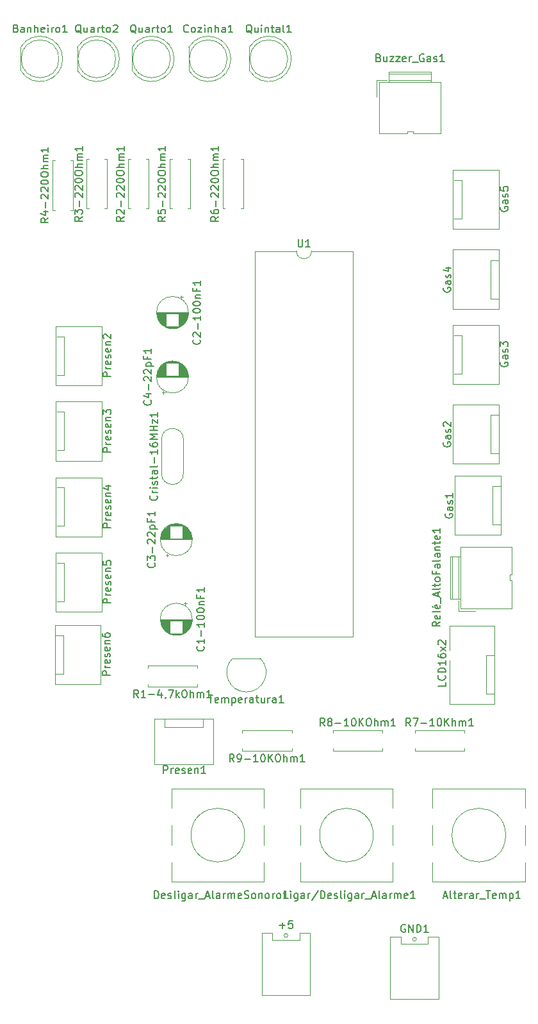
<source format=gbr>
%TF.GenerationSoftware,KiCad,Pcbnew,8.0.1*%
%TF.CreationDate,2024-06-24T22:12:18-03:00*%
%TF.ProjectId,House_Project,486f7573-655f-4507-926f-6a6563742e6b,rev?*%
%TF.SameCoordinates,Original*%
%TF.FileFunction,Legend,Top*%
%TF.FilePolarity,Positive*%
%FSLAX46Y46*%
G04 Gerber Fmt 4.6, Leading zero omitted, Abs format (unit mm)*
G04 Created by KiCad (PCBNEW 8.0.1) date 2024-06-24 22:12:18*
%MOMM*%
%LPD*%
G01*
G04 APERTURE LIST*
%ADD10C,0.150000*%
%ADD11C,0.120000*%
G04 APERTURE END LIST*
D10*
X114618095Y-69844819D02*
X114618095Y-70654342D01*
X114618095Y-70654342D02*
X114665714Y-70749580D01*
X114665714Y-70749580D02*
X114713333Y-70797200D01*
X114713333Y-70797200D02*
X114808571Y-70844819D01*
X114808571Y-70844819D02*
X114999047Y-70844819D01*
X114999047Y-70844819D02*
X115094285Y-70797200D01*
X115094285Y-70797200D02*
X115141904Y-70749580D01*
X115141904Y-70749580D02*
X115189523Y-70654342D01*
X115189523Y-70654342D02*
X115189523Y-69844819D01*
X116189523Y-70844819D02*
X115618095Y-70844819D01*
X115903809Y-70844819D02*
X115903809Y-69844819D01*
X115903809Y-69844819D02*
X115808571Y-69987676D01*
X115808571Y-69987676D02*
X115713333Y-70082914D01*
X115713333Y-70082914D02*
X115618095Y-70130533D01*
X106142857Y-138824819D02*
X105809524Y-138348628D01*
X105571429Y-138824819D02*
X105571429Y-137824819D01*
X105571429Y-137824819D02*
X105952381Y-137824819D01*
X105952381Y-137824819D02*
X106047619Y-137872438D01*
X106047619Y-137872438D02*
X106095238Y-137920057D01*
X106095238Y-137920057D02*
X106142857Y-138015295D01*
X106142857Y-138015295D02*
X106142857Y-138158152D01*
X106142857Y-138158152D02*
X106095238Y-138253390D01*
X106095238Y-138253390D02*
X106047619Y-138301009D01*
X106047619Y-138301009D02*
X105952381Y-138348628D01*
X105952381Y-138348628D02*
X105571429Y-138348628D01*
X106619048Y-138824819D02*
X106809524Y-138824819D01*
X106809524Y-138824819D02*
X106904762Y-138777200D01*
X106904762Y-138777200D02*
X106952381Y-138729580D01*
X106952381Y-138729580D02*
X107047619Y-138586723D01*
X107047619Y-138586723D02*
X107095238Y-138396247D01*
X107095238Y-138396247D02*
X107095238Y-138015295D01*
X107095238Y-138015295D02*
X107047619Y-137920057D01*
X107047619Y-137920057D02*
X107000000Y-137872438D01*
X107000000Y-137872438D02*
X106904762Y-137824819D01*
X106904762Y-137824819D02*
X106714286Y-137824819D01*
X106714286Y-137824819D02*
X106619048Y-137872438D01*
X106619048Y-137872438D02*
X106571429Y-137920057D01*
X106571429Y-137920057D02*
X106523810Y-138015295D01*
X106523810Y-138015295D02*
X106523810Y-138253390D01*
X106523810Y-138253390D02*
X106571429Y-138348628D01*
X106571429Y-138348628D02*
X106619048Y-138396247D01*
X106619048Y-138396247D02*
X106714286Y-138443866D01*
X106714286Y-138443866D02*
X106904762Y-138443866D01*
X106904762Y-138443866D02*
X107000000Y-138396247D01*
X107000000Y-138396247D02*
X107047619Y-138348628D01*
X107047619Y-138348628D02*
X107095238Y-138253390D01*
X107523810Y-138443866D02*
X108285715Y-138443866D01*
X109285714Y-138824819D02*
X108714286Y-138824819D01*
X109000000Y-138824819D02*
X109000000Y-137824819D01*
X109000000Y-137824819D02*
X108904762Y-137967676D01*
X108904762Y-137967676D02*
X108809524Y-138062914D01*
X108809524Y-138062914D02*
X108714286Y-138110533D01*
X109904762Y-137824819D02*
X110000000Y-137824819D01*
X110000000Y-137824819D02*
X110095238Y-137872438D01*
X110095238Y-137872438D02*
X110142857Y-137920057D01*
X110142857Y-137920057D02*
X110190476Y-138015295D01*
X110190476Y-138015295D02*
X110238095Y-138205771D01*
X110238095Y-138205771D02*
X110238095Y-138443866D01*
X110238095Y-138443866D02*
X110190476Y-138634342D01*
X110190476Y-138634342D02*
X110142857Y-138729580D01*
X110142857Y-138729580D02*
X110095238Y-138777200D01*
X110095238Y-138777200D02*
X110000000Y-138824819D01*
X110000000Y-138824819D02*
X109904762Y-138824819D01*
X109904762Y-138824819D02*
X109809524Y-138777200D01*
X109809524Y-138777200D02*
X109761905Y-138729580D01*
X109761905Y-138729580D02*
X109714286Y-138634342D01*
X109714286Y-138634342D02*
X109666667Y-138443866D01*
X109666667Y-138443866D02*
X109666667Y-138205771D01*
X109666667Y-138205771D02*
X109714286Y-138015295D01*
X109714286Y-138015295D02*
X109761905Y-137920057D01*
X109761905Y-137920057D02*
X109809524Y-137872438D01*
X109809524Y-137872438D02*
X109904762Y-137824819D01*
X110666667Y-138824819D02*
X110666667Y-137824819D01*
X111238095Y-138824819D02*
X110809524Y-138253390D01*
X111238095Y-137824819D02*
X110666667Y-138396247D01*
X111857143Y-137824819D02*
X112047619Y-137824819D01*
X112047619Y-137824819D02*
X112142857Y-137872438D01*
X112142857Y-137872438D02*
X112238095Y-137967676D01*
X112238095Y-137967676D02*
X112285714Y-138158152D01*
X112285714Y-138158152D02*
X112285714Y-138491485D01*
X112285714Y-138491485D02*
X112238095Y-138681961D01*
X112238095Y-138681961D02*
X112142857Y-138777200D01*
X112142857Y-138777200D02*
X112047619Y-138824819D01*
X112047619Y-138824819D02*
X111857143Y-138824819D01*
X111857143Y-138824819D02*
X111761905Y-138777200D01*
X111761905Y-138777200D02*
X111666667Y-138681961D01*
X111666667Y-138681961D02*
X111619048Y-138491485D01*
X111619048Y-138491485D02*
X111619048Y-138158152D01*
X111619048Y-138158152D02*
X111666667Y-137967676D01*
X111666667Y-137967676D02*
X111761905Y-137872438D01*
X111761905Y-137872438D02*
X111857143Y-137824819D01*
X112714286Y-138824819D02*
X112714286Y-137824819D01*
X113142857Y-138824819D02*
X113142857Y-138301009D01*
X113142857Y-138301009D02*
X113095238Y-138205771D01*
X113095238Y-138205771D02*
X113000000Y-138158152D01*
X113000000Y-138158152D02*
X112857143Y-138158152D01*
X112857143Y-138158152D02*
X112761905Y-138205771D01*
X112761905Y-138205771D02*
X112714286Y-138253390D01*
X113619048Y-138824819D02*
X113619048Y-138158152D01*
X113619048Y-138253390D02*
X113666667Y-138205771D01*
X113666667Y-138205771D02*
X113761905Y-138158152D01*
X113761905Y-138158152D02*
X113904762Y-138158152D01*
X113904762Y-138158152D02*
X114000000Y-138205771D01*
X114000000Y-138205771D02*
X114047619Y-138301009D01*
X114047619Y-138301009D02*
X114047619Y-138824819D01*
X114047619Y-138301009D02*
X114095238Y-138205771D01*
X114095238Y-138205771D02*
X114190476Y-138158152D01*
X114190476Y-138158152D02*
X114333333Y-138158152D01*
X114333333Y-138158152D02*
X114428572Y-138205771D01*
X114428572Y-138205771D02*
X114476191Y-138301009D01*
X114476191Y-138301009D02*
X114476191Y-138824819D01*
X115476190Y-138824819D02*
X114904762Y-138824819D01*
X115190476Y-138824819D02*
X115190476Y-137824819D01*
X115190476Y-137824819D02*
X115095238Y-137967676D01*
X115095238Y-137967676D02*
X115000000Y-138062914D01*
X115000000Y-138062914D02*
X114904762Y-138110533D01*
X102769999Y-130014819D02*
X103341427Y-130014819D01*
X103055713Y-131014819D02*
X103055713Y-130014819D01*
X104055713Y-130967200D02*
X103960475Y-131014819D01*
X103960475Y-131014819D02*
X103769999Y-131014819D01*
X103769999Y-131014819D02*
X103674761Y-130967200D01*
X103674761Y-130967200D02*
X103627142Y-130871961D01*
X103627142Y-130871961D02*
X103627142Y-130491009D01*
X103627142Y-130491009D02*
X103674761Y-130395771D01*
X103674761Y-130395771D02*
X103769999Y-130348152D01*
X103769999Y-130348152D02*
X103960475Y-130348152D01*
X103960475Y-130348152D02*
X104055713Y-130395771D01*
X104055713Y-130395771D02*
X104103332Y-130491009D01*
X104103332Y-130491009D02*
X104103332Y-130586247D01*
X104103332Y-130586247D02*
X103627142Y-130681485D01*
X104531904Y-131014819D02*
X104531904Y-130348152D01*
X104531904Y-130443390D02*
X104579523Y-130395771D01*
X104579523Y-130395771D02*
X104674761Y-130348152D01*
X104674761Y-130348152D02*
X104817618Y-130348152D01*
X104817618Y-130348152D02*
X104912856Y-130395771D01*
X104912856Y-130395771D02*
X104960475Y-130491009D01*
X104960475Y-130491009D02*
X104960475Y-131014819D01*
X104960475Y-130491009D02*
X105008094Y-130395771D01*
X105008094Y-130395771D02*
X105103332Y-130348152D01*
X105103332Y-130348152D02*
X105246189Y-130348152D01*
X105246189Y-130348152D02*
X105341428Y-130395771D01*
X105341428Y-130395771D02*
X105389047Y-130491009D01*
X105389047Y-130491009D02*
X105389047Y-131014819D01*
X105865237Y-130348152D02*
X105865237Y-131348152D01*
X105865237Y-130395771D02*
X105960475Y-130348152D01*
X105960475Y-130348152D02*
X106150951Y-130348152D01*
X106150951Y-130348152D02*
X106246189Y-130395771D01*
X106246189Y-130395771D02*
X106293808Y-130443390D01*
X106293808Y-130443390D02*
X106341427Y-130538628D01*
X106341427Y-130538628D02*
X106341427Y-130824342D01*
X106341427Y-130824342D02*
X106293808Y-130919580D01*
X106293808Y-130919580D02*
X106246189Y-130967200D01*
X106246189Y-130967200D02*
X106150951Y-131014819D01*
X106150951Y-131014819D02*
X105960475Y-131014819D01*
X105960475Y-131014819D02*
X105865237Y-130967200D01*
X107150951Y-130967200D02*
X107055713Y-131014819D01*
X107055713Y-131014819D02*
X106865237Y-131014819D01*
X106865237Y-131014819D02*
X106769999Y-130967200D01*
X106769999Y-130967200D02*
X106722380Y-130871961D01*
X106722380Y-130871961D02*
X106722380Y-130491009D01*
X106722380Y-130491009D02*
X106769999Y-130395771D01*
X106769999Y-130395771D02*
X106865237Y-130348152D01*
X106865237Y-130348152D02*
X107055713Y-130348152D01*
X107055713Y-130348152D02*
X107150951Y-130395771D01*
X107150951Y-130395771D02*
X107198570Y-130491009D01*
X107198570Y-130491009D02*
X107198570Y-130586247D01*
X107198570Y-130586247D02*
X106722380Y-130681485D01*
X107627142Y-131014819D02*
X107627142Y-130348152D01*
X107627142Y-130538628D02*
X107674761Y-130443390D01*
X107674761Y-130443390D02*
X107722380Y-130395771D01*
X107722380Y-130395771D02*
X107817618Y-130348152D01*
X107817618Y-130348152D02*
X107912856Y-130348152D01*
X108674761Y-131014819D02*
X108674761Y-130491009D01*
X108674761Y-130491009D02*
X108627142Y-130395771D01*
X108627142Y-130395771D02*
X108531904Y-130348152D01*
X108531904Y-130348152D02*
X108341428Y-130348152D01*
X108341428Y-130348152D02*
X108246190Y-130395771D01*
X108674761Y-130967200D02*
X108579523Y-131014819D01*
X108579523Y-131014819D02*
X108341428Y-131014819D01*
X108341428Y-131014819D02*
X108246190Y-130967200D01*
X108246190Y-130967200D02*
X108198571Y-130871961D01*
X108198571Y-130871961D02*
X108198571Y-130776723D01*
X108198571Y-130776723D02*
X108246190Y-130681485D01*
X108246190Y-130681485D02*
X108341428Y-130633866D01*
X108341428Y-130633866D02*
X108579523Y-130633866D01*
X108579523Y-130633866D02*
X108674761Y-130586247D01*
X109008095Y-130348152D02*
X109389047Y-130348152D01*
X109150952Y-130014819D02*
X109150952Y-130871961D01*
X109150952Y-130871961D02*
X109198571Y-130967200D01*
X109198571Y-130967200D02*
X109293809Y-131014819D01*
X109293809Y-131014819D02*
X109389047Y-131014819D01*
X110150952Y-130348152D02*
X110150952Y-131014819D01*
X109722381Y-130348152D02*
X109722381Y-130871961D01*
X109722381Y-130871961D02*
X109770000Y-130967200D01*
X109770000Y-130967200D02*
X109865238Y-131014819D01*
X109865238Y-131014819D02*
X110008095Y-131014819D01*
X110008095Y-131014819D02*
X110103333Y-130967200D01*
X110103333Y-130967200D02*
X110150952Y-130919580D01*
X110627143Y-131014819D02*
X110627143Y-130348152D01*
X110627143Y-130538628D02*
X110674762Y-130443390D01*
X110674762Y-130443390D02*
X110722381Y-130395771D01*
X110722381Y-130395771D02*
X110817619Y-130348152D01*
X110817619Y-130348152D02*
X110912857Y-130348152D01*
X111674762Y-131014819D02*
X111674762Y-130491009D01*
X111674762Y-130491009D02*
X111627143Y-130395771D01*
X111627143Y-130395771D02*
X111531905Y-130348152D01*
X111531905Y-130348152D02*
X111341429Y-130348152D01*
X111341429Y-130348152D02*
X111246191Y-130395771D01*
X111674762Y-130967200D02*
X111579524Y-131014819D01*
X111579524Y-131014819D02*
X111341429Y-131014819D01*
X111341429Y-131014819D02*
X111246191Y-130967200D01*
X111246191Y-130967200D02*
X111198572Y-130871961D01*
X111198572Y-130871961D02*
X111198572Y-130776723D01*
X111198572Y-130776723D02*
X111246191Y-130681485D01*
X111246191Y-130681485D02*
X111341429Y-130633866D01*
X111341429Y-130633866D02*
X111579524Y-130633866D01*
X111579524Y-130633866D02*
X111674762Y-130586247D01*
X112674762Y-131014819D02*
X112103334Y-131014819D01*
X112389048Y-131014819D02*
X112389048Y-130014819D01*
X112389048Y-130014819D02*
X112293810Y-130157676D01*
X112293810Y-130157676D02*
X112198572Y-130252914D01*
X112198572Y-130252914D02*
X112103334Y-130300533D01*
X133374819Y-120327144D02*
X132898628Y-120660477D01*
X133374819Y-120898572D02*
X132374819Y-120898572D01*
X132374819Y-120898572D02*
X132374819Y-120517620D01*
X132374819Y-120517620D02*
X132422438Y-120422382D01*
X132422438Y-120422382D02*
X132470057Y-120374763D01*
X132470057Y-120374763D02*
X132565295Y-120327144D01*
X132565295Y-120327144D02*
X132708152Y-120327144D01*
X132708152Y-120327144D02*
X132803390Y-120374763D01*
X132803390Y-120374763D02*
X132851009Y-120422382D01*
X132851009Y-120422382D02*
X132898628Y-120517620D01*
X132898628Y-120517620D02*
X132898628Y-120898572D01*
X133327200Y-119517620D02*
X133374819Y-119612858D01*
X133374819Y-119612858D02*
X133374819Y-119803334D01*
X133374819Y-119803334D02*
X133327200Y-119898572D01*
X133327200Y-119898572D02*
X133231961Y-119946191D01*
X133231961Y-119946191D02*
X132851009Y-119946191D01*
X132851009Y-119946191D02*
X132755771Y-119898572D01*
X132755771Y-119898572D02*
X132708152Y-119803334D01*
X132708152Y-119803334D02*
X132708152Y-119612858D01*
X132708152Y-119612858D02*
X132755771Y-119517620D01*
X132755771Y-119517620D02*
X132851009Y-119470001D01*
X132851009Y-119470001D02*
X132946247Y-119470001D01*
X132946247Y-119470001D02*
X133041485Y-119946191D01*
X133374819Y-118898572D02*
X133327200Y-118993810D01*
X133327200Y-118993810D02*
X133231961Y-119041429D01*
X133231961Y-119041429D02*
X132374819Y-119041429D01*
X133327200Y-118136667D02*
X133374819Y-118231905D01*
X133374819Y-118231905D02*
X133374819Y-118422381D01*
X133374819Y-118422381D02*
X133327200Y-118517619D01*
X133327200Y-118517619D02*
X133231961Y-118565238D01*
X133231961Y-118565238D02*
X132851009Y-118565238D01*
X132851009Y-118565238D02*
X132755771Y-118517619D01*
X132755771Y-118517619D02*
X132708152Y-118422381D01*
X132708152Y-118422381D02*
X132708152Y-118231905D01*
X132708152Y-118231905D02*
X132755771Y-118136667D01*
X132755771Y-118136667D02*
X132851009Y-118089048D01*
X132851009Y-118089048D02*
X132946247Y-118089048D01*
X132946247Y-118089048D02*
X133041485Y-118565238D01*
X132327200Y-118231905D02*
X132470057Y-118374762D01*
X133470057Y-117898572D02*
X133470057Y-117136667D01*
X133089104Y-116946190D02*
X133089104Y-116470000D01*
X133374819Y-117041428D02*
X132374819Y-116708095D01*
X132374819Y-116708095D02*
X133374819Y-116374762D01*
X133374819Y-115898571D02*
X133327200Y-115993809D01*
X133327200Y-115993809D02*
X133231961Y-116041428D01*
X133231961Y-116041428D02*
X132374819Y-116041428D01*
X132708152Y-115660475D02*
X132708152Y-115279523D01*
X132374819Y-115517618D02*
X133231961Y-115517618D01*
X133231961Y-115517618D02*
X133327200Y-115469999D01*
X133327200Y-115469999D02*
X133374819Y-115374761D01*
X133374819Y-115374761D02*
X133374819Y-115279523D01*
X133374819Y-114803332D02*
X133327200Y-114898570D01*
X133327200Y-114898570D02*
X133279580Y-114946189D01*
X133279580Y-114946189D02*
X133184342Y-114993808D01*
X133184342Y-114993808D02*
X132898628Y-114993808D01*
X132898628Y-114993808D02*
X132803390Y-114946189D01*
X132803390Y-114946189D02*
X132755771Y-114898570D01*
X132755771Y-114898570D02*
X132708152Y-114803332D01*
X132708152Y-114803332D02*
X132708152Y-114660475D01*
X132708152Y-114660475D02*
X132755771Y-114565237D01*
X132755771Y-114565237D02*
X132803390Y-114517618D01*
X132803390Y-114517618D02*
X132898628Y-114469999D01*
X132898628Y-114469999D02*
X133184342Y-114469999D01*
X133184342Y-114469999D02*
X133279580Y-114517618D01*
X133279580Y-114517618D02*
X133327200Y-114565237D01*
X133327200Y-114565237D02*
X133374819Y-114660475D01*
X133374819Y-114660475D02*
X133374819Y-114803332D01*
X132851009Y-113708094D02*
X132851009Y-114041427D01*
X133374819Y-114041427D02*
X132374819Y-114041427D01*
X132374819Y-114041427D02*
X132374819Y-113565237D01*
X133374819Y-112755713D02*
X132851009Y-112755713D01*
X132851009Y-112755713D02*
X132755771Y-112803332D01*
X132755771Y-112803332D02*
X132708152Y-112898570D01*
X132708152Y-112898570D02*
X132708152Y-113089046D01*
X132708152Y-113089046D02*
X132755771Y-113184284D01*
X133327200Y-112755713D02*
X133374819Y-112850951D01*
X133374819Y-112850951D02*
X133374819Y-113089046D01*
X133374819Y-113089046D02*
X133327200Y-113184284D01*
X133327200Y-113184284D02*
X133231961Y-113231903D01*
X133231961Y-113231903D02*
X133136723Y-113231903D01*
X133136723Y-113231903D02*
X133041485Y-113184284D01*
X133041485Y-113184284D02*
X132993866Y-113089046D01*
X132993866Y-113089046D02*
X132993866Y-112850951D01*
X132993866Y-112850951D02*
X132946247Y-112755713D01*
X133374819Y-112136665D02*
X133327200Y-112231903D01*
X133327200Y-112231903D02*
X133231961Y-112279522D01*
X133231961Y-112279522D02*
X132374819Y-112279522D01*
X133374819Y-111327141D02*
X132851009Y-111327141D01*
X132851009Y-111327141D02*
X132755771Y-111374760D01*
X132755771Y-111374760D02*
X132708152Y-111469998D01*
X132708152Y-111469998D02*
X132708152Y-111660474D01*
X132708152Y-111660474D02*
X132755771Y-111755712D01*
X133327200Y-111327141D02*
X133374819Y-111422379D01*
X133374819Y-111422379D02*
X133374819Y-111660474D01*
X133374819Y-111660474D02*
X133327200Y-111755712D01*
X133327200Y-111755712D02*
X133231961Y-111803331D01*
X133231961Y-111803331D02*
X133136723Y-111803331D01*
X133136723Y-111803331D02*
X133041485Y-111755712D01*
X133041485Y-111755712D02*
X132993866Y-111660474D01*
X132993866Y-111660474D02*
X132993866Y-111422379D01*
X132993866Y-111422379D02*
X132946247Y-111327141D01*
X132708152Y-110850950D02*
X133374819Y-110850950D01*
X132803390Y-110850950D02*
X132755771Y-110803331D01*
X132755771Y-110803331D02*
X132708152Y-110708093D01*
X132708152Y-110708093D02*
X132708152Y-110565236D01*
X132708152Y-110565236D02*
X132755771Y-110469998D01*
X132755771Y-110469998D02*
X132851009Y-110422379D01*
X132851009Y-110422379D02*
X133374819Y-110422379D01*
X132708152Y-110089045D02*
X132708152Y-109708093D01*
X132374819Y-109946188D02*
X133231961Y-109946188D01*
X133231961Y-109946188D02*
X133327200Y-109898569D01*
X133327200Y-109898569D02*
X133374819Y-109803331D01*
X133374819Y-109803331D02*
X133374819Y-109708093D01*
X133327200Y-108993807D02*
X133374819Y-109089045D01*
X133374819Y-109089045D02*
X133374819Y-109279521D01*
X133374819Y-109279521D02*
X133327200Y-109374759D01*
X133327200Y-109374759D02*
X133231961Y-109422378D01*
X133231961Y-109422378D02*
X132851009Y-109422378D01*
X132851009Y-109422378D02*
X132755771Y-109374759D01*
X132755771Y-109374759D02*
X132708152Y-109279521D01*
X132708152Y-109279521D02*
X132708152Y-109089045D01*
X132708152Y-109089045D02*
X132755771Y-108993807D01*
X132755771Y-108993807D02*
X132851009Y-108946188D01*
X132851009Y-108946188D02*
X132946247Y-108946188D01*
X132946247Y-108946188D02*
X133041485Y-109422378D01*
X133374819Y-107993807D02*
X133374819Y-108565235D01*
X133374819Y-108279521D02*
X132374819Y-108279521D01*
X132374819Y-108279521D02*
X132517676Y-108374759D01*
X132517676Y-108374759D02*
X132612914Y-108469997D01*
X132612914Y-108469997D02*
X132660533Y-108565235D01*
X118142857Y-134084819D02*
X117809524Y-133608628D01*
X117571429Y-134084819D02*
X117571429Y-133084819D01*
X117571429Y-133084819D02*
X117952381Y-133084819D01*
X117952381Y-133084819D02*
X118047619Y-133132438D01*
X118047619Y-133132438D02*
X118095238Y-133180057D01*
X118095238Y-133180057D02*
X118142857Y-133275295D01*
X118142857Y-133275295D02*
X118142857Y-133418152D01*
X118142857Y-133418152D02*
X118095238Y-133513390D01*
X118095238Y-133513390D02*
X118047619Y-133561009D01*
X118047619Y-133561009D02*
X117952381Y-133608628D01*
X117952381Y-133608628D02*
X117571429Y-133608628D01*
X118714286Y-133513390D02*
X118619048Y-133465771D01*
X118619048Y-133465771D02*
X118571429Y-133418152D01*
X118571429Y-133418152D02*
X118523810Y-133322914D01*
X118523810Y-133322914D02*
X118523810Y-133275295D01*
X118523810Y-133275295D02*
X118571429Y-133180057D01*
X118571429Y-133180057D02*
X118619048Y-133132438D01*
X118619048Y-133132438D02*
X118714286Y-133084819D01*
X118714286Y-133084819D02*
X118904762Y-133084819D01*
X118904762Y-133084819D02*
X119000000Y-133132438D01*
X119000000Y-133132438D02*
X119047619Y-133180057D01*
X119047619Y-133180057D02*
X119095238Y-133275295D01*
X119095238Y-133275295D02*
X119095238Y-133322914D01*
X119095238Y-133322914D02*
X119047619Y-133418152D01*
X119047619Y-133418152D02*
X119000000Y-133465771D01*
X119000000Y-133465771D02*
X118904762Y-133513390D01*
X118904762Y-133513390D02*
X118714286Y-133513390D01*
X118714286Y-133513390D02*
X118619048Y-133561009D01*
X118619048Y-133561009D02*
X118571429Y-133608628D01*
X118571429Y-133608628D02*
X118523810Y-133703866D01*
X118523810Y-133703866D02*
X118523810Y-133894342D01*
X118523810Y-133894342D02*
X118571429Y-133989580D01*
X118571429Y-133989580D02*
X118619048Y-134037200D01*
X118619048Y-134037200D02*
X118714286Y-134084819D01*
X118714286Y-134084819D02*
X118904762Y-134084819D01*
X118904762Y-134084819D02*
X119000000Y-134037200D01*
X119000000Y-134037200D02*
X119047619Y-133989580D01*
X119047619Y-133989580D02*
X119095238Y-133894342D01*
X119095238Y-133894342D02*
X119095238Y-133703866D01*
X119095238Y-133703866D02*
X119047619Y-133608628D01*
X119047619Y-133608628D02*
X119000000Y-133561009D01*
X119000000Y-133561009D02*
X118904762Y-133513390D01*
X119523810Y-133703866D02*
X120285715Y-133703866D01*
X121285714Y-134084819D02*
X120714286Y-134084819D01*
X121000000Y-134084819D02*
X121000000Y-133084819D01*
X121000000Y-133084819D02*
X120904762Y-133227676D01*
X120904762Y-133227676D02*
X120809524Y-133322914D01*
X120809524Y-133322914D02*
X120714286Y-133370533D01*
X121904762Y-133084819D02*
X122000000Y-133084819D01*
X122000000Y-133084819D02*
X122095238Y-133132438D01*
X122095238Y-133132438D02*
X122142857Y-133180057D01*
X122142857Y-133180057D02*
X122190476Y-133275295D01*
X122190476Y-133275295D02*
X122238095Y-133465771D01*
X122238095Y-133465771D02*
X122238095Y-133703866D01*
X122238095Y-133703866D02*
X122190476Y-133894342D01*
X122190476Y-133894342D02*
X122142857Y-133989580D01*
X122142857Y-133989580D02*
X122095238Y-134037200D01*
X122095238Y-134037200D02*
X122000000Y-134084819D01*
X122000000Y-134084819D02*
X121904762Y-134084819D01*
X121904762Y-134084819D02*
X121809524Y-134037200D01*
X121809524Y-134037200D02*
X121761905Y-133989580D01*
X121761905Y-133989580D02*
X121714286Y-133894342D01*
X121714286Y-133894342D02*
X121666667Y-133703866D01*
X121666667Y-133703866D02*
X121666667Y-133465771D01*
X121666667Y-133465771D02*
X121714286Y-133275295D01*
X121714286Y-133275295D02*
X121761905Y-133180057D01*
X121761905Y-133180057D02*
X121809524Y-133132438D01*
X121809524Y-133132438D02*
X121904762Y-133084819D01*
X122666667Y-134084819D02*
X122666667Y-133084819D01*
X123238095Y-134084819D02*
X122809524Y-133513390D01*
X123238095Y-133084819D02*
X122666667Y-133656247D01*
X123857143Y-133084819D02*
X124047619Y-133084819D01*
X124047619Y-133084819D02*
X124142857Y-133132438D01*
X124142857Y-133132438D02*
X124238095Y-133227676D01*
X124238095Y-133227676D02*
X124285714Y-133418152D01*
X124285714Y-133418152D02*
X124285714Y-133751485D01*
X124285714Y-133751485D02*
X124238095Y-133941961D01*
X124238095Y-133941961D02*
X124142857Y-134037200D01*
X124142857Y-134037200D02*
X124047619Y-134084819D01*
X124047619Y-134084819D02*
X123857143Y-134084819D01*
X123857143Y-134084819D02*
X123761905Y-134037200D01*
X123761905Y-134037200D02*
X123666667Y-133941961D01*
X123666667Y-133941961D02*
X123619048Y-133751485D01*
X123619048Y-133751485D02*
X123619048Y-133418152D01*
X123619048Y-133418152D02*
X123666667Y-133227676D01*
X123666667Y-133227676D02*
X123761905Y-133132438D01*
X123761905Y-133132438D02*
X123857143Y-133084819D01*
X124714286Y-134084819D02*
X124714286Y-133084819D01*
X125142857Y-134084819D02*
X125142857Y-133561009D01*
X125142857Y-133561009D02*
X125095238Y-133465771D01*
X125095238Y-133465771D02*
X125000000Y-133418152D01*
X125000000Y-133418152D02*
X124857143Y-133418152D01*
X124857143Y-133418152D02*
X124761905Y-133465771D01*
X124761905Y-133465771D02*
X124714286Y-133513390D01*
X125619048Y-134084819D02*
X125619048Y-133418152D01*
X125619048Y-133513390D02*
X125666667Y-133465771D01*
X125666667Y-133465771D02*
X125761905Y-133418152D01*
X125761905Y-133418152D02*
X125904762Y-133418152D01*
X125904762Y-133418152D02*
X126000000Y-133465771D01*
X126000000Y-133465771D02*
X126047619Y-133561009D01*
X126047619Y-133561009D02*
X126047619Y-134084819D01*
X126047619Y-133561009D02*
X126095238Y-133465771D01*
X126095238Y-133465771D02*
X126190476Y-133418152D01*
X126190476Y-133418152D02*
X126333333Y-133418152D01*
X126333333Y-133418152D02*
X126428572Y-133465771D01*
X126428572Y-133465771D02*
X126476191Y-133561009D01*
X126476191Y-133561009D02*
X126476191Y-134084819D01*
X127476190Y-134084819D02*
X126904762Y-134084819D01*
X127190476Y-134084819D02*
X127190476Y-133084819D01*
X127190476Y-133084819D02*
X127095238Y-133227676D01*
X127095238Y-133227676D02*
X127000000Y-133322914D01*
X127000000Y-133322914D02*
X126904762Y-133370533D01*
X129476666Y-134084819D02*
X129143333Y-133608628D01*
X128905238Y-134084819D02*
X128905238Y-133084819D01*
X128905238Y-133084819D02*
X129286190Y-133084819D01*
X129286190Y-133084819D02*
X129381428Y-133132438D01*
X129381428Y-133132438D02*
X129429047Y-133180057D01*
X129429047Y-133180057D02*
X129476666Y-133275295D01*
X129476666Y-133275295D02*
X129476666Y-133418152D01*
X129476666Y-133418152D02*
X129429047Y-133513390D01*
X129429047Y-133513390D02*
X129381428Y-133561009D01*
X129381428Y-133561009D02*
X129286190Y-133608628D01*
X129286190Y-133608628D02*
X128905238Y-133608628D01*
X129810000Y-133084819D02*
X130476666Y-133084819D01*
X130476666Y-133084819D02*
X130048095Y-134084819D01*
X130857619Y-133703866D02*
X131619524Y-133703866D01*
X132619523Y-134084819D02*
X132048095Y-134084819D01*
X132333809Y-134084819D02*
X132333809Y-133084819D01*
X132333809Y-133084819D02*
X132238571Y-133227676D01*
X132238571Y-133227676D02*
X132143333Y-133322914D01*
X132143333Y-133322914D02*
X132048095Y-133370533D01*
X133238571Y-133084819D02*
X133333809Y-133084819D01*
X133333809Y-133084819D02*
X133429047Y-133132438D01*
X133429047Y-133132438D02*
X133476666Y-133180057D01*
X133476666Y-133180057D02*
X133524285Y-133275295D01*
X133524285Y-133275295D02*
X133571904Y-133465771D01*
X133571904Y-133465771D02*
X133571904Y-133703866D01*
X133571904Y-133703866D02*
X133524285Y-133894342D01*
X133524285Y-133894342D02*
X133476666Y-133989580D01*
X133476666Y-133989580D02*
X133429047Y-134037200D01*
X133429047Y-134037200D02*
X133333809Y-134084819D01*
X133333809Y-134084819D02*
X133238571Y-134084819D01*
X133238571Y-134084819D02*
X133143333Y-134037200D01*
X133143333Y-134037200D02*
X133095714Y-133989580D01*
X133095714Y-133989580D02*
X133048095Y-133894342D01*
X133048095Y-133894342D02*
X133000476Y-133703866D01*
X133000476Y-133703866D02*
X133000476Y-133465771D01*
X133000476Y-133465771D02*
X133048095Y-133275295D01*
X133048095Y-133275295D02*
X133095714Y-133180057D01*
X133095714Y-133180057D02*
X133143333Y-133132438D01*
X133143333Y-133132438D02*
X133238571Y-133084819D01*
X134000476Y-134084819D02*
X134000476Y-133084819D01*
X134571904Y-134084819D02*
X134143333Y-133513390D01*
X134571904Y-133084819D02*
X134000476Y-133656247D01*
X135000476Y-134084819D02*
X135000476Y-133084819D01*
X135429047Y-134084819D02*
X135429047Y-133561009D01*
X135429047Y-133561009D02*
X135381428Y-133465771D01*
X135381428Y-133465771D02*
X135286190Y-133418152D01*
X135286190Y-133418152D02*
X135143333Y-133418152D01*
X135143333Y-133418152D02*
X135048095Y-133465771D01*
X135048095Y-133465771D02*
X135000476Y-133513390D01*
X135905238Y-134084819D02*
X135905238Y-133418152D01*
X135905238Y-133513390D02*
X135952857Y-133465771D01*
X135952857Y-133465771D02*
X136048095Y-133418152D01*
X136048095Y-133418152D02*
X136190952Y-133418152D01*
X136190952Y-133418152D02*
X136286190Y-133465771D01*
X136286190Y-133465771D02*
X136333809Y-133561009D01*
X136333809Y-133561009D02*
X136333809Y-134084819D01*
X136333809Y-133561009D02*
X136381428Y-133465771D01*
X136381428Y-133465771D02*
X136476666Y-133418152D01*
X136476666Y-133418152D02*
X136619523Y-133418152D01*
X136619523Y-133418152D02*
X136714762Y-133465771D01*
X136714762Y-133465771D02*
X136762381Y-133561009D01*
X136762381Y-133561009D02*
X136762381Y-134084819D01*
X137762380Y-134084819D02*
X137190952Y-134084819D01*
X137476666Y-134084819D02*
X137476666Y-133084819D01*
X137476666Y-133084819D02*
X137381428Y-133227676D01*
X137381428Y-133227676D02*
X137286190Y-133322914D01*
X137286190Y-133322914D02*
X137190952Y-133370533D01*
X104084819Y-66833333D02*
X103608628Y-67166666D01*
X104084819Y-67404761D02*
X103084819Y-67404761D01*
X103084819Y-67404761D02*
X103084819Y-67023809D01*
X103084819Y-67023809D02*
X103132438Y-66928571D01*
X103132438Y-66928571D02*
X103180057Y-66880952D01*
X103180057Y-66880952D02*
X103275295Y-66833333D01*
X103275295Y-66833333D02*
X103418152Y-66833333D01*
X103418152Y-66833333D02*
X103513390Y-66880952D01*
X103513390Y-66880952D02*
X103561009Y-66928571D01*
X103561009Y-66928571D02*
X103608628Y-67023809D01*
X103608628Y-67023809D02*
X103608628Y-67404761D01*
X103084819Y-65976190D02*
X103084819Y-66166666D01*
X103084819Y-66166666D02*
X103132438Y-66261904D01*
X103132438Y-66261904D02*
X103180057Y-66309523D01*
X103180057Y-66309523D02*
X103322914Y-66404761D01*
X103322914Y-66404761D02*
X103513390Y-66452380D01*
X103513390Y-66452380D02*
X103894342Y-66452380D01*
X103894342Y-66452380D02*
X103989580Y-66404761D01*
X103989580Y-66404761D02*
X104037200Y-66357142D01*
X104037200Y-66357142D02*
X104084819Y-66261904D01*
X104084819Y-66261904D02*
X104084819Y-66071428D01*
X104084819Y-66071428D02*
X104037200Y-65976190D01*
X104037200Y-65976190D02*
X103989580Y-65928571D01*
X103989580Y-65928571D02*
X103894342Y-65880952D01*
X103894342Y-65880952D02*
X103656247Y-65880952D01*
X103656247Y-65880952D02*
X103561009Y-65928571D01*
X103561009Y-65928571D02*
X103513390Y-65976190D01*
X103513390Y-65976190D02*
X103465771Y-66071428D01*
X103465771Y-66071428D02*
X103465771Y-66261904D01*
X103465771Y-66261904D02*
X103513390Y-66357142D01*
X103513390Y-66357142D02*
X103561009Y-66404761D01*
X103561009Y-66404761D02*
X103656247Y-66452380D01*
X103703866Y-65452380D02*
X103703866Y-64690476D01*
X103180057Y-64261904D02*
X103132438Y-64214285D01*
X103132438Y-64214285D02*
X103084819Y-64119047D01*
X103084819Y-64119047D02*
X103084819Y-63880952D01*
X103084819Y-63880952D02*
X103132438Y-63785714D01*
X103132438Y-63785714D02*
X103180057Y-63738095D01*
X103180057Y-63738095D02*
X103275295Y-63690476D01*
X103275295Y-63690476D02*
X103370533Y-63690476D01*
X103370533Y-63690476D02*
X103513390Y-63738095D01*
X103513390Y-63738095D02*
X104084819Y-64309523D01*
X104084819Y-64309523D02*
X104084819Y-63690476D01*
X103180057Y-63309523D02*
X103132438Y-63261904D01*
X103132438Y-63261904D02*
X103084819Y-63166666D01*
X103084819Y-63166666D02*
X103084819Y-62928571D01*
X103084819Y-62928571D02*
X103132438Y-62833333D01*
X103132438Y-62833333D02*
X103180057Y-62785714D01*
X103180057Y-62785714D02*
X103275295Y-62738095D01*
X103275295Y-62738095D02*
X103370533Y-62738095D01*
X103370533Y-62738095D02*
X103513390Y-62785714D01*
X103513390Y-62785714D02*
X104084819Y-63357142D01*
X104084819Y-63357142D02*
X104084819Y-62738095D01*
X103084819Y-62119047D02*
X103084819Y-62023809D01*
X103084819Y-62023809D02*
X103132438Y-61928571D01*
X103132438Y-61928571D02*
X103180057Y-61880952D01*
X103180057Y-61880952D02*
X103275295Y-61833333D01*
X103275295Y-61833333D02*
X103465771Y-61785714D01*
X103465771Y-61785714D02*
X103703866Y-61785714D01*
X103703866Y-61785714D02*
X103894342Y-61833333D01*
X103894342Y-61833333D02*
X103989580Y-61880952D01*
X103989580Y-61880952D02*
X104037200Y-61928571D01*
X104037200Y-61928571D02*
X104084819Y-62023809D01*
X104084819Y-62023809D02*
X104084819Y-62119047D01*
X104084819Y-62119047D02*
X104037200Y-62214285D01*
X104037200Y-62214285D02*
X103989580Y-62261904D01*
X103989580Y-62261904D02*
X103894342Y-62309523D01*
X103894342Y-62309523D02*
X103703866Y-62357142D01*
X103703866Y-62357142D02*
X103465771Y-62357142D01*
X103465771Y-62357142D02*
X103275295Y-62309523D01*
X103275295Y-62309523D02*
X103180057Y-62261904D01*
X103180057Y-62261904D02*
X103132438Y-62214285D01*
X103132438Y-62214285D02*
X103084819Y-62119047D01*
X103084819Y-61166666D02*
X103084819Y-60976190D01*
X103084819Y-60976190D02*
X103132438Y-60880952D01*
X103132438Y-60880952D02*
X103227676Y-60785714D01*
X103227676Y-60785714D02*
X103418152Y-60738095D01*
X103418152Y-60738095D02*
X103751485Y-60738095D01*
X103751485Y-60738095D02*
X103941961Y-60785714D01*
X103941961Y-60785714D02*
X104037200Y-60880952D01*
X104037200Y-60880952D02*
X104084819Y-60976190D01*
X104084819Y-60976190D02*
X104084819Y-61166666D01*
X104084819Y-61166666D02*
X104037200Y-61261904D01*
X104037200Y-61261904D02*
X103941961Y-61357142D01*
X103941961Y-61357142D02*
X103751485Y-61404761D01*
X103751485Y-61404761D02*
X103418152Y-61404761D01*
X103418152Y-61404761D02*
X103227676Y-61357142D01*
X103227676Y-61357142D02*
X103132438Y-61261904D01*
X103132438Y-61261904D02*
X103084819Y-61166666D01*
X104084819Y-60309523D02*
X103084819Y-60309523D01*
X104084819Y-59880952D02*
X103561009Y-59880952D01*
X103561009Y-59880952D02*
X103465771Y-59928571D01*
X103465771Y-59928571D02*
X103418152Y-60023809D01*
X103418152Y-60023809D02*
X103418152Y-60166666D01*
X103418152Y-60166666D02*
X103465771Y-60261904D01*
X103465771Y-60261904D02*
X103513390Y-60309523D01*
X104084819Y-59404761D02*
X103418152Y-59404761D01*
X103513390Y-59404761D02*
X103465771Y-59357142D01*
X103465771Y-59357142D02*
X103418152Y-59261904D01*
X103418152Y-59261904D02*
X103418152Y-59119047D01*
X103418152Y-59119047D02*
X103465771Y-59023809D01*
X103465771Y-59023809D02*
X103561009Y-58976190D01*
X103561009Y-58976190D02*
X104084819Y-58976190D01*
X103561009Y-58976190D02*
X103465771Y-58928571D01*
X103465771Y-58928571D02*
X103418152Y-58833333D01*
X103418152Y-58833333D02*
X103418152Y-58690476D01*
X103418152Y-58690476D02*
X103465771Y-58595237D01*
X103465771Y-58595237D02*
X103561009Y-58547618D01*
X103561009Y-58547618D02*
X104084819Y-58547618D01*
X104084819Y-57547619D02*
X104084819Y-58119047D01*
X104084819Y-57833333D02*
X103084819Y-57833333D01*
X103084819Y-57833333D02*
X103227676Y-57928571D01*
X103227676Y-57928571D02*
X103322914Y-58023809D01*
X103322914Y-58023809D02*
X103370533Y-58119047D01*
X97084819Y-66833333D02*
X96608628Y-67166666D01*
X97084819Y-67404761D02*
X96084819Y-67404761D01*
X96084819Y-67404761D02*
X96084819Y-67023809D01*
X96084819Y-67023809D02*
X96132438Y-66928571D01*
X96132438Y-66928571D02*
X96180057Y-66880952D01*
X96180057Y-66880952D02*
X96275295Y-66833333D01*
X96275295Y-66833333D02*
X96418152Y-66833333D01*
X96418152Y-66833333D02*
X96513390Y-66880952D01*
X96513390Y-66880952D02*
X96561009Y-66928571D01*
X96561009Y-66928571D02*
X96608628Y-67023809D01*
X96608628Y-67023809D02*
X96608628Y-67404761D01*
X96084819Y-65928571D02*
X96084819Y-66404761D01*
X96084819Y-66404761D02*
X96561009Y-66452380D01*
X96561009Y-66452380D02*
X96513390Y-66404761D01*
X96513390Y-66404761D02*
X96465771Y-66309523D01*
X96465771Y-66309523D02*
X96465771Y-66071428D01*
X96465771Y-66071428D02*
X96513390Y-65976190D01*
X96513390Y-65976190D02*
X96561009Y-65928571D01*
X96561009Y-65928571D02*
X96656247Y-65880952D01*
X96656247Y-65880952D02*
X96894342Y-65880952D01*
X96894342Y-65880952D02*
X96989580Y-65928571D01*
X96989580Y-65928571D02*
X97037200Y-65976190D01*
X97037200Y-65976190D02*
X97084819Y-66071428D01*
X97084819Y-66071428D02*
X97084819Y-66309523D01*
X97084819Y-66309523D02*
X97037200Y-66404761D01*
X97037200Y-66404761D02*
X96989580Y-66452380D01*
X96703866Y-65452380D02*
X96703866Y-64690476D01*
X96180057Y-64261904D02*
X96132438Y-64214285D01*
X96132438Y-64214285D02*
X96084819Y-64119047D01*
X96084819Y-64119047D02*
X96084819Y-63880952D01*
X96084819Y-63880952D02*
X96132438Y-63785714D01*
X96132438Y-63785714D02*
X96180057Y-63738095D01*
X96180057Y-63738095D02*
X96275295Y-63690476D01*
X96275295Y-63690476D02*
X96370533Y-63690476D01*
X96370533Y-63690476D02*
X96513390Y-63738095D01*
X96513390Y-63738095D02*
X97084819Y-64309523D01*
X97084819Y-64309523D02*
X97084819Y-63690476D01*
X96180057Y-63309523D02*
X96132438Y-63261904D01*
X96132438Y-63261904D02*
X96084819Y-63166666D01*
X96084819Y-63166666D02*
X96084819Y-62928571D01*
X96084819Y-62928571D02*
X96132438Y-62833333D01*
X96132438Y-62833333D02*
X96180057Y-62785714D01*
X96180057Y-62785714D02*
X96275295Y-62738095D01*
X96275295Y-62738095D02*
X96370533Y-62738095D01*
X96370533Y-62738095D02*
X96513390Y-62785714D01*
X96513390Y-62785714D02*
X97084819Y-63357142D01*
X97084819Y-63357142D02*
X97084819Y-62738095D01*
X96084819Y-62119047D02*
X96084819Y-62023809D01*
X96084819Y-62023809D02*
X96132438Y-61928571D01*
X96132438Y-61928571D02*
X96180057Y-61880952D01*
X96180057Y-61880952D02*
X96275295Y-61833333D01*
X96275295Y-61833333D02*
X96465771Y-61785714D01*
X96465771Y-61785714D02*
X96703866Y-61785714D01*
X96703866Y-61785714D02*
X96894342Y-61833333D01*
X96894342Y-61833333D02*
X96989580Y-61880952D01*
X96989580Y-61880952D02*
X97037200Y-61928571D01*
X97037200Y-61928571D02*
X97084819Y-62023809D01*
X97084819Y-62023809D02*
X97084819Y-62119047D01*
X97084819Y-62119047D02*
X97037200Y-62214285D01*
X97037200Y-62214285D02*
X96989580Y-62261904D01*
X96989580Y-62261904D02*
X96894342Y-62309523D01*
X96894342Y-62309523D02*
X96703866Y-62357142D01*
X96703866Y-62357142D02*
X96465771Y-62357142D01*
X96465771Y-62357142D02*
X96275295Y-62309523D01*
X96275295Y-62309523D02*
X96180057Y-62261904D01*
X96180057Y-62261904D02*
X96132438Y-62214285D01*
X96132438Y-62214285D02*
X96084819Y-62119047D01*
X96084819Y-61166666D02*
X96084819Y-60976190D01*
X96084819Y-60976190D02*
X96132438Y-60880952D01*
X96132438Y-60880952D02*
X96227676Y-60785714D01*
X96227676Y-60785714D02*
X96418152Y-60738095D01*
X96418152Y-60738095D02*
X96751485Y-60738095D01*
X96751485Y-60738095D02*
X96941961Y-60785714D01*
X96941961Y-60785714D02*
X97037200Y-60880952D01*
X97037200Y-60880952D02*
X97084819Y-60976190D01*
X97084819Y-60976190D02*
X97084819Y-61166666D01*
X97084819Y-61166666D02*
X97037200Y-61261904D01*
X97037200Y-61261904D02*
X96941961Y-61357142D01*
X96941961Y-61357142D02*
X96751485Y-61404761D01*
X96751485Y-61404761D02*
X96418152Y-61404761D01*
X96418152Y-61404761D02*
X96227676Y-61357142D01*
X96227676Y-61357142D02*
X96132438Y-61261904D01*
X96132438Y-61261904D02*
X96084819Y-61166666D01*
X97084819Y-60309523D02*
X96084819Y-60309523D01*
X97084819Y-59880952D02*
X96561009Y-59880952D01*
X96561009Y-59880952D02*
X96465771Y-59928571D01*
X96465771Y-59928571D02*
X96418152Y-60023809D01*
X96418152Y-60023809D02*
X96418152Y-60166666D01*
X96418152Y-60166666D02*
X96465771Y-60261904D01*
X96465771Y-60261904D02*
X96513390Y-60309523D01*
X97084819Y-59404761D02*
X96418152Y-59404761D01*
X96513390Y-59404761D02*
X96465771Y-59357142D01*
X96465771Y-59357142D02*
X96418152Y-59261904D01*
X96418152Y-59261904D02*
X96418152Y-59119047D01*
X96418152Y-59119047D02*
X96465771Y-59023809D01*
X96465771Y-59023809D02*
X96561009Y-58976190D01*
X96561009Y-58976190D02*
X97084819Y-58976190D01*
X96561009Y-58976190D02*
X96465771Y-58928571D01*
X96465771Y-58928571D02*
X96418152Y-58833333D01*
X96418152Y-58833333D02*
X96418152Y-58690476D01*
X96418152Y-58690476D02*
X96465771Y-58595237D01*
X96465771Y-58595237D02*
X96561009Y-58547618D01*
X96561009Y-58547618D02*
X97084819Y-58547618D01*
X97084819Y-57547619D02*
X97084819Y-58119047D01*
X97084819Y-57833333D02*
X96084819Y-57833333D01*
X96084819Y-57833333D02*
X96227676Y-57928571D01*
X96227676Y-57928571D02*
X96322914Y-58023809D01*
X96322914Y-58023809D02*
X96370533Y-58119047D01*
X81584819Y-67028333D02*
X81108628Y-67361666D01*
X81584819Y-67599761D02*
X80584819Y-67599761D01*
X80584819Y-67599761D02*
X80584819Y-67218809D01*
X80584819Y-67218809D02*
X80632438Y-67123571D01*
X80632438Y-67123571D02*
X80680057Y-67075952D01*
X80680057Y-67075952D02*
X80775295Y-67028333D01*
X80775295Y-67028333D02*
X80918152Y-67028333D01*
X80918152Y-67028333D02*
X81013390Y-67075952D01*
X81013390Y-67075952D02*
X81061009Y-67123571D01*
X81061009Y-67123571D02*
X81108628Y-67218809D01*
X81108628Y-67218809D02*
X81108628Y-67599761D01*
X80918152Y-66171190D02*
X81584819Y-66171190D01*
X80537200Y-66409285D02*
X81251485Y-66647380D01*
X81251485Y-66647380D02*
X81251485Y-66028333D01*
X81203866Y-65647380D02*
X81203866Y-64885476D01*
X80680057Y-64456904D02*
X80632438Y-64409285D01*
X80632438Y-64409285D02*
X80584819Y-64314047D01*
X80584819Y-64314047D02*
X80584819Y-64075952D01*
X80584819Y-64075952D02*
X80632438Y-63980714D01*
X80632438Y-63980714D02*
X80680057Y-63933095D01*
X80680057Y-63933095D02*
X80775295Y-63885476D01*
X80775295Y-63885476D02*
X80870533Y-63885476D01*
X80870533Y-63885476D02*
X81013390Y-63933095D01*
X81013390Y-63933095D02*
X81584819Y-64504523D01*
X81584819Y-64504523D02*
X81584819Y-63885476D01*
X80680057Y-63504523D02*
X80632438Y-63456904D01*
X80632438Y-63456904D02*
X80584819Y-63361666D01*
X80584819Y-63361666D02*
X80584819Y-63123571D01*
X80584819Y-63123571D02*
X80632438Y-63028333D01*
X80632438Y-63028333D02*
X80680057Y-62980714D01*
X80680057Y-62980714D02*
X80775295Y-62933095D01*
X80775295Y-62933095D02*
X80870533Y-62933095D01*
X80870533Y-62933095D02*
X81013390Y-62980714D01*
X81013390Y-62980714D02*
X81584819Y-63552142D01*
X81584819Y-63552142D02*
X81584819Y-62933095D01*
X80584819Y-62314047D02*
X80584819Y-62218809D01*
X80584819Y-62218809D02*
X80632438Y-62123571D01*
X80632438Y-62123571D02*
X80680057Y-62075952D01*
X80680057Y-62075952D02*
X80775295Y-62028333D01*
X80775295Y-62028333D02*
X80965771Y-61980714D01*
X80965771Y-61980714D02*
X81203866Y-61980714D01*
X81203866Y-61980714D02*
X81394342Y-62028333D01*
X81394342Y-62028333D02*
X81489580Y-62075952D01*
X81489580Y-62075952D02*
X81537200Y-62123571D01*
X81537200Y-62123571D02*
X81584819Y-62218809D01*
X81584819Y-62218809D02*
X81584819Y-62314047D01*
X81584819Y-62314047D02*
X81537200Y-62409285D01*
X81537200Y-62409285D02*
X81489580Y-62456904D01*
X81489580Y-62456904D02*
X81394342Y-62504523D01*
X81394342Y-62504523D02*
X81203866Y-62552142D01*
X81203866Y-62552142D02*
X80965771Y-62552142D01*
X80965771Y-62552142D02*
X80775295Y-62504523D01*
X80775295Y-62504523D02*
X80680057Y-62456904D01*
X80680057Y-62456904D02*
X80632438Y-62409285D01*
X80632438Y-62409285D02*
X80584819Y-62314047D01*
X80584819Y-61361666D02*
X80584819Y-61171190D01*
X80584819Y-61171190D02*
X80632438Y-61075952D01*
X80632438Y-61075952D02*
X80727676Y-60980714D01*
X80727676Y-60980714D02*
X80918152Y-60933095D01*
X80918152Y-60933095D02*
X81251485Y-60933095D01*
X81251485Y-60933095D02*
X81441961Y-60980714D01*
X81441961Y-60980714D02*
X81537200Y-61075952D01*
X81537200Y-61075952D02*
X81584819Y-61171190D01*
X81584819Y-61171190D02*
X81584819Y-61361666D01*
X81584819Y-61361666D02*
X81537200Y-61456904D01*
X81537200Y-61456904D02*
X81441961Y-61552142D01*
X81441961Y-61552142D02*
X81251485Y-61599761D01*
X81251485Y-61599761D02*
X80918152Y-61599761D01*
X80918152Y-61599761D02*
X80727676Y-61552142D01*
X80727676Y-61552142D02*
X80632438Y-61456904D01*
X80632438Y-61456904D02*
X80584819Y-61361666D01*
X81584819Y-60504523D02*
X80584819Y-60504523D01*
X81584819Y-60075952D02*
X81061009Y-60075952D01*
X81061009Y-60075952D02*
X80965771Y-60123571D01*
X80965771Y-60123571D02*
X80918152Y-60218809D01*
X80918152Y-60218809D02*
X80918152Y-60361666D01*
X80918152Y-60361666D02*
X80965771Y-60456904D01*
X80965771Y-60456904D02*
X81013390Y-60504523D01*
X81584819Y-59599761D02*
X80918152Y-59599761D01*
X81013390Y-59599761D02*
X80965771Y-59552142D01*
X80965771Y-59552142D02*
X80918152Y-59456904D01*
X80918152Y-59456904D02*
X80918152Y-59314047D01*
X80918152Y-59314047D02*
X80965771Y-59218809D01*
X80965771Y-59218809D02*
X81061009Y-59171190D01*
X81061009Y-59171190D02*
X81584819Y-59171190D01*
X81061009Y-59171190D02*
X80965771Y-59123571D01*
X80965771Y-59123571D02*
X80918152Y-59028333D01*
X80918152Y-59028333D02*
X80918152Y-58885476D01*
X80918152Y-58885476D02*
X80965771Y-58790237D01*
X80965771Y-58790237D02*
X81061009Y-58742618D01*
X81061009Y-58742618D02*
X81584819Y-58742618D01*
X81584819Y-57742619D02*
X81584819Y-58314047D01*
X81584819Y-58028333D02*
X80584819Y-58028333D01*
X80584819Y-58028333D02*
X80727676Y-58123571D01*
X80727676Y-58123571D02*
X80822914Y-58218809D01*
X80822914Y-58218809D02*
X80870533Y-58314047D01*
X86084819Y-66833333D02*
X85608628Y-67166666D01*
X86084819Y-67404761D02*
X85084819Y-67404761D01*
X85084819Y-67404761D02*
X85084819Y-67023809D01*
X85084819Y-67023809D02*
X85132438Y-66928571D01*
X85132438Y-66928571D02*
X85180057Y-66880952D01*
X85180057Y-66880952D02*
X85275295Y-66833333D01*
X85275295Y-66833333D02*
X85418152Y-66833333D01*
X85418152Y-66833333D02*
X85513390Y-66880952D01*
X85513390Y-66880952D02*
X85561009Y-66928571D01*
X85561009Y-66928571D02*
X85608628Y-67023809D01*
X85608628Y-67023809D02*
X85608628Y-67404761D01*
X85084819Y-66499999D02*
X85084819Y-65880952D01*
X85084819Y-65880952D02*
X85465771Y-66214285D01*
X85465771Y-66214285D02*
X85465771Y-66071428D01*
X85465771Y-66071428D02*
X85513390Y-65976190D01*
X85513390Y-65976190D02*
X85561009Y-65928571D01*
X85561009Y-65928571D02*
X85656247Y-65880952D01*
X85656247Y-65880952D02*
X85894342Y-65880952D01*
X85894342Y-65880952D02*
X85989580Y-65928571D01*
X85989580Y-65928571D02*
X86037200Y-65976190D01*
X86037200Y-65976190D02*
X86084819Y-66071428D01*
X86084819Y-66071428D02*
X86084819Y-66357142D01*
X86084819Y-66357142D02*
X86037200Y-66452380D01*
X86037200Y-66452380D02*
X85989580Y-66499999D01*
X85703866Y-65452380D02*
X85703866Y-64690476D01*
X85180057Y-64261904D02*
X85132438Y-64214285D01*
X85132438Y-64214285D02*
X85084819Y-64119047D01*
X85084819Y-64119047D02*
X85084819Y-63880952D01*
X85084819Y-63880952D02*
X85132438Y-63785714D01*
X85132438Y-63785714D02*
X85180057Y-63738095D01*
X85180057Y-63738095D02*
X85275295Y-63690476D01*
X85275295Y-63690476D02*
X85370533Y-63690476D01*
X85370533Y-63690476D02*
X85513390Y-63738095D01*
X85513390Y-63738095D02*
X86084819Y-64309523D01*
X86084819Y-64309523D02*
X86084819Y-63690476D01*
X85180057Y-63309523D02*
X85132438Y-63261904D01*
X85132438Y-63261904D02*
X85084819Y-63166666D01*
X85084819Y-63166666D02*
X85084819Y-62928571D01*
X85084819Y-62928571D02*
X85132438Y-62833333D01*
X85132438Y-62833333D02*
X85180057Y-62785714D01*
X85180057Y-62785714D02*
X85275295Y-62738095D01*
X85275295Y-62738095D02*
X85370533Y-62738095D01*
X85370533Y-62738095D02*
X85513390Y-62785714D01*
X85513390Y-62785714D02*
X86084819Y-63357142D01*
X86084819Y-63357142D02*
X86084819Y-62738095D01*
X85084819Y-62119047D02*
X85084819Y-62023809D01*
X85084819Y-62023809D02*
X85132438Y-61928571D01*
X85132438Y-61928571D02*
X85180057Y-61880952D01*
X85180057Y-61880952D02*
X85275295Y-61833333D01*
X85275295Y-61833333D02*
X85465771Y-61785714D01*
X85465771Y-61785714D02*
X85703866Y-61785714D01*
X85703866Y-61785714D02*
X85894342Y-61833333D01*
X85894342Y-61833333D02*
X85989580Y-61880952D01*
X85989580Y-61880952D02*
X86037200Y-61928571D01*
X86037200Y-61928571D02*
X86084819Y-62023809D01*
X86084819Y-62023809D02*
X86084819Y-62119047D01*
X86084819Y-62119047D02*
X86037200Y-62214285D01*
X86037200Y-62214285D02*
X85989580Y-62261904D01*
X85989580Y-62261904D02*
X85894342Y-62309523D01*
X85894342Y-62309523D02*
X85703866Y-62357142D01*
X85703866Y-62357142D02*
X85465771Y-62357142D01*
X85465771Y-62357142D02*
X85275295Y-62309523D01*
X85275295Y-62309523D02*
X85180057Y-62261904D01*
X85180057Y-62261904D02*
X85132438Y-62214285D01*
X85132438Y-62214285D02*
X85084819Y-62119047D01*
X85084819Y-61166666D02*
X85084819Y-60976190D01*
X85084819Y-60976190D02*
X85132438Y-60880952D01*
X85132438Y-60880952D02*
X85227676Y-60785714D01*
X85227676Y-60785714D02*
X85418152Y-60738095D01*
X85418152Y-60738095D02*
X85751485Y-60738095D01*
X85751485Y-60738095D02*
X85941961Y-60785714D01*
X85941961Y-60785714D02*
X86037200Y-60880952D01*
X86037200Y-60880952D02*
X86084819Y-60976190D01*
X86084819Y-60976190D02*
X86084819Y-61166666D01*
X86084819Y-61166666D02*
X86037200Y-61261904D01*
X86037200Y-61261904D02*
X85941961Y-61357142D01*
X85941961Y-61357142D02*
X85751485Y-61404761D01*
X85751485Y-61404761D02*
X85418152Y-61404761D01*
X85418152Y-61404761D02*
X85227676Y-61357142D01*
X85227676Y-61357142D02*
X85132438Y-61261904D01*
X85132438Y-61261904D02*
X85084819Y-61166666D01*
X86084819Y-60309523D02*
X85084819Y-60309523D01*
X86084819Y-59880952D02*
X85561009Y-59880952D01*
X85561009Y-59880952D02*
X85465771Y-59928571D01*
X85465771Y-59928571D02*
X85418152Y-60023809D01*
X85418152Y-60023809D02*
X85418152Y-60166666D01*
X85418152Y-60166666D02*
X85465771Y-60261904D01*
X85465771Y-60261904D02*
X85513390Y-60309523D01*
X86084819Y-59404761D02*
X85418152Y-59404761D01*
X85513390Y-59404761D02*
X85465771Y-59357142D01*
X85465771Y-59357142D02*
X85418152Y-59261904D01*
X85418152Y-59261904D02*
X85418152Y-59119047D01*
X85418152Y-59119047D02*
X85465771Y-59023809D01*
X85465771Y-59023809D02*
X85561009Y-58976190D01*
X85561009Y-58976190D02*
X86084819Y-58976190D01*
X85561009Y-58976190D02*
X85465771Y-58928571D01*
X85465771Y-58928571D02*
X85418152Y-58833333D01*
X85418152Y-58833333D02*
X85418152Y-58690476D01*
X85418152Y-58690476D02*
X85465771Y-58595237D01*
X85465771Y-58595237D02*
X85561009Y-58547618D01*
X85561009Y-58547618D02*
X86084819Y-58547618D01*
X86084819Y-57547619D02*
X86084819Y-58119047D01*
X86084819Y-57833333D02*
X85084819Y-57833333D01*
X85084819Y-57833333D02*
X85227676Y-57928571D01*
X85227676Y-57928571D02*
X85322914Y-58023809D01*
X85322914Y-58023809D02*
X85370533Y-58119047D01*
X91584819Y-66833333D02*
X91108628Y-67166666D01*
X91584819Y-67404761D02*
X90584819Y-67404761D01*
X90584819Y-67404761D02*
X90584819Y-67023809D01*
X90584819Y-67023809D02*
X90632438Y-66928571D01*
X90632438Y-66928571D02*
X90680057Y-66880952D01*
X90680057Y-66880952D02*
X90775295Y-66833333D01*
X90775295Y-66833333D02*
X90918152Y-66833333D01*
X90918152Y-66833333D02*
X91013390Y-66880952D01*
X91013390Y-66880952D02*
X91061009Y-66928571D01*
X91061009Y-66928571D02*
X91108628Y-67023809D01*
X91108628Y-67023809D02*
X91108628Y-67404761D01*
X90680057Y-66452380D02*
X90632438Y-66404761D01*
X90632438Y-66404761D02*
X90584819Y-66309523D01*
X90584819Y-66309523D02*
X90584819Y-66071428D01*
X90584819Y-66071428D02*
X90632438Y-65976190D01*
X90632438Y-65976190D02*
X90680057Y-65928571D01*
X90680057Y-65928571D02*
X90775295Y-65880952D01*
X90775295Y-65880952D02*
X90870533Y-65880952D01*
X90870533Y-65880952D02*
X91013390Y-65928571D01*
X91013390Y-65928571D02*
X91584819Y-66499999D01*
X91584819Y-66499999D02*
X91584819Y-65880952D01*
X91203866Y-65452380D02*
X91203866Y-64690476D01*
X90680057Y-64261904D02*
X90632438Y-64214285D01*
X90632438Y-64214285D02*
X90584819Y-64119047D01*
X90584819Y-64119047D02*
X90584819Y-63880952D01*
X90584819Y-63880952D02*
X90632438Y-63785714D01*
X90632438Y-63785714D02*
X90680057Y-63738095D01*
X90680057Y-63738095D02*
X90775295Y-63690476D01*
X90775295Y-63690476D02*
X90870533Y-63690476D01*
X90870533Y-63690476D02*
X91013390Y-63738095D01*
X91013390Y-63738095D02*
X91584819Y-64309523D01*
X91584819Y-64309523D02*
X91584819Y-63690476D01*
X90680057Y-63309523D02*
X90632438Y-63261904D01*
X90632438Y-63261904D02*
X90584819Y-63166666D01*
X90584819Y-63166666D02*
X90584819Y-62928571D01*
X90584819Y-62928571D02*
X90632438Y-62833333D01*
X90632438Y-62833333D02*
X90680057Y-62785714D01*
X90680057Y-62785714D02*
X90775295Y-62738095D01*
X90775295Y-62738095D02*
X90870533Y-62738095D01*
X90870533Y-62738095D02*
X91013390Y-62785714D01*
X91013390Y-62785714D02*
X91584819Y-63357142D01*
X91584819Y-63357142D02*
X91584819Y-62738095D01*
X90584819Y-62119047D02*
X90584819Y-62023809D01*
X90584819Y-62023809D02*
X90632438Y-61928571D01*
X90632438Y-61928571D02*
X90680057Y-61880952D01*
X90680057Y-61880952D02*
X90775295Y-61833333D01*
X90775295Y-61833333D02*
X90965771Y-61785714D01*
X90965771Y-61785714D02*
X91203866Y-61785714D01*
X91203866Y-61785714D02*
X91394342Y-61833333D01*
X91394342Y-61833333D02*
X91489580Y-61880952D01*
X91489580Y-61880952D02*
X91537200Y-61928571D01*
X91537200Y-61928571D02*
X91584819Y-62023809D01*
X91584819Y-62023809D02*
X91584819Y-62119047D01*
X91584819Y-62119047D02*
X91537200Y-62214285D01*
X91537200Y-62214285D02*
X91489580Y-62261904D01*
X91489580Y-62261904D02*
X91394342Y-62309523D01*
X91394342Y-62309523D02*
X91203866Y-62357142D01*
X91203866Y-62357142D02*
X90965771Y-62357142D01*
X90965771Y-62357142D02*
X90775295Y-62309523D01*
X90775295Y-62309523D02*
X90680057Y-62261904D01*
X90680057Y-62261904D02*
X90632438Y-62214285D01*
X90632438Y-62214285D02*
X90584819Y-62119047D01*
X90584819Y-61166666D02*
X90584819Y-60976190D01*
X90584819Y-60976190D02*
X90632438Y-60880952D01*
X90632438Y-60880952D02*
X90727676Y-60785714D01*
X90727676Y-60785714D02*
X90918152Y-60738095D01*
X90918152Y-60738095D02*
X91251485Y-60738095D01*
X91251485Y-60738095D02*
X91441961Y-60785714D01*
X91441961Y-60785714D02*
X91537200Y-60880952D01*
X91537200Y-60880952D02*
X91584819Y-60976190D01*
X91584819Y-60976190D02*
X91584819Y-61166666D01*
X91584819Y-61166666D02*
X91537200Y-61261904D01*
X91537200Y-61261904D02*
X91441961Y-61357142D01*
X91441961Y-61357142D02*
X91251485Y-61404761D01*
X91251485Y-61404761D02*
X90918152Y-61404761D01*
X90918152Y-61404761D02*
X90727676Y-61357142D01*
X90727676Y-61357142D02*
X90632438Y-61261904D01*
X90632438Y-61261904D02*
X90584819Y-61166666D01*
X91584819Y-60309523D02*
X90584819Y-60309523D01*
X91584819Y-59880952D02*
X91061009Y-59880952D01*
X91061009Y-59880952D02*
X90965771Y-59928571D01*
X90965771Y-59928571D02*
X90918152Y-60023809D01*
X90918152Y-60023809D02*
X90918152Y-60166666D01*
X90918152Y-60166666D02*
X90965771Y-60261904D01*
X90965771Y-60261904D02*
X91013390Y-60309523D01*
X91584819Y-59404761D02*
X90918152Y-59404761D01*
X91013390Y-59404761D02*
X90965771Y-59357142D01*
X90965771Y-59357142D02*
X90918152Y-59261904D01*
X90918152Y-59261904D02*
X90918152Y-59119047D01*
X90918152Y-59119047D02*
X90965771Y-59023809D01*
X90965771Y-59023809D02*
X91061009Y-58976190D01*
X91061009Y-58976190D02*
X91584819Y-58976190D01*
X91061009Y-58976190D02*
X90965771Y-58928571D01*
X90965771Y-58928571D02*
X90918152Y-58833333D01*
X90918152Y-58833333D02*
X90918152Y-58690476D01*
X90918152Y-58690476D02*
X90965771Y-58595237D01*
X90965771Y-58595237D02*
X91061009Y-58547618D01*
X91061009Y-58547618D02*
X91584819Y-58547618D01*
X91584819Y-57547619D02*
X91584819Y-58119047D01*
X91584819Y-57833333D02*
X90584819Y-57833333D01*
X90584819Y-57833333D02*
X90727676Y-57928571D01*
X90727676Y-57928571D02*
X90822914Y-58023809D01*
X90822914Y-58023809D02*
X90870533Y-58119047D01*
X93500000Y-130324819D02*
X93166667Y-129848628D01*
X92928572Y-130324819D02*
X92928572Y-129324819D01*
X92928572Y-129324819D02*
X93309524Y-129324819D01*
X93309524Y-129324819D02*
X93404762Y-129372438D01*
X93404762Y-129372438D02*
X93452381Y-129420057D01*
X93452381Y-129420057D02*
X93500000Y-129515295D01*
X93500000Y-129515295D02*
X93500000Y-129658152D01*
X93500000Y-129658152D02*
X93452381Y-129753390D01*
X93452381Y-129753390D02*
X93404762Y-129801009D01*
X93404762Y-129801009D02*
X93309524Y-129848628D01*
X93309524Y-129848628D02*
X92928572Y-129848628D01*
X94452381Y-130324819D02*
X93880953Y-130324819D01*
X94166667Y-130324819D02*
X94166667Y-129324819D01*
X94166667Y-129324819D02*
X94071429Y-129467676D01*
X94071429Y-129467676D02*
X93976191Y-129562914D01*
X93976191Y-129562914D02*
X93880953Y-129610533D01*
X94880953Y-129943866D02*
X95642858Y-129943866D01*
X96547619Y-129658152D02*
X96547619Y-130324819D01*
X96309524Y-129277200D02*
X96071429Y-129991485D01*
X96071429Y-129991485D02*
X96690476Y-129991485D01*
X97119048Y-130277200D02*
X97119048Y-130324819D01*
X97119048Y-130324819D02*
X97071429Y-130420057D01*
X97071429Y-130420057D02*
X97023810Y-130467676D01*
X97452381Y-129324819D02*
X98119047Y-129324819D01*
X98119047Y-129324819D02*
X97690476Y-130324819D01*
X98500000Y-130324819D02*
X98500000Y-129324819D01*
X98595238Y-129943866D02*
X98880952Y-130324819D01*
X98880952Y-129658152D02*
X98500000Y-130039104D01*
X99500000Y-129324819D02*
X99690476Y-129324819D01*
X99690476Y-129324819D02*
X99785714Y-129372438D01*
X99785714Y-129372438D02*
X99880952Y-129467676D01*
X99880952Y-129467676D02*
X99928571Y-129658152D01*
X99928571Y-129658152D02*
X99928571Y-129991485D01*
X99928571Y-129991485D02*
X99880952Y-130181961D01*
X99880952Y-130181961D02*
X99785714Y-130277200D01*
X99785714Y-130277200D02*
X99690476Y-130324819D01*
X99690476Y-130324819D02*
X99500000Y-130324819D01*
X99500000Y-130324819D02*
X99404762Y-130277200D01*
X99404762Y-130277200D02*
X99309524Y-130181961D01*
X99309524Y-130181961D02*
X99261905Y-129991485D01*
X99261905Y-129991485D02*
X99261905Y-129658152D01*
X99261905Y-129658152D02*
X99309524Y-129467676D01*
X99309524Y-129467676D02*
X99404762Y-129372438D01*
X99404762Y-129372438D02*
X99500000Y-129324819D01*
X100357143Y-130324819D02*
X100357143Y-129324819D01*
X100785714Y-130324819D02*
X100785714Y-129801009D01*
X100785714Y-129801009D02*
X100738095Y-129705771D01*
X100738095Y-129705771D02*
X100642857Y-129658152D01*
X100642857Y-129658152D02*
X100500000Y-129658152D01*
X100500000Y-129658152D02*
X100404762Y-129705771D01*
X100404762Y-129705771D02*
X100357143Y-129753390D01*
X101261905Y-130324819D02*
X101261905Y-129658152D01*
X101261905Y-129753390D02*
X101309524Y-129705771D01*
X101309524Y-129705771D02*
X101404762Y-129658152D01*
X101404762Y-129658152D02*
X101547619Y-129658152D01*
X101547619Y-129658152D02*
X101642857Y-129705771D01*
X101642857Y-129705771D02*
X101690476Y-129801009D01*
X101690476Y-129801009D02*
X101690476Y-130324819D01*
X101690476Y-129801009D02*
X101738095Y-129705771D01*
X101738095Y-129705771D02*
X101833333Y-129658152D01*
X101833333Y-129658152D02*
X101976190Y-129658152D01*
X101976190Y-129658152D02*
X102071429Y-129705771D01*
X102071429Y-129705771D02*
X102119048Y-129801009D01*
X102119048Y-129801009D02*
X102119048Y-130324819D01*
X103119047Y-130324819D02*
X102547619Y-130324819D01*
X102833333Y-130324819D02*
X102833333Y-129324819D01*
X102833333Y-129324819D02*
X102738095Y-129467676D01*
X102738095Y-129467676D02*
X102642857Y-129562914D01*
X102642857Y-129562914D02*
X102547619Y-129610533D01*
X108491904Y-42590057D02*
X108396666Y-42542438D01*
X108396666Y-42542438D02*
X108301428Y-42447200D01*
X108301428Y-42447200D02*
X108158571Y-42304342D01*
X108158571Y-42304342D02*
X108063333Y-42256723D01*
X108063333Y-42256723D02*
X107968095Y-42256723D01*
X108015714Y-42494819D02*
X107920476Y-42447200D01*
X107920476Y-42447200D02*
X107825238Y-42351961D01*
X107825238Y-42351961D02*
X107777619Y-42161485D01*
X107777619Y-42161485D02*
X107777619Y-41828152D01*
X107777619Y-41828152D02*
X107825238Y-41637676D01*
X107825238Y-41637676D02*
X107920476Y-41542438D01*
X107920476Y-41542438D02*
X108015714Y-41494819D01*
X108015714Y-41494819D02*
X108206190Y-41494819D01*
X108206190Y-41494819D02*
X108301428Y-41542438D01*
X108301428Y-41542438D02*
X108396666Y-41637676D01*
X108396666Y-41637676D02*
X108444285Y-41828152D01*
X108444285Y-41828152D02*
X108444285Y-42161485D01*
X108444285Y-42161485D02*
X108396666Y-42351961D01*
X108396666Y-42351961D02*
X108301428Y-42447200D01*
X108301428Y-42447200D02*
X108206190Y-42494819D01*
X108206190Y-42494819D02*
X108015714Y-42494819D01*
X109301428Y-41828152D02*
X109301428Y-42494819D01*
X108872857Y-41828152D02*
X108872857Y-42351961D01*
X108872857Y-42351961D02*
X108920476Y-42447200D01*
X108920476Y-42447200D02*
X109015714Y-42494819D01*
X109015714Y-42494819D02*
X109158571Y-42494819D01*
X109158571Y-42494819D02*
X109253809Y-42447200D01*
X109253809Y-42447200D02*
X109301428Y-42399580D01*
X109777619Y-42494819D02*
X109777619Y-41828152D01*
X109777619Y-41494819D02*
X109730000Y-41542438D01*
X109730000Y-41542438D02*
X109777619Y-41590057D01*
X109777619Y-41590057D02*
X109825238Y-41542438D01*
X109825238Y-41542438D02*
X109777619Y-41494819D01*
X109777619Y-41494819D02*
X109777619Y-41590057D01*
X110253809Y-41828152D02*
X110253809Y-42494819D01*
X110253809Y-41923390D02*
X110301428Y-41875771D01*
X110301428Y-41875771D02*
X110396666Y-41828152D01*
X110396666Y-41828152D02*
X110539523Y-41828152D01*
X110539523Y-41828152D02*
X110634761Y-41875771D01*
X110634761Y-41875771D02*
X110682380Y-41971009D01*
X110682380Y-41971009D02*
X110682380Y-42494819D01*
X111015714Y-41828152D02*
X111396666Y-41828152D01*
X111158571Y-41494819D02*
X111158571Y-42351961D01*
X111158571Y-42351961D02*
X111206190Y-42447200D01*
X111206190Y-42447200D02*
X111301428Y-42494819D01*
X111301428Y-42494819D02*
X111396666Y-42494819D01*
X112158571Y-42494819D02*
X112158571Y-41971009D01*
X112158571Y-41971009D02*
X112110952Y-41875771D01*
X112110952Y-41875771D02*
X112015714Y-41828152D01*
X112015714Y-41828152D02*
X111825238Y-41828152D01*
X111825238Y-41828152D02*
X111730000Y-41875771D01*
X112158571Y-42447200D02*
X112063333Y-42494819D01*
X112063333Y-42494819D02*
X111825238Y-42494819D01*
X111825238Y-42494819D02*
X111730000Y-42447200D01*
X111730000Y-42447200D02*
X111682381Y-42351961D01*
X111682381Y-42351961D02*
X111682381Y-42256723D01*
X111682381Y-42256723D02*
X111730000Y-42161485D01*
X111730000Y-42161485D02*
X111825238Y-42113866D01*
X111825238Y-42113866D02*
X112063333Y-42113866D01*
X112063333Y-42113866D02*
X112158571Y-42066247D01*
X112777619Y-42494819D02*
X112682381Y-42447200D01*
X112682381Y-42447200D02*
X112634762Y-42351961D01*
X112634762Y-42351961D02*
X112634762Y-41494819D01*
X113682381Y-42494819D02*
X113110953Y-42494819D01*
X113396667Y-42494819D02*
X113396667Y-41494819D01*
X113396667Y-41494819D02*
X113301429Y-41637676D01*
X113301429Y-41637676D02*
X113206191Y-41732914D01*
X113206191Y-41732914D02*
X113110953Y-41780533D01*
X85947380Y-42590057D02*
X85852142Y-42542438D01*
X85852142Y-42542438D02*
X85756904Y-42447200D01*
X85756904Y-42447200D02*
X85614047Y-42304342D01*
X85614047Y-42304342D02*
X85518809Y-42256723D01*
X85518809Y-42256723D02*
X85423571Y-42256723D01*
X85471190Y-42494819D02*
X85375952Y-42447200D01*
X85375952Y-42447200D02*
X85280714Y-42351961D01*
X85280714Y-42351961D02*
X85233095Y-42161485D01*
X85233095Y-42161485D02*
X85233095Y-41828152D01*
X85233095Y-41828152D02*
X85280714Y-41637676D01*
X85280714Y-41637676D02*
X85375952Y-41542438D01*
X85375952Y-41542438D02*
X85471190Y-41494819D01*
X85471190Y-41494819D02*
X85661666Y-41494819D01*
X85661666Y-41494819D02*
X85756904Y-41542438D01*
X85756904Y-41542438D02*
X85852142Y-41637676D01*
X85852142Y-41637676D02*
X85899761Y-41828152D01*
X85899761Y-41828152D02*
X85899761Y-42161485D01*
X85899761Y-42161485D02*
X85852142Y-42351961D01*
X85852142Y-42351961D02*
X85756904Y-42447200D01*
X85756904Y-42447200D02*
X85661666Y-42494819D01*
X85661666Y-42494819D02*
X85471190Y-42494819D01*
X86756904Y-41828152D02*
X86756904Y-42494819D01*
X86328333Y-41828152D02*
X86328333Y-42351961D01*
X86328333Y-42351961D02*
X86375952Y-42447200D01*
X86375952Y-42447200D02*
X86471190Y-42494819D01*
X86471190Y-42494819D02*
X86614047Y-42494819D01*
X86614047Y-42494819D02*
X86709285Y-42447200D01*
X86709285Y-42447200D02*
X86756904Y-42399580D01*
X87661666Y-42494819D02*
X87661666Y-41971009D01*
X87661666Y-41971009D02*
X87614047Y-41875771D01*
X87614047Y-41875771D02*
X87518809Y-41828152D01*
X87518809Y-41828152D02*
X87328333Y-41828152D01*
X87328333Y-41828152D02*
X87233095Y-41875771D01*
X87661666Y-42447200D02*
X87566428Y-42494819D01*
X87566428Y-42494819D02*
X87328333Y-42494819D01*
X87328333Y-42494819D02*
X87233095Y-42447200D01*
X87233095Y-42447200D02*
X87185476Y-42351961D01*
X87185476Y-42351961D02*
X87185476Y-42256723D01*
X87185476Y-42256723D02*
X87233095Y-42161485D01*
X87233095Y-42161485D02*
X87328333Y-42113866D01*
X87328333Y-42113866D02*
X87566428Y-42113866D01*
X87566428Y-42113866D02*
X87661666Y-42066247D01*
X88137857Y-42494819D02*
X88137857Y-41828152D01*
X88137857Y-42018628D02*
X88185476Y-41923390D01*
X88185476Y-41923390D02*
X88233095Y-41875771D01*
X88233095Y-41875771D02*
X88328333Y-41828152D01*
X88328333Y-41828152D02*
X88423571Y-41828152D01*
X88614048Y-41828152D02*
X88995000Y-41828152D01*
X88756905Y-41494819D02*
X88756905Y-42351961D01*
X88756905Y-42351961D02*
X88804524Y-42447200D01*
X88804524Y-42447200D02*
X88899762Y-42494819D01*
X88899762Y-42494819D02*
X88995000Y-42494819D01*
X89471191Y-42494819D02*
X89375953Y-42447200D01*
X89375953Y-42447200D02*
X89328334Y-42399580D01*
X89328334Y-42399580D02*
X89280715Y-42304342D01*
X89280715Y-42304342D02*
X89280715Y-42018628D01*
X89280715Y-42018628D02*
X89328334Y-41923390D01*
X89328334Y-41923390D02*
X89375953Y-41875771D01*
X89375953Y-41875771D02*
X89471191Y-41828152D01*
X89471191Y-41828152D02*
X89614048Y-41828152D01*
X89614048Y-41828152D02*
X89709286Y-41875771D01*
X89709286Y-41875771D02*
X89756905Y-41923390D01*
X89756905Y-41923390D02*
X89804524Y-42018628D01*
X89804524Y-42018628D02*
X89804524Y-42304342D01*
X89804524Y-42304342D02*
X89756905Y-42399580D01*
X89756905Y-42399580D02*
X89709286Y-42447200D01*
X89709286Y-42447200D02*
X89614048Y-42494819D01*
X89614048Y-42494819D02*
X89471191Y-42494819D01*
X90185477Y-41590057D02*
X90233096Y-41542438D01*
X90233096Y-41542438D02*
X90328334Y-41494819D01*
X90328334Y-41494819D02*
X90566429Y-41494819D01*
X90566429Y-41494819D02*
X90661667Y-41542438D01*
X90661667Y-41542438D02*
X90709286Y-41590057D01*
X90709286Y-41590057D02*
X90756905Y-41685295D01*
X90756905Y-41685295D02*
X90756905Y-41780533D01*
X90756905Y-41780533D02*
X90709286Y-41923390D01*
X90709286Y-41923390D02*
X90137858Y-42494819D01*
X90137858Y-42494819D02*
X90756905Y-42494819D01*
X93182380Y-42590057D02*
X93087142Y-42542438D01*
X93087142Y-42542438D02*
X92991904Y-42447200D01*
X92991904Y-42447200D02*
X92849047Y-42304342D01*
X92849047Y-42304342D02*
X92753809Y-42256723D01*
X92753809Y-42256723D02*
X92658571Y-42256723D01*
X92706190Y-42494819D02*
X92610952Y-42447200D01*
X92610952Y-42447200D02*
X92515714Y-42351961D01*
X92515714Y-42351961D02*
X92468095Y-42161485D01*
X92468095Y-42161485D02*
X92468095Y-41828152D01*
X92468095Y-41828152D02*
X92515714Y-41637676D01*
X92515714Y-41637676D02*
X92610952Y-41542438D01*
X92610952Y-41542438D02*
X92706190Y-41494819D01*
X92706190Y-41494819D02*
X92896666Y-41494819D01*
X92896666Y-41494819D02*
X92991904Y-41542438D01*
X92991904Y-41542438D02*
X93087142Y-41637676D01*
X93087142Y-41637676D02*
X93134761Y-41828152D01*
X93134761Y-41828152D02*
X93134761Y-42161485D01*
X93134761Y-42161485D02*
X93087142Y-42351961D01*
X93087142Y-42351961D02*
X92991904Y-42447200D01*
X92991904Y-42447200D02*
X92896666Y-42494819D01*
X92896666Y-42494819D02*
X92706190Y-42494819D01*
X93991904Y-41828152D02*
X93991904Y-42494819D01*
X93563333Y-41828152D02*
X93563333Y-42351961D01*
X93563333Y-42351961D02*
X93610952Y-42447200D01*
X93610952Y-42447200D02*
X93706190Y-42494819D01*
X93706190Y-42494819D02*
X93849047Y-42494819D01*
X93849047Y-42494819D02*
X93944285Y-42447200D01*
X93944285Y-42447200D02*
X93991904Y-42399580D01*
X94896666Y-42494819D02*
X94896666Y-41971009D01*
X94896666Y-41971009D02*
X94849047Y-41875771D01*
X94849047Y-41875771D02*
X94753809Y-41828152D01*
X94753809Y-41828152D02*
X94563333Y-41828152D01*
X94563333Y-41828152D02*
X94468095Y-41875771D01*
X94896666Y-42447200D02*
X94801428Y-42494819D01*
X94801428Y-42494819D02*
X94563333Y-42494819D01*
X94563333Y-42494819D02*
X94468095Y-42447200D01*
X94468095Y-42447200D02*
X94420476Y-42351961D01*
X94420476Y-42351961D02*
X94420476Y-42256723D01*
X94420476Y-42256723D02*
X94468095Y-42161485D01*
X94468095Y-42161485D02*
X94563333Y-42113866D01*
X94563333Y-42113866D02*
X94801428Y-42113866D01*
X94801428Y-42113866D02*
X94896666Y-42066247D01*
X95372857Y-42494819D02*
X95372857Y-41828152D01*
X95372857Y-42018628D02*
X95420476Y-41923390D01*
X95420476Y-41923390D02*
X95468095Y-41875771D01*
X95468095Y-41875771D02*
X95563333Y-41828152D01*
X95563333Y-41828152D02*
X95658571Y-41828152D01*
X95849048Y-41828152D02*
X96230000Y-41828152D01*
X95991905Y-41494819D02*
X95991905Y-42351961D01*
X95991905Y-42351961D02*
X96039524Y-42447200D01*
X96039524Y-42447200D02*
X96134762Y-42494819D01*
X96134762Y-42494819D02*
X96230000Y-42494819D01*
X96706191Y-42494819D02*
X96610953Y-42447200D01*
X96610953Y-42447200D02*
X96563334Y-42399580D01*
X96563334Y-42399580D02*
X96515715Y-42304342D01*
X96515715Y-42304342D02*
X96515715Y-42018628D01*
X96515715Y-42018628D02*
X96563334Y-41923390D01*
X96563334Y-41923390D02*
X96610953Y-41875771D01*
X96610953Y-41875771D02*
X96706191Y-41828152D01*
X96706191Y-41828152D02*
X96849048Y-41828152D01*
X96849048Y-41828152D02*
X96944286Y-41875771D01*
X96944286Y-41875771D02*
X96991905Y-41923390D01*
X96991905Y-41923390D02*
X97039524Y-42018628D01*
X97039524Y-42018628D02*
X97039524Y-42304342D01*
X97039524Y-42304342D02*
X96991905Y-42399580D01*
X96991905Y-42399580D02*
X96944286Y-42447200D01*
X96944286Y-42447200D02*
X96849048Y-42494819D01*
X96849048Y-42494819D02*
X96706191Y-42494819D01*
X97991905Y-42494819D02*
X97420477Y-42494819D01*
X97706191Y-42494819D02*
X97706191Y-41494819D01*
X97706191Y-41494819D02*
X97610953Y-41637676D01*
X97610953Y-41637676D02*
X97515715Y-41732914D01*
X97515715Y-41732914D02*
X97420477Y-41780533D01*
X89729819Y-127366904D02*
X88729819Y-127366904D01*
X88729819Y-127366904D02*
X88729819Y-126985952D01*
X88729819Y-126985952D02*
X88777438Y-126890714D01*
X88777438Y-126890714D02*
X88825057Y-126843095D01*
X88825057Y-126843095D02*
X88920295Y-126795476D01*
X88920295Y-126795476D02*
X89063152Y-126795476D01*
X89063152Y-126795476D02*
X89158390Y-126843095D01*
X89158390Y-126843095D02*
X89206009Y-126890714D01*
X89206009Y-126890714D02*
X89253628Y-126985952D01*
X89253628Y-126985952D02*
X89253628Y-127366904D01*
X89729819Y-126366904D02*
X89063152Y-126366904D01*
X89253628Y-126366904D02*
X89158390Y-126319285D01*
X89158390Y-126319285D02*
X89110771Y-126271666D01*
X89110771Y-126271666D02*
X89063152Y-126176428D01*
X89063152Y-126176428D02*
X89063152Y-126081190D01*
X89682200Y-125366904D02*
X89729819Y-125462142D01*
X89729819Y-125462142D02*
X89729819Y-125652618D01*
X89729819Y-125652618D02*
X89682200Y-125747856D01*
X89682200Y-125747856D02*
X89586961Y-125795475D01*
X89586961Y-125795475D02*
X89206009Y-125795475D01*
X89206009Y-125795475D02*
X89110771Y-125747856D01*
X89110771Y-125747856D02*
X89063152Y-125652618D01*
X89063152Y-125652618D02*
X89063152Y-125462142D01*
X89063152Y-125462142D02*
X89110771Y-125366904D01*
X89110771Y-125366904D02*
X89206009Y-125319285D01*
X89206009Y-125319285D02*
X89301247Y-125319285D01*
X89301247Y-125319285D02*
X89396485Y-125795475D01*
X89682200Y-124938332D02*
X89729819Y-124843094D01*
X89729819Y-124843094D02*
X89729819Y-124652618D01*
X89729819Y-124652618D02*
X89682200Y-124557380D01*
X89682200Y-124557380D02*
X89586961Y-124509761D01*
X89586961Y-124509761D02*
X89539342Y-124509761D01*
X89539342Y-124509761D02*
X89444104Y-124557380D01*
X89444104Y-124557380D02*
X89396485Y-124652618D01*
X89396485Y-124652618D02*
X89396485Y-124795475D01*
X89396485Y-124795475D02*
X89348866Y-124890713D01*
X89348866Y-124890713D02*
X89253628Y-124938332D01*
X89253628Y-124938332D02*
X89206009Y-124938332D01*
X89206009Y-124938332D02*
X89110771Y-124890713D01*
X89110771Y-124890713D02*
X89063152Y-124795475D01*
X89063152Y-124795475D02*
X89063152Y-124652618D01*
X89063152Y-124652618D02*
X89110771Y-124557380D01*
X89682200Y-123700237D02*
X89729819Y-123795475D01*
X89729819Y-123795475D02*
X89729819Y-123985951D01*
X89729819Y-123985951D02*
X89682200Y-124081189D01*
X89682200Y-124081189D02*
X89586961Y-124128808D01*
X89586961Y-124128808D02*
X89206009Y-124128808D01*
X89206009Y-124128808D02*
X89110771Y-124081189D01*
X89110771Y-124081189D02*
X89063152Y-123985951D01*
X89063152Y-123985951D02*
X89063152Y-123795475D01*
X89063152Y-123795475D02*
X89110771Y-123700237D01*
X89110771Y-123700237D02*
X89206009Y-123652618D01*
X89206009Y-123652618D02*
X89301247Y-123652618D01*
X89301247Y-123652618D02*
X89396485Y-124128808D01*
X89063152Y-123224046D02*
X89729819Y-123224046D01*
X89158390Y-123224046D02*
X89110771Y-123176427D01*
X89110771Y-123176427D02*
X89063152Y-123081189D01*
X89063152Y-123081189D02*
X89063152Y-122938332D01*
X89063152Y-122938332D02*
X89110771Y-122843094D01*
X89110771Y-122843094D02*
X89206009Y-122795475D01*
X89206009Y-122795475D02*
X89729819Y-122795475D01*
X88729819Y-121890713D02*
X88729819Y-122081189D01*
X88729819Y-122081189D02*
X88777438Y-122176427D01*
X88777438Y-122176427D02*
X88825057Y-122224046D01*
X88825057Y-122224046D02*
X88967914Y-122319284D01*
X88967914Y-122319284D02*
X89158390Y-122366903D01*
X89158390Y-122366903D02*
X89539342Y-122366903D01*
X89539342Y-122366903D02*
X89634580Y-122319284D01*
X89634580Y-122319284D02*
X89682200Y-122271665D01*
X89682200Y-122271665D02*
X89729819Y-122176427D01*
X89729819Y-122176427D02*
X89729819Y-121985951D01*
X89729819Y-121985951D02*
X89682200Y-121890713D01*
X89682200Y-121890713D02*
X89634580Y-121843094D01*
X89634580Y-121843094D02*
X89539342Y-121795475D01*
X89539342Y-121795475D02*
X89301247Y-121795475D01*
X89301247Y-121795475D02*
X89206009Y-121843094D01*
X89206009Y-121843094D02*
X89158390Y-121890713D01*
X89158390Y-121890713D02*
X89110771Y-121985951D01*
X89110771Y-121985951D02*
X89110771Y-122176427D01*
X89110771Y-122176427D02*
X89158390Y-122271665D01*
X89158390Y-122271665D02*
X89206009Y-122319284D01*
X89206009Y-122319284D02*
X89301247Y-122366903D01*
X89854819Y-117836904D02*
X88854819Y-117836904D01*
X88854819Y-117836904D02*
X88854819Y-117455952D01*
X88854819Y-117455952D02*
X88902438Y-117360714D01*
X88902438Y-117360714D02*
X88950057Y-117313095D01*
X88950057Y-117313095D02*
X89045295Y-117265476D01*
X89045295Y-117265476D02*
X89188152Y-117265476D01*
X89188152Y-117265476D02*
X89283390Y-117313095D01*
X89283390Y-117313095D02*
X89331009Y-117360714D01*
X89331009Y-117360714D02*
X89378628Y-117455952D01*
X89378628Y-117455952D02*
X89378628Y-117836904D01*
X89854819Y-116836904D02*
X89188152Y-116836904D01*
X89378628Y-116836904D02*
X89283390Y-116789285D01*
X89283390Y-116789285D02*
X89235771Y-116741666D01*
X89235771Y-116741666D02*
X89188152Y-116646428D01*
X89188152Y-116646428D02*
X89188152Y-116551190D01*
X89807200Y-115836904D02*
X89854819Y-115932142D01*
X89854819Y-115932142D02*
X89854819Y-116122618D01*
X89854819Y-116122618D02*
X89807200Y-116217856D01*
X89807200Y-116217856D02*
X89711961Y-116265475D01*
X89711961Y-116265475D02*
X89331009Y-116265475D01*
X89331009Y-116265475D02*
X89235771Y-116217856D01*
X89235771Y-116217856D02*
X89188152Y-116122618D01*
X89188152Y-116122618D02*
X89188152Y-115932142D01*
X89188152Y-115932142D02*
X89235771Y-115836904D01*
X89235771Y-115836904D02*
X89331009Y-115789285D01*
X89331009Y-115789285D02*
X89426247Y-115789285D01*
X89426247Y-115789285D02*
X89521485Y-116265475D01*
X89807200Y-115408332D02*
X89854819Y-115313094D01*
X89854819Y-115313094D02*
X89854819Y-115122618D01*
X89854819Y-115122618D02*
X89807200Y-115027380D01*
X89807200Y-115027380D02*
X89711961Y-114979761D01*
X89711961Y-114979761D02*
X89664342Y-114979761D01*
X89664342Y-114979761D02*
X89569104Y-115027380D01*
X89569104Y-115027380D02*
X89521485Y-115122618D01*
X89521485Y-115122618D02*
X89521485Y-115265475D01*
X89521485Y-115265475D02*
X89473866Y-115360713D01*
X89473866Y-115360713D02*
X89378628Y-115408332D01*
X89378628Y-115408332D02*
X89331009Y-115408332D01*
X89331009Y-115408332D02*
X89235771Y-115360713D01*
X89235771Y-115360713D02*
X89188152Y-115265475D01*
X89188152Y-115265475D02*
X89188152Y-115122618D01*
X89188152Y-115122618D02*
X89235771Y-115027380D01*
X89807200Y-114170237D02*
X89854819Y-114265475D01*
X89854819Y-114265475D02*
X89854819Y-114455951D01*
X89854819Y-114455951D02*
X89807200Y-114551189D01*
X89807200Y-114551189D02*
X89711961Y-114598808D01*
X89711961Y-114598808D02*
X89331009Y-114598808D01*
X89331009Y-114598808D02*
X89235771Y-114551189D01*
X89235771Y-114551189D02*
X89188152Y-114455951D01*
X89188152Y-114455951D02*
X89188152Y-114265475D01*
X89188152Y-114265475D02*
X89235771Y-114170237D01*
X89235771Y-114170237D02*
X89331009Y-114122618D01*
X89331009Y-114122618D02*
X89426247Y-114122618D01*
X89426247Y-114122618D02*
X89521485Y-114598808D01*
X89188152Y-113694046D02*
X89854819Y-113694046D01*
X89283390Y-113694046D02*
X89235771Y-113646427D01*
X89235771Y-113646427D02*
X89188152Y-113551189D01*
X89188152Y-113551189D02*
X89188152Y-113408332D01*
X89188152Y-113408332D02*
X89235771Y-113313094D01*
X89235771Y-113313094D02*
X89331009Y-113265475D01*
X89331009Y-113265475D02*
X89854819Y-113265475D01*
X88854819Y-112313094D02*
X88854819Y-112789284D01*
X88854819Y-112789284D02*
X89331009Y-112836903D01*
X89331009Y-112836903D02*
X89283390Y-112789284D01*
X89283390Y-112789284D02*
X89235771Y-112694046D01*
X89235771Y-112694046D02*
X89235771Y-112455951D01*
X89235771Y-112455951D02*
X89283390Y-112360713D01*
X89283390Y-112360713D02*
X89331009Y-112313094D01*
X89331009Y-112313094D02*
X89426247Y-112265475D01*
X89426247Y-112265475D02*
X89664342Y-112265475D01*
X89664342Y-112265475D02*
X89759580Y-112313094D01*
X89759580Y-112313094D02*
X89807200Y-112360713D01*
X89807200Y-112360713D02*
X89854819Y-112455951D01*
X89854819Y-112455951D02*
X89854819Y-112694046D01*
X89854819Y-112694046D02*
X89807200Y-112789284D01*
X89807200Y-112789284D02*
X89759580Y-112836903D01*
X89854819Y-107876904D02*
X88854819Y-107876904D01*
X88854819Y-107876904D02*
X88854819Y-107495952D01*
X88854819Y-107495952D02*
X88902438Y-107400714D01*
X88902438Y-107400714D02*
X88950057Y-107353095D01*
X88950057Y-107353095D02*
X89045295Y-107305476D01*
X89045295Y-107305476D02*
X89188152Y-107305476D01*
X89188152Y-107305476D02*
X89283390Y-107353095D01*
X89283390Y-107353095D02*
X89331009Y-107400714D01*
X89331009Y-107400714D02*
X89378628Y-107495952D01*
X89378628Y-107495952D02*
X89378628Y-107876904D01*
X89854819Y-106876904D02*
X89188152Y-106876904D01*
X89378628Y-106876904D02*
X89283390Y-106829285D01*
X89283390Y-106829285D02*
X89235771Y-106781666D01*
X89235771Y-106781666D02*
X89188152Y-106686428D01*
X89188152Y-106686428D02*
X89188152Y-106591190D01*
X89807200Y-105876904D02*
X89854819Y-105972142D01*
X89854819Y-105972142D02*
X89854819Y-106162618D01*
X89854819Y-106162618D02*
X89807200Y-106257856D01*
X89807200Y-106257856D02*
X89711961Y-106305475D01*
X89711961Y-106305475D02*
X89331009Y-106305475D01*
X89331009Y-106305475D02*
X89235771Y-106257856D01*
X89235771Y-106257856D02*
X89188152Y-106162618D01*
X89188152Y-106162618D02*
X89188152Y-105972142D01*
X89188152Y-105972142D02*
X89235771Y-105876904D01*
X89235771Y-105876904D02*
X89331009Y-105829285D01*
X89331009Y-105829285D02*
X89426247Y-105829285D01*
X89426247Y-105829285D02*
X89521485Y-106305475D01*
X89807200Y-105448332D02*
X89854819Y-105353094D01*
X89854819Y-105353094D02*
X89854819Y-105162618D01*
X89854819Y-105162618D02*
X89807200Y-105067380D01*
X89807200Y-105067380D02*
X89711961Y-105019761D01*
X89711961Y-105019761D02*
X89664342Y-105019761D01*
X89664342Y-105019761D02*
X89569104Y-105067380D01*
X89569104Y-105067380D02*
X89521485Y-105162618D01*
X89521485Y-105162618D02*
X89521485Y-105305475D01*
X89521485Y-105305475D02*
X89473866Y-105400713D01*
X89473866Y-105400713D02*
X89378628Y-105448332D01*
X89378628Y-105448332D02*
X89331009Y-105448332D01*
X89331009Y-105448332D02*
X89235771Y-105400713D01*
X89235771Y-105400713D02*
X89188152Y-105305475D01*
X89188152Y-105305475D02*
X89188152Y-105162618D01*
X89188152Y-105162618D02*
X89235771Y-105067380D01*
X89807200Y-104210237D02*
X89854819Y-104305475D01*
X89854819Y-104305475D02*
X89854819Y-104495951D01*
X89854819Y-104495951D02*
X89807200Y-104591189D01*
X89807200Y-104591189D02*
X89711961Y-104638808D01*
X89711961Y-104638808D02*
X89331009Y-104638808D01*
X89331009Y-104638808D02*
X89235771Y-104591189D01*
X89235771Y-104591189D02*
X89188152Y-104495951D01*
X89188152Y-104495951D02*
X89188152Y-104305475D01*
X89188152Y-104305475D02*
X89235771Y-104210237D01*
X89235771Y-104210237D02*
X89331009Y-104162618D01*
X89331009Y-104162618D02*
X89426247Y-104162618D01*
X89426247Y-104162618D02*
X89521485Y-104638808D01*
X89188152Y-103734046D02*
X89854819Y-103734046D01*
X89283390Y-103734046D02*
X89235771Y-103686427D01*
X89235771Y-103686427D02*
X89188152Y-103591189D01*
X89188152Y-103591189D02*
X89188152Y-103448332D01*
X89188152Y-103448332D02*
X89235771Y-103353094D01*
X89235771Y-103353094D02*
X89331009Y-103305475D01*
X89331009Y-103305475D02*
X89854819Y-103305475D01*
X89188152Y-102400713D02*
X89854819Y-102400713D01*
X88807200Y-102638808D02*
X89521485Y-102876903D01*
X89521485Y-102876903D02*
X89521485Y-102257856D01*
X89854819Y-97876904D02*
X88854819Y-97876904D01*
X88854819Y-97876904D02*
X88854819Y-97495952D01*
X88854819Y-97495952D02*
X88902438Y-97400714D01*
X88902438Y-97400714D02*
X88950057Y-97353095D01*
X88950057Y-97353095D02*
X89045295Y-97305476D01*
X89045295Y-97305476D02*
X89188152Y-97305476D01*
X89188152Y-97305476D02*
X89283390Y-97353095D01*
X89283390Y-97353095D02*
X89331009Y-97400714D01*
X89331009Y-97400714D02*
X89378628Y-97495952D01*
X89378628Y-97495952D02*
X89378628Y-97876904D01*
X89854819Y-96876904D02*
X89188152Y-96876904D01*
X89378628Y-96876904D02*
X89283390Y-96829285D01*
X89283390Y-96829285D02*
X89235771Y-96781666D01*
X89235771Y-96781666D02*
X89188152Y-96686428D01*
X89188152Y-96686428D02*
X89188152Y-96591190D01*
X89807200Y-95876904D02*
X89854819Y-95972142D01*
X89854819Y-95972142D02*
X89854819Y-96162618D01*
X89854819Y-96162618D02*
X89807200Y-96257856D01*
X89807200Y-96257856D02*
X89711961Y-96305475D01*
X89711961Y-96305475D02*
X89331009Y-96305475D01*
X89331009Y-96305475D02*
X89235771Y-96257856D01*
X89235771Y-96257856D02*
X89188152Y-96162618D01*
X89188152Y-96162618D02*
X89188152Y-95972142D01*
X89188152Y-95972142D02*
X89235771Y-95876904D01*
X89235771Y-95876904D02*
X89331009Y-95829285D01*
X89331009Y-95829285D02*
X89426247Y-95829285D01*
X89426247Y-95829285D02*
X89521485Y-96305475D01*
X89807200Y-95448332D02*
X89854819Y-95353094D01*
X89854819Y-95353094D02*
X89854819Y-95162618D01*
X89854819Y-95162618D02*
X89807200Y-95067380D01*
X89807200Y-95067380D02*
X89711961Y-95019761D01*
X89711961Y-95019761D02*
X89664342Y-95019761D01*
X89664342Y-95019761D02*
X89569104Y-95067380D01*
X89569104Y-95067380D02*
X89521485Y-95162618D01*
X89521485Y-95162618D02*
X89521485Y-95305475D01*
X89521485Y-95305475D02*
X89473866Y-95400713D01*
X89473866Y-95400713D02*
X89378628Y-95448332D01*
X89378628Y-95448332D02*
X89331009Y-95448332D01*
X89331009Y-95448332D02*
X89235771Y-95400713D01*
X89235771Y-95400713D02*
X89188152Y-95305475D01*
X89188152Y-95305475D02*
X89188152Y-95162618D01*
X89188152Y-95162618D02*
X89235771Y-95067380D01*
X89807200Y-94210237D02*
X89854819Y-94305475D01*
X89854819Y-94305475D02*
X89854819Y-94495951D01*
X89854819Y-94495951D02*
X89807200Y-94591189D01*
X89807200Y-94591189D02*
X89711961Y-94638808D01*
X89711961Y-94638808D02*
X89331009Y-94638808D01*
X89331009Y-94638808D02*
X89235771Y-94591189D01*
X89235771Y-94591189D02*
X89188152Y-94495951D01*
X89188152Y-94495951D02*
X89188152Y-94305475D01*
X89188152Y-94305475D02*
X89235771Y-94210237D01*
X89235771Y-94210237D02*
X89331009Y-94162618D01*
X89331009Y-94162618D02*
X89426247Y-94162618D01*
X89426247Y-94162618D02*
X89521485Y-94638808D01*
X89188152Y-93734046D02*
X89854819Y-93734046D01*
X89283390Y-93734046D02*
X89235771Y-93686427D01*
X89235771Y-93686427D02*
X89188152Y-93591189D01*
X89188152Y-93591189D02*
X89188152Y-93448332D01*
X89188152Y-93448332D02*
X89235771Y-93353094D01*
X89235771Y-93353094D02*
X89331009Y-93305475D01*
X89331009Y-93305475D02*
X89854819Y-93305475D01*
X88854819Y-92924522D02*
X88854819Y-92305475D01*
X88854819Y-92305475D02*
X89235771Y-92638808D01*
X89235771Y-92638808D02*
X89235771Y-92495951D01*
X89235771Y-92495951D02*
X89283390Y-92400713D01*
X89283390Y-92400713D02*
X89331009Y-92353094D01*
X89331009Y-92353094D02*
X89426247Y-92305475D01*
X89426247Y-92305475D02*
X89664342Y-92305475D01*
X89664342Y-92305475D02*
X89759580Y-92353094D01*
X89759580Y-92353094D02*
X89807200Y-92400713D01*
X89807200Y-92400713D02*
X89854819Y-92495951D01*
X89854819Y-92495951D02*
X89854819Y-92781665D01*
X89854819Y-92781665D02*
X89807200Y-92876903D01*
X89807200Y-92876903D02*
X89759580Y-92924522D01*
X89854819Y-87916904D02*
X88854819Y-87916904D01*
X88854819Y-87916904D02*
X88854819Y-87535952D01*
X88854819Y-87535952D02*
X88902438Y-87440714D01*
X88902438Y-87440714D02*
X88950057Y-87393095D01*
X88950057Y-87393095D02*
X89045295Y-87345476D01*
X89045295Y-87345476D02*
X89188152Y-87345476D01*
X89188152Y-87345476D02*
X89283390Y-87393095D01*
X89283390Y-87393095D02*
X89331009Y-87440714D01*
X89331009Y-87440714D02*
X89378628Y-87535952D01*
X89378628Y-87535952D02*
X89378628Y-87916904D01*
X89854819Y-86916904D02*
X89188152Y-86916904D01*
X89378628Y-86916904D02*
X89283390Y-86869285D01*
X89283390Y-86869285D02*
X89235771Y-86821666D01*
X89235771Y-86821666D02*
X89188152Y-86726428D01*
X89188152Y-86726428D02*
X89188152Y-86631190D01*
X89807200Y-85916904D02*
X89854819Y-86012142D01*
X89854819Y-86012142D02*
X89854819Y-86202618D01*
X89854819Y-86202618D02*
X89807200Y-86297856D01*
X89807200Y-86297856D02*
X89711961Y-86345475D01*
X89711961Y-86345475D02*
X89331009Y-86345475D01*
X89331009Y-86345475D02*
X89235771Y-86297856D01*
X89235771Y-86297856D02*
X89188152Y-86202618D01*
X89188152Y-86202618D02*
X89188152Y-86012142D01*
X89188152Y-86012142D02*
X89235771Y-85916904D01*
X89235771Y-85916904D02*
X89331009Y-85869285D01*
X89331009Y-85869285D02*
X89426247Y-85869285D01*
X89426247Y-85869285D02*
X89521485Y-86345475D01*
X89807200Y-85488332D02*
X89854819Y-85393094D01*
X89854819Y-85393094D02*
X89854819Y-85202618D01*
X89854819Y-85202618D02*
X89807200Y-85107380D01*
X89807200Y-85107380D02*
X89711961Y-85059761D01*
X89711961Y-85059761D02*
X89664342Y-85059761D01*
X89664342Y-85059761D02*
X89569104Y-85107380D01*
X89569104Y-85107380D02*
X89521485Y-85202618D01*
X89521485Y-85202618D02*
X89521485Y-85345475D01*
X89521485Y-85345475D02*
X89473866Y-85440713D01*
X89473866Y-85440713D02*
X89378628Y-85488332D01*
X89378628Y-85488332D02*
X89331009Y-85488332D01*
X89331009Y-85488332D02*
X89235771Y-85440713D01*
X89235771Y-85440713D02*
X89188152Y-85345475D01*
X89188152Y-85345475D02*
X89188152Y-85202618D01*
X89188152Y-85202618D02*
X89235771Y-85107380D01*
X89807200Y-84250237D02*
X89854819Y-84345475D01*
X89854819Y-84345475D02*
X89854819Y-84535951D01*
X89854819Y-84535951D02*
X89807200Y-84631189D01*
X89807200Y-84631189D02*
X89711961Y-84678808D01*
X89711961Y-84678808D02*
X89331009Y-84678808D01*
X89331009Y-84678808D02*
X89235771Y-84631189D01*
X89235771Y-84631189D02*
X89188152Y-84535951D01*
X89188152Y-84535951D02*
X89188152Y-84345475D01*
X89188152Y-84345475D02*
X89235771Y-84250237D01*
X89235771Y-84250237D02*
X89331009Y-84202618D01*
X89331009Y-84202618D02*
X89426247Y-84202618D01*
X89426247Y-84202618D02*
X89521485Y-84678808D01*
X89188152Y-83774046D02*
X89854819Y-83774046D01*
X89283390Y-83774046D02*
X89235771Y-83726427D01*
X89235771Y-83726427D02*
X89188152Y-83631189D01*
X89188152Y-83631189D02*
X89188152Y-83488332D01*
X89188152Y-83488332D02*
X89235771Y-83393094D01*
X89235771Y-83393094D02*
X89331009Y-83345475D01*
X89331009Y-83345475D02*
X89854819Y-83345475D01*
X88950057Y-82916903D02*
X88902438Y-82869284D01*
X88902438Y-82869284D02*
X88854819Y-82774046D01*
X88854819Y-82774046D02*
X88854819Y-82535951D01*
X88854819Y-82535951D02*
X88902438Y-82440713D01*
X88902438Y-82440713D02*
X88950057Y-82393094D01*
X88950057Y-82393094D02*
X89045295Y-82345475D01*
X89045295Y-82345475D02*
X89140533Y-82345475D01*
X89140533Y-82345475D02*
X89283390Y-82393094D01*
X89283390Y-82393094D02*
X89854819Y-82964522D01*
X89854819Y-82964522D02*
X89854819Y-82345475D01*
X96818095Y-140354819D02*
X96818095Y-139354819D01*
X96818095Y-139354819D02*
X97199047Y-139354819D01*
X97199047Y-139354819D02*
X97294285Y-139402438D01*
X97294285Y-139402438D02*
X97341904Y-139450057D01*
X97341904Y-139450057D02*
X97389523Y-139545295D01*
X97389523Y-139545295D02*
X97389523Y-139688152D01*
X97389523Y-139688152D02*
X97341904Y-139783390D01*
X97341904Y-139783390D02*
X97294285Y-139831009D01*
X97294285Y-139831009D02*
X97199047Y-139878628D01*
X97199047Y-139878628D02*
X96818095Y-139878628D01*
X97818095Y-140354819D02*
X97818095Y-139688152D01*
X97818095Y-139878628D02*
X97865714Y-139783390D01*
X97865714Y-139783390D02*
X97913333Y-139735771D01*
X97913333Y-139735771D02*
X98008571Y-139688152D01*
X98008571Y-139688152D02*
X98103809Y-139688152D01*
X98818095Y-140307200D02*
X98722857Y-140354819D01*
X98722857Y-140354819D02*
X98532381Y-140354819D01*
X98532381Y-140354819D02*
X98437143Y-140307200D01*
X98437143Y-140307200D02*
X98389524Y-140211961D01*
X98389524Y-140211961D02*
X98389524Y-139831009D01*
X98389524Y-139831009D02*
X98437143Y-139735771D01*
X98437143Y-139735771D02*
X98532381Y-139688152D01*
X98532381Y-139688152D02*
X98722857Y-139688152D01*
X98722857Y-139688152D02*
X98818095Y-139735771D01*
X98818095Y-139735771D02*
X98865714Y-139831009D01*
X98865714Y-139831009D02*
X98865714Y-139926247D01*
X98865714Y-139926247D02*
X98389524Y-140021485D01*
X99246667Y-140307200D02*
X99341905Y-140354819D01*
X99341905Y-140354819D02*
X99532381Y-140354819D01*
X99532381Y-140354819D02*
X99627619Y-140307200D01*
X99627619Y-140307200D02*
X99675238Y-140211961D01*
X99675238Y-140211961D02*
X99675238Y-140164342D01*
X99675238Y-140164342D02*
X99627619Y-140069104D01*
X99627619Y-140069104D02*
X99532381Y-140021485D01*
X99532381Y-140021485D02*
X99389524Y-140021485D01*
X99389524Y-140021485D02*
X99294286Y-139973866D01*
X99294286Y-139973866D02*
X99246667Y-139878628D01*
X99246667Y-139878628D02*
X99246667Y-139831009D01*
X99246667Y-139831009D02*
X99294286Y-139735771D01*
X99294286Y-139735771D02*
X99389524Y-139688152D01*
X99389524Y-139688152D02*
X99532381Y-139688152D01*
X99532381Y-139688152D02*
X99627619Y-139735771D01*
X100484762Y-140307200D02*
X100389524Y-140354819D01*
X100389524Y-140354819D02*
X100199048Y-140354819D01*
X100199048Y-140354819D02*
X100103810Y-140307200D01*
X100103810Y-140307200D02*
X100056191Y-140211961D01*
X100056191Y-140211961D02*
X100056191Y-139831009D01*
X100056191Y-139831009D02*
X100103810Y-139735771D01*
X100103810Y-139735771D02*
X100199048Y-139688152D01*
X100199048Y-139688152D02*
X100389524Y-139688152D01*
X100389524Y-139688152D02*
X100484762Y-139735771D01*
X100484762Y-139735771D02*
X100532381Y-139831009D01*
X100532381Y-139831009D02*
X100532381Y-139926247D01*
X100532381Y-139926247D02*
X100056191Y-140021485D01*
X100960953Y-139688152D02*
X100960953Y-140354819D01*
X100960953Y-139783390D02*
X101008572Y-139735771D01*
X101008572Y-139735771D02*
X101103810Y-139688152D01*
X101103810Y-139688152D02*
X101246667Y-139688152D01*
X101246667Y-139688152D02*
X101341905Y-139735771D01*
X101341905Y-139735771D02*
X101389524Y-139831009D01*
X101389524Y-139831009D02*
X101389524Y-140354819D01*
X102389524Y-140354819D02*
X101818096Y-140354819D01*
X102103810Y-140354819D02*
X102103810Y-139354819D01*
X102103810Y-139354819D02*
X102008572Y-139497676D01*
X102008572Y-139497676D02*
X101913334Y-139592914D01*
X101913334Y-139592914D02*
X101818096Y-139640533D01*
X113300951Y-156864819D02*
X112824761Y-156864819D01*
X112824761Y-156864819D02*
X112824761Y-155864819D01*
X113634285Y-156864819D02*
X113634285Y-156198152D01*
X113634285Y-155864819D02*
X113586666Y-155912438D01*
X113586666Y-155912438D02*
X113634285Y-155960057D01*
X113634285Y-155960057D02*
X113681904Y-155912438D01*
X113681904Y-155912438D02*
X113634285Y-155864819D01*
X113634285Y-155864819D02*
X113634285Y-155960057D01*
X114539046Y-156198152D02*
X114539046Y-157007676D01*
X114539046Y-157007676D02*
X114491427Y-157102914D01*
X114491427Y-157102914D02*
X114443808Y-157150533D01*
X114443808Y-157150533D02*
X114348570Y-157198152D01*
X114348570Y-157198152D02*
X114205713Y-157198152D01*
X114205713Y-157198152D02*
X114110475Y-157150533D01*
X114539046Y-156817200D02*
X114443808Y-156864819D01*
X114443808Y-156864819D02*
X114253332Y-156864819D01*
X114253332Y-156864819D02*
X114158094Y-156817200D01*
X114158094Y-156817200D02*
X114110475Y-156769580D01*
X114110475Y-156769580D02*
X114062856Y-156674342D01*
X114062856Y-156674342D02*
X114062856Y-156388628D01*
X114062856Y-156388628D02*
X114110475Y-156293390D01*
X114110475Y-156293390D02*
X114158094Y-156245771D01*
X114158094Y-156245771D02*
X114253332Y-156198152D01*
X114253332Y-156198152D02*
X114443808Y-156198152D01*
X114443808Y-156198152D02*
X114539046Y-156245771D01*
X115443808Y-156864819D02*
X115443808Y-156341009D01*
X115443808Y-156341009D02*
X115396189Y-156245771D01*
X115396189Y-156245771D02*
X115300951Y-156198152D01*
X115300951Y-156198152D02*
X115110475Y-156198152D01*
X115110475Y-156198152D02*
X115015237Y-156245771D01*
X115443808Y-156817200D02*
X115348570Y-156864819D01*
X115348570Y-156864819D02*
X115110475Y-156864819D01*
X115110475Y-156864819D02*
X115015237Y-156817200D01*
X115015237Y-156817200D02*
X114967618Y-156721961D01*
X114967618Y-156721961D02*
X114967618Y-156626723D01*
X114967618Y-156626723D02*
X115015237Y-156531485D01*
X115015237Y-156531485D02*
X115110475Y-156483866D01*
X115110475Y-156483866D02*
X115348570Y-156483866D01*
X115348570Y-156483866D02*
X115443808Y-156436247D01*
X115919999Y-156864819D02*
X115919999Y-156198152D01*
X115919999Y-156388628D02*
X115967618Y-156293390D01*
X115967618Y-156293390D02*
X116015237Y-156245771D01*
X116015237Y-156245771D02*
X116110475Y-156198152D01*
X116110475Y-156198152D02*
X116205713Y-156198152D01*
X117253332Y-155817200D02*
X116396190Y-157102914D01*
X117586666Y-156864819D02*
X117586666Y-155864819D01*
X117586666Y-155864819D02*
X117824761Y-155864819D01*
X117824761Y-155864819D02*
X117967618Y-155912438D01*
X117967618Y-155912438D02*
X118062856Y-156007676D01*
X118062856Y-156007676D02*
X118110475Y-156102914D01*
X118110475Y-156102914D02*
X118158094Y-156293390D01*
X118158094Y-156293390D02*
X118158094Y-156436247D01*
X118158094Y-156436247D02*
X118110475Y-156626723D01*
X118110475Y-156626723D02*
X118062856Y-156721961D01*
X118062856Y-156721961D02*
X117967618Y-156817200D01*
X117967618Y-156817200D02*
X117824761Y-156864819D01*
X117824761Y-156864819D02*
X117586666Y-156864819D01*
X118967618Y-156817200D02*
X118872380Y-156864819D01*
X118872380Y-156864819D02*
X118681904Y-156864819D01*
X118681904Y-156864819D02*
X118586666Y-156817200D01*
X118586666Y-156817200D02*
X118539047Y-156721961D01*
X118539047Y-156721961D02*
X118539047Y-156341009D01*
X118539047Y-156341009D02*
X118586666Y-156245771D01*
X118586666Y-156245771D02*
X118681904Y-156198152D01*
X118681904Y-156198152D02*
X118872380Y-156198152D01*
X118872380Y-156198152D02*
X118967618Y-156245771D01*
X118967618Y-156245771D02*
X119015237Y-156341009D01*
X119015237Y-156341009D02*
X119015237Y-156436247D01*
X119015237Y-156436247D02*
X118539047Y-156531485D01*
X119396190Y-156817200D02*
X119491428Y-156864819D01*
X119491428Y-156864819D02*
X119681904Y-156864819D01*
X119681904Y-156864819D02*
X119777142Y-156817200D01*
X119777142Y-156817200D02*
X119824761Y-156721961D01*
X119824761Y-156721961D02*
X119824761Y-156674342D01*
X119824761Y-156674342D02*
X119777142Y-156579104D01*
X119777142Y-156579104D02*
X119681904Y-156531485D01*
X119681904Y-156531485D02*
X119539047Y-156531485D01*
X119539047Y-156531485D02*
X119443809Y-156483866D01*
X119443809Y-156483866D02*
X119396190Y-156388628D01*
X119396190Y-156388628D02*
X119396190Y-156341009D01*
X119396190Y-156341009D02*
X119443809Y-156245771D01*
X119443809Y-156245771D02*
X119539047Y-156198152D01*
X119539047Y-156198152D02*
X119681904Y-156198152D01*
X119681904Y-156198152D02*
X119777142Y-156245771D01*
X120396190Y-156864819D02*
X120300952Y-156817200D01*
X120300952Y-156817200D02*
X120253333Y-156721961D01*
X120253333Y-156721961D02*
X120253333Y-155864819D01*
X120777143Y-156864819D02*
X120777143Y-156198152D01*
X120777143Y-155864819D02*
X120729524Y-155912438D01*
X120729524Y-155912438D02*
X120777143Y-155960057D01*
X120777143Y-155960057D02*
X120824762Y-155912438D01*
X120824762Y-155912438D02*
X120777143Y-155864819D01*
X120777143Y-155864819D02*
X120777143Y-155960057D01*
X121681904Y-156198152D02*
X121681904Y-157007676D01*
X121681904Y-157007676D02*
X121634285Y-157102914D01*
X121634285Y-157102914D02*
X121586666Y-157150533D01*
X121586666Y-157150533D02*
X121491428Y-157198152D01*
X121491428Y-157198152D02*
X121348571Y-157198152D01*
X121348571Y-157198152D02*
X121253333Y-157150533D01*
X121681904Y-156817200D02*
X121586666Y-156864819D01*
X121586666Y-156864819D02*
X121396190Y-156864819D01*
X121396190Y-156864819D02*
X121300952Y-156817200D01*
X121300952Y-156817200D02*
X121253333Y-156769580D01*
X121253333Y-156769580D02*
X121205714Y-156674342D01*
X121205714Y-156674342D02*
X121205714Y-156388628D01*
X121205714Y-156388628D02*
X121253333Y-156293390D01*
X121253333Y-156293390D02*
X121300952Y-156245771D01*
X121300952Y-156245771D02*
X121396190Y-156198152D01*
X121396190Y-156198152D02*
X121586666Y-156198152D01*
X121586666Y-156198152D02*
X121681904Y-156245771D01*
X122586666Y-156864819D02*
X122586666Y-156341009D01*
X122586666Y-156341009D02*
X122539047Y-156245771D01*
X122539047Y-156245771D02*
X122443809Y-156198152D01*
X122443809Y-156198152D02*
X122253333Y-156198152D01*
X122253333Y-156198152D02*
X122158095Y-156245771D01*
X122586666Y-156817200D02*
X122491428Y-156864819D01*
X122491428Y-156864819D02*
X122253333Y-156864819D01*
X122253333Y-156864819D02*
X122158095Y-156817200D01*
X122158095Y-156817200D02*
X122110476Y-156721961D01*
X122110476Y-156721961D02*
X122110476Y-156626723D01*
X122110476Y-156626723D02*
X122158095Y-156531485D01*
X122158095Y-156531485D02*
X122253333Y-156483866D01*
X122253333Y-156483866D02*
X122491428Y-156483866D01*
X122491428Y-156483866D02*
X122586666Y-156436247D01*
X123062857Y-156864819D02*
X123062857Y-156198152D01*
X123062857Y-156388628D02*
X123110476Y-156293390D01*
X123110476Y-156293390D02*
X123158095Y-156245771D01*
X123158095Y-156245771D02*
X123253333Y-156198152D01*
X123253333Y-156198152D02*
X123348571Y-156198152D01*
X123443810Y-156960057D02*
X124205714Y-156960057D01*
X124396191Y-156579104D02*
X124872381Y-156579104D01*
X124300953Y-156864819D02*
X124634286Y-155864819D01*
X124634286Y-155864819D02*
X124967619Y-156864819D01*
X125443810Y-156864819D02*
X125348572Y-156817200D01*
X125348572Y-156817200D02*
X125300953Y-156721961D01*
X125300953Y-156721961D02*
X125300953Y-155864819D01*
X126253334Y-156864819D02*
X126253334Y-156341009D01*
X126253334Y-156341009D02*
X126205715Y-156245771D01*
X126205715Y-156245771D02*
X126110477Y-156198152D01*
X126110477Y-156198152D02*
X125920001Y-156198152D01*
X125920001Y-156198152D02*
X125824763Y-156245771D01*
X126253334Y-156817200D02*
X126158096Y-156864819D01*
X126158096Y-156864819D02*
X125920001Y-156864819D01*
X125920001Y-156864819D02*
X125824763Y-156817200D01*
X125824763Y-156817200D02*
X125777144Y-156721961D01*
X125777144Y-156721961D02*
X125777144Y-156626723D01*
X125777144Y-156626723D02*
X125824763Y-156531485D01*
X125824763Y-156531485D02*
X125920001Y-156483866D01*
X125920001Y-156483866D02*
X126158096Y-156483866D01*
X126158096Y-156483866D02*
X126253334Y-156436247D01*
X126729525Y-156864819D02*
X126729525Y-156198152D01*
X126729525Y-156388628D02*
X126777144Y-156293390D01*
X126777144Y-156293390D02*
X126824763Y-156245771D01*
X126824763Y-156245771D02*
X126920001Y-156198152D01*
X126920001Y-156198152D02*
X127015239Y-156198152D01*
X127348573Y-156864819D02*
X127348573Y-156198152D01*
X127348573Y-156293390D02*
X127396192Y-156245771D01*
X127396192Y-156245771D02*
X127491430Y-156198152D01*
X127491430Y-156198152D02*
X127634287Y-156198152D01*
X127634287Y-156198152D02*
X127729525Y-156245771D01*
X127729525Y-156245771D02*
X127777144Y-156341009D01*
X127777144Y-156341009D02*
X127777144Y-156864819D01*
X127777144Y-156341009D02*
X127824763Y-156245771D01*
X127824763Y-156245771D02*
X127920001Y-156198152D01*
X127920001Y-156198152D02*
X128062858Y-156198152D01*
X128062858Y-156198152D02*
X128158097Y-156245771D01*
X128158097Y-156245771D02*
X128205716Y-156341009D01*
X128205716Y-156341009D02*
X128205716Y-156864819D01*
X129062858Y-156817200D02*
X128967620Y-156864819D01*
X128967620Y-156864819D02*
X128777144Y-156864819D01*
X128777144Y-156864819D02*
X128681906Y-156817200D01*
X128681906Y-156817200D02*
X128634287Y-156721961D01*
X128634287Y-156721961D02*
X128634287Y-156341009D01*
X128634287Y-156341009D02*
X128681906Y-156245771D01*
X128681906Y-156245771D02*
X128777144Y-156198152D01*
X128777144Y-156198152D02*
X128967620Y-156198152D01*
X128967620Y-156198152D02*
X129062858Y-156245771D01*
X129062858Y-156245771D02*
X129110477Y-156341009D01*
X129110477Y-156341009D02*
X129110477Y-156436247D01*
X129110477Y-156436247D02*
X128634287Y-156531485D01*
X130062858Y-156864819D02*
X129491430Y-156864819D01*
X129777144Y-156864819D02*
X129777144Y-155864819D01*
X129777144Y-155864819D02*
X129681906Y-156007676D01*
X129681906Y-156007676D02*
X129586668Y-156102914D01*
X129586668Y-156102914D02*
X129491430Y-156150533D01*
X134104819Y-128323809D02*
X134104819Y-128799999D01*
X134104819Y-128799999D02*
X133104819Y-128799999D01*
X134009580Y-127419047D02*
X134057200Y-127466666D01*
X134057200Y-127466666D02*
X134104819Y-127609523D01*
X134104819Y-127609523D02*
X134104819Y-127704761D01*
X134104819Y-127704761D02*
X134057200Y-127847618D01*
X134057200Y-127847618D02*
X133961961Y-127942856D01*
X133961961Y-127942856D02*
X133866723Y-127990475D01*
X133866723Y-127990475D02*
X133676247Y-128038094D01*
X133676247Y-128038094D02*
X133533390Y-128038094D01*
X133533390Y-128038094D02*
X133342914Y-127990475D01*
X133342914Y-127990475D02*
X133247676Y-127942856D01*
X133247676Y-127942856D02*
X133152438Y-127847618D01*
X133152438Y-127847618D02*
X133104819Y-127704761D01*
X133104819Y-127704761D02*
X133104819Y-127609523D01*
X133104819Y-127609523D02*
X133152438Y-127466666D01*
X133152438Y-127466666D02*
X133200057Y-127419047D01*
X134104819Y-126990475D02*
X133104819Y-126990475D01*
X133104819Y-126990475D02*
X133104819Y-126752380D01*
X133104819Y-126752380D02*
X133152438Y-126609523D01*
X133152438Y-126609523D02*
X133247676Y-126514285D01*
X133247676Y-126514285D02*
X133342914Y-126466666D01*
X133342914Y-126466666D02*
X133533390Y-126419047D01*
X133533390Y-126419047D02*
X133676247Y-126419047D01*
X133676247Y-126419047D02*
X133866723Y-126466666D01*
X133866723Y-126466666D02*
X133961961Y-126514285D01*
X133961961Y-126514285D02*
X134057200Y-126609523D01*
X134057200Y-126609523D02*
X134104819Y-126752380D01*
X134104819Y-126752380D02*
X134104819Y-126990475D01*
X134104819Y-125466666D02*
X134104819Y-126038094D01*
X134104819Y-125752380D02*
X133104819Y-125752380D01*
X133104819Y-125752380D02*
X133247676Y-125847618D01*
X133247676Y-125847618D02*
X133342914Y-125942856D01*
X133342914Y-125942856D02*
X133390533Y-126038094D01*
X133104819Y-124609523D02*
X133104819Y-124799999D01*
X133104819Y-124799999D02*
X133152438Y-124895237D01*
X133152438Y-124895237D02*
X133200057Y-124942856D01*
X133200057Y-124942856D02*
X133342914Y-125038094D01*
X133342914Y-125038094D02*
X133533390Y-125085713D01*
X133533390Y-125085713D02*
X133914342Y-125085713D01*
X133914342Y-125085713D02*
X134009580Y-125038094D01*
X134009580Y-125038094D02*
X134057200Y-124990475D01*
X134057200Y-124990475D02*
X134104819Y-124895237D01*
X134104819Y-124895237D02*
X134104819Y-124704761D01*
X134104819Y-124704761D02*
X134057200Y-124609523D01*
X134057200Y-124609523D02*
X134009580Y-124561904D01*
X134009580Y-124561904D02*
X133914342Y-124514285D01*
X133914342Y-124514285D02*
X133676247Y-124514285D01*
X133676247Y-124514285D02*
X133581009Y-124561904D01*
X133581009Y-124561904D02*
X133533390Y-124609523D01*
X133533390Y-124609523D02*
X133485771Y-124704761D01*
X133485771Y-124704761D02*
X133485771Y-124895237D01*
X133485771Y-124895237D02*
X133533390Y-124990475D01*
X133533390Y-124990475D02*
X133581009Y-125038094D01*
X133581009Y-125038094D02*
X133676247Y-125085713D01*
X134104819Y-124180951D02*
X133438152Y-123657142D01*
X133438152Y-124180951D02*
X134104819Y-123657142D01*
X133200057Y-123323808D02*
X133152438Y-123276189D01*
X133152438Y-123276189D02*
X133104819Y-123180951D01*
X133104819Y-123180951D02*
X133104819Y-122942856D01*
X133104819Y-122942856D02*
X133152438Y-122847618D01*
X133152438Y-122847618D02*
X133200057Y-122799999D01*
X133200057Y-122799999D02*
X133295295Y-122752380D01*
X133295295Y-122752380D02*
X133390533Y-122752380D01*
X133390533Y-122752380D02*
X133533390Y-122799999D01*
X133533390Y-122799999D02*
X134104819Y-123371427D01*
X134104819Y-123371427D02*
X134104819Y-122752380D01*
X128761904Y-160352438D02*
X128666666Y-160304819D01*
X128666666Y-160304819D02*
X128523809Y-160304819D01*
X128523809Y-160304819D02*
X128380952Y-160352438D01*
X128380952Y-160352438D02*
X128285714Y-160447676D01*
X128285714Y-160447676D02*
X128238095Y-160542914D01*
X128238095Y-160542914D02*
X128190476Y-160733390D01*
X128190476Y-160733390D02*
X128190476Y-160876247D01*
X128190476Y-160876247D02*
X128238095Y-161066723D01*
X128238095Y-161066723D02*
X128285714Y-161161961D01*
X128285714Y-161161961D02*
X128380952Y-161257200D01*
X128380952Y-161257200D02*
X128523809Y-161304819D01*
X128523809Y-161304819D02*
X128619047Y-161304819D01*
X128619047Y-161304819D02*
X128761904Y-161257200D01*
X128761904Y-161257200D02*
X128809523Y-161209580D01*
X128809523Y-161209580D02*
X128809523Y-160876247D01*
X128809523Y-160876247D02*
X128619047Y-160876247D01*
X129238095Y-161304819D02*
X129238095Y-160304819D01*
X129238095Y-160304819D02*
X129809523Y-161304819D01*
X129809523Y-161304819D02*
X129809523Y-160304819D01*
X130285714Y-161304819D02*
X130285714Y-160304819D01*
X130285714Y-160304819D02*
X130523809Y-160304819D01*
X130523809Y-160304819D02*
X130666666Y-160352438D01*
X130666666Y-160352438D02*
X130761904Y-160447676D01*
X130761904Y-160447676D02*
X130809523Y-160542914D01*
X130809523Y-160542914D02*
X130857142Y-160733390D01*
X130857142Y-160733390D02*
X130857142Y-160876247D01*
X130857142Y-160876247D02*
X130809523Y-161066723D01*
X130809523Y-161066723D02*
X130761904Y-161161961D01*
X130761904Y-161161961D02*
X130666666Y-161257200D01*
X130666666Y-161257200D02*
X130523809Y-161304819D01*
X130523809Y-161304819D02*
X130285714Y-161304819D01*
X131809523Y-161304819D02*
X131238095Y-161304819D01*
X131523809Y-161304819D02*
X131523809Y-160304819D01*
X131523809Y-160304819D02*
X131428571Y-160447676D01*
X131428571Y-160447676D02*
X131333333Y-160542914D01*
X131333333Y-160542914D02*
X131238095Y-160590533D01*
X141402438Y-65571428D02*
X141354819Y-65666666D01*
X141354819Y-65666666D02*
X141354819Y-65809523D01*
X141354819Y-65809523D02*
X141402438Y-65952380D01*
X141402438Y-65952380D02*
X141497676Y-66047618D01*
X141497676Y-66047618D02*
X141592914Y-66095237D01*
X141592914Y-66095237D02*
X141783390Y-66142856D01*
X141783390Y-66142856D02*
X141926247Y-66142856D01*
X141926247Y-66142856D02*
X142116723Y-66095237D01*
X142116723Y-66095237D02*
X142211961Y-66047618D01*
X142211961Y-66047618D02*
X142307200Y-65952380D01*
X142307200Y-65952380D02*
X142354819Y-65809523D01*
X142354819Y-65809523D02*
X142354819Y-65714285D01*
X142354819Y-65714285D02*
X142307200Y-65571428D01*
X142307200Y-65571428D02*
X142259580Y-65523809D01*
X142259580Y-65523809D02*
X141926247Y-65523809D01*
X141926247Y-65523809D02*
X141926247Y-65714285D01*
X142354819Y-64666666D02*
X141831009Y-64666666D01*
X141831009Y-64666666D02*
X141735771Y-64714285D01*
X141735771Y-64714285D02*
X141688152Y-64809523D01*
X141688152Y-64809523D02*
X141688152Y-64999999D01*
X141688152Y-64999999D02*
X141735771Y-65095237D01*
X142307200Y-64666666D02*
X142354819Y-64761904D01*
X142354819Y-64761904D02*
X142354819Y-64999999D01*
X142354819Y-64999999D02*
X142307200Y-65095237D01*
X142307200Y-65095237D02*
X142211961Y-65142856D01*
X142211961Y-65142856D02*
X142116723Y-65142856D01*
X142116723Y-65142856D02*
X142021485Y-65095237D01*
X142021485Y-65095237D02*
X141973866Y-64999999D01*
X141973866Y-64999999D02*
X141973866Y-64761904D01*
X141973866Y-64761904D02*
X141926247Y-64666666D01*
X142307200Y-64238094D02*
X142354819Y-64142856D01*
X142354819Y-64142856D02*
X142354819Y-63952380D01*
X142354819Y-63952380D02*
X142307200Y-63857142D01*
X142307200Y-63857142D02*
X142211961Y-63809523D01*
X142211961Y-63809523D02*
X142164342Y-63809523D01*
X142164342Y-63809523D02*
X142069104Y-63857142D01*
X142069104Y-63857142D02*
X142021485Y-63952380D01*
X142021485Y-63952380D02*
X142021485Y-64095237D01*
X142021485Y-64095237D02*
X141973866Y-64190475D01*
X141973866Y-64190475D02*
X141878628Y-64238094D01*
X141878628Y-64238094D02*
X141831009Y-64238094D01*
X141831009Y-64238094D02*
X141735771Y-64190475D01*
X141735771Y-64190475D02*
X141688152Y-64095237D01*
X141688152Y-64095237D02*
X141688152Y-63952380D01*
X141688152Y-63952380D02*
X141735771Y-63857142D01*
X141354819Y-62904761D02*
X141354819Y-63380951D01*
X141354819Y-63380951D02*
X141831009Y-63428570D01*
X141831009Y-63428570D02*
X141783390Y-63380951D01*
X141783390Y-63380951D02*
X141735771Y-63285713D01*
X141735771Y-63285713D02*
X141735771Y-63047618D01*
X141735771Y-63047618D02*
X141783390Y-62952380D01*
X141783390Y-62952380D02*
X141831009Y-62904761D01*
X141831009Y-62904761D02*
X141926247Y-62857142D01*
X141926247Y-62857142D02*
X142164342Y-62857142D01*
X142164342Y-62857142D02*
X142259580Y-62904761D01*
X142259580Y-62904761D02*
X142307200Y-62952380D01*
X142307200Y-62952380D02*
X142354819Y-63047618D01*
X142354819Y-63047618D02*
X142354819Y-63285713D01*
X142354819Y-63285713D02*
X142307200Y-63380951D01*
X142307200Y-63380951D02*
X142259580Y-63428570D01*
X133852438Y-76226428D02*
X133804819Y-76321666D01*
X133804819Y-76321666D02*
X133804819Y-76464523D01*
X133804819Y-76464523D02*
X133852438Y-76607380D01*
X133852438Y-76607380D02*
X133947676Y-76702618D01*
X133947676Y-76702618D02*
X134042914Y-76750237D01*
X134042914Y-76750237D02*
X134233390Y-76797856D01*
X134233390Y-76797856D02*
X134376247Y-76797856D01*
X134376247Y-76797856D02*
X134566723Y-76750237D01*
X134566723Y-76750237D02*
X134661961Y-76702618D01*
X134661961Y-76702618D02*
X134757200Y-76607380D01*
X134757200Y-76607380D02*
X134804819Y-76464523D01*
X134804819Y-76464523D02*
X134804819Y-76369285D01*
X134804819Y-76369285D02*
X134757200Y-76226428D01*
X134757200Y-76226428D02*
X134709580Y-76178809D01*
X134709580Y-76178809D02*
X134376247Y-76178809D01*
X134376247Y-76178809D02*
X134376247Y-76369285D01*
X134804819Y-75321666D02*
X134281009Y-75321666D01*
X134281009Y-75321666D02*
X134185771Y-75369285D01*
X134185771Y-75369285D02*
X134138152Y-75464523D01*
X134138152Y-75464523D02*
X134138152Y-75654999D01*
X134138152Y-75654999D02*
X134185771Y-75750237D01*
X134757200Y-75321666D02*
X134804819Y-75416904D01*
X134804819Y-75416904D02*
X134804819Y-75654999D01*
X134804819Y-75654999D02*
X134757200Y-75750237D01*
X134757200Y-75750237D02*
X134661961Y-75797856D01*
X134661961Y-75797856D02*
X134566723Y-75797856D01*
X134566723Y-75797856D02*
X134471485Y-75750237D01*
X134471485Y-75750237D02*
X134423866Y-75654999D01*
X134423866Y-75654999D02*
X134423866Y-75416904D01*
X134423866Y-75416904D02*
X134376247Y-75321666D01*
X134757200Y-74893094D02*
X134804819Y-74797856D01*
X134804819Y-74797856D02*
X134804819Y-74607380D01*
X134804819Y-74607380D02*
X134757200Y-74512142D01*
X134757200Y-74512142D02*
X134661961Y-74464523D01*
X134661961Y-74464523D02*
X134614342Y-74464523D01*
X134614342Y-74464523D02*
X134519104Y-74512142D01*
X134519104Y-74512142D02*
X134471485Y-74607380D01*
X134471485Y-74607380D02*
X134471485Y-74750237D01*
X134471485Y-74750237D02*
X134423866Y-74845475D01*
X134423866Y-74845475D02*
X134328628Y-74893094D01*
X134328628Y-74893094D02*
X134281009Y-74893094D01*
X134281009Y-74893094D02*
X134185771Y-74845475D01*
X134185771Y-74845475D02*
X134138152Y-74750237D01*
X134138152Y-74750237D02*
X134138152Y-74607380D01*
X134138152Y-74607380D02*
X134185771Y-74512142D01*
X134138152Y-73607380D02*
X134804819Y-73607380D01*
X133757200Y-73845475D02*
X134471485Y-74083570D01*
X134471485Y-74083570D02*
X134471485Y-73464523D01*
X141402438Y-86071428D02*
X141354819Y-86166666D01*
X141354819Y-86166666D02*
X141354819Y-86309523D01*
X141354819Y-86309523D02*
X141402438Y-86452380D01*
X141402438Y-86452380D02*
X141497676Y-86547618D01*
X141497676Y-86547618D02*
X141592914Y-86595237D01*
X141592914Y-86595237D02*
X141783390Y-86642856D01*
X141783390Y-86642856D02*
X141926247Y-86642856D01*
X141926247Y-86642856D02*
X142116723Y-86595237D01*
X142116723Y-86595237D02*
X142211961Y-86547618D01*
X142211961Y-86547618D02*
X142307200Y-86452380D01*
X142307200Y-86452380D02*
X142354819Y-86309523D01*
X142354819Y-86309523D02*
X142354819Y-86214285D01*
X142354819Y-86214285D02*
X142307200Y-86071428D01*
X142307200Y-86071428D02*
X142259580Y-86023809D01*
X142259580Y-86023809D02*
X141926247Y-86023809D01*
X141926247Y-86023809D02*
X141926247Y-86214285D01*
X142354819Y-85166666D02*
X141831009Y-85166666D01*
X141831009Y-85166666D02*
X141735771Y-85214285D01*
X141735771Y-85214285D02*
X141688152Y-85309523D01*
X141688152Y-85309523D02*
X141688152Y-85499999D01*
X141688152Y-85499999D02*
X141735771Y-85595237D01*
X142307200Y-85166666D02*
X142354819Y-85261904D01*
X142354819Y-85261904D02*
X142354819Y-85499999D01*
X142354819Y-85499999D02*
X142307200Y-85595237D01*
X142307200Y-85595237D02*
X142211961Y-85642856D01*
X142211961Y-85642856D02*
X142116723Y-85642856D01*
X142116723Y-85642856D02*
X142021485Y-85595237D01*
X142021485Y-85595237D02*
X141973866Y-85499999D01*
X141973866Y-85499999D02*
X141973866Y-85261904D01*
X141973866Y-85261904D02*
X141926247Y-85166666D01*
X142307200Y-84738094D02*
X142354819Y-84642856D01*
X142354819Y-84642856D02*
X142354819Y-84452380D01*
X142354819Y-84452380D02*
X142307200Y-84357142D01*
X142307200Y-84357142D02*
X142211961Y-84309523D01*
X142211961Y-84309523D02*
X142164342Y-84309523D01*
X142164342Y-84309523D02*
X142069104Y-84357142D01*
X142069104Y-84357142D02*
X142021485Y-84452380D01*
X142021485Y-84452380D02*
X142021485Y-84595237D01*
X142021485Y-84595237D02*
X141973866Y-84690475D01*
X141973866Y-84690475D02*
X141878628Y-84738094D01*
X141878628Y-84738094D02*
X141831009Y-84738094D01*
X141831009Y-84738094D02*
X141735771Y-84690475D01*
X141735771Y-84690475D02*
X141688152Y-84595237D01*
X141688152Y-84595237D02*
X141688152Y-84452380D01*
X141688152Y-84452380D02*
X141735771Y-84357142D01*
X141354819Y-83976189D02*
X141354819Y-83357142D01*
X141354819Y-83357142D02*
X141735771Y-83690475D01*
X141735771Y-83690475D02*
X141735771Y-83547618D01*
X141735771Y-83547618D02*
X141783390Y-83452380D01*
X141783390Y-83452380D02*
X141831009Y-83404761D01*
X141831009Y-83404761D02*
X141926247Y-83357142D01*
X141926247Y-83357142D02*
X142164342Y-83357142D01*
X142164342Y-83357142D02*
X142259580Y-83404761D01*
X142259580Y-83404761D02*
X142307200Y-83452380D01*
X142307200Y-83452380D02*
X142354819Y-83547618D01*
X142354819Y-83547618D02*
X142354819Y-83833332D01*
X142354819Y-83833332D02*
X142307200Y-83928570D01*
X142307200Y-83928570D02*
X142259580Y-83976189D01*
X133852438Y-96651428D02*
X133804819Y-96746666D01*
X133804819Y-96746666D02*
X133804819Y-96889523D01*
X133804819Y-96889523D02*
X133852438Y-97032380D01*
X133852438Y-97032380D02*
X133947676Y-97127618D01*
X133947676Y-97127618D02*
X134042914Y-97175237D01*
X134042914Y-97175237D02*
X134233390Y-97222856D01*
X134233390Y-97222856D02*
X134376247Y-97222856D01*
X134376247Y-97222856D02*
X134566723Y-97175237D01*
X134566723Y-97175237D02*
X134661961Y-97127618D01*
X134661961Y-97127618D02*
X134757200Y-97032380D01*
X134757200Y-97032380D02*
X134804819Y-96889523D01*
X134804819Y-96889523D02*
X134804819Y-96794285D01*
X134804819Y-96794285D02*
X134757200Y-96651428D01*
X134757200Y-96651428D02*
X134709580Y-96603809D01*
X134709580Y-96603809D02*
X134376247Y-96603809D01*
X134376247Y-96603809D02*
X134376247Y-96794285D01*
X134804819Y-95746666D02*
X134281009Y-95746666D01*
X134281009Y-95746666D02*
X134185771Y-95794285D01*
X134185771Y-95794285D02*
X134138152Y-95889523D01*
X134138152Y-95889523D02*
X134138152Y-96079999D01*
X134138152Y-96079999D02*
X134185771Y-96175237D01*
X134757200Y-95746666D02*
X134804819Y-95841904D01*
X134804819Y-95841904D02*
X134804819Y-96079999D01*
X134804819Y-96079999D02*
X134757200Y-96175237D01*
X134757200Y-96175237D02*
X134661961Y-96222856D01*
X134661961Y-96222856D02*
X134566723Y-96222856D01*
X134566723Y-96222856D02*
X134471485Y-96175237D01*
X134471485Y-96175237D02*
X134423866Y-96079999D01*
X134423866Y-96079999D02*
X134423866Y-95841904D01*
X134423866Y-95841904D02*
X134376247Y-95746666D01*
X134757200Y-95318094D02*
X134804819Y-95222856D01*
X134804819Y-95222856D02*
X134804819Y-95032380D01*
X134804819Y-95032380D02*
X134757200Y-94937142D01*
X134757200Y-94937142D02*
X134661961Y-94889523D01*
X134661961Y-94889523D02*
X134614342Y-94889523D01*
X134614342Y-94889523D02*
X134519104Y-94937142D01*
X134519104Y-94937142D02*
X134471485Y-95032380D01*
X134471485Y-95032380D02*
X134471485Y-95175237D01*
X134471485Y-95175237D02*
X134423866Y-95270475D01*
X134423866Y-95270475D02*
X134328628Y-95318094D01*
X134328628Y-95318094D02*
X134281009Y-95318094D01*
X134281009Y-95318094D02*
X134185771Y-95270475D01*
X134185771Y-95270475D02*
X134138152Y-95175237D01*
X134138152Y-95175237D02*
X134138152Y-95032380D01*
X134138152Y-95032380D02*
X134185771Y-94937142D01*
X133900057Y-94508570D02*
X133852438Y-94460951D01*
X133852438Y-94460951D02*
X133804819Y-94365713D01*
X133804819Y-94365713D02*
X133804819Y-94127618D01*
X133804819Y-94127618D02*
X133852438Y-94032380D01*
X133852438Y-94032380D02*
X133900057Y-93984761D01*
X133900057Y-93984761D02*
X133995295Y-93937142D01*
X133995295Y-93937142D02*
X134090533Y-93937142D01*
X134090533Y-93937142D02*
X134233390Y-93984761D01*
X134233390Y-93984761D02*
X134804819Y-94556189D01*
X134804819Y-94556189D02*
X134804819Y-93937142D01*
X134102438Y-106071428D02*
X134054819Y-106166666D01*
X134054819Y-106166666D02*
X134054819Y-106309523D01*
X134054819Y-106309523D02*
X134102438Y-106452380D01*
X134102438Y-106452380D02*
X134197676Y-106547618D01*
X134197676Y-106547618D02*
X134292914Y-106595237D01*
X134292914Y-106595237D02*
X134483390Y-106642856D01*
X134483390Y-106642856D02*
X134626247Y-106642856D01*
X134626247Y-106642856D02*
X134816723Y-106595237D01*
X134816723Y-106595237D02*
X134911961Y-106547618D01*
X134911961Y-106547618D02*
X135007200Y-106452380D01*
X135007200Y-106452380D02*
X135054819Y-106309523D01*
X135054819Y-106309523D02*
X135054819Y-106214285D01*
X135054819Y-106214285D02*
X135007200Y-106071428D01*
X135007200Y-106071428D02*
X134959580Y-106023809D01*
X134959580Y-106023809D02*
X134626247Y-106023809D01*
X134626247Y-106023809D02*
X134626247Y-106214285D01*
X135054819Y-105166666D02*
X134531009Y-105166666D01*
X134531009Y-105166666D02*
X134435771Y-105214285D01*
X134435771Y-105214285D02*
X134388152Y-105309523D01*
X134388152Y-105309523D02*
X134388152Y-105499999D01*
X134388152Y-105499999D02*
X134435771Y-105595237D01*
X135007200Y-105166666D02*
X135054819Y-105261904D01*
X135054819Y-105261904D02*
X135054819Y-105499999D01*
X135054819Y-105499999D02*
X135007200Y-105595237D01*
X135007200Y-105595237D02*
X134911961Y-105642856D01*
X134911961Y-105642856D02*
X134816723Y-105642856D01*
X134816723Y-105642856D02*
X134721485Y-105595237D01*
X134721485Y-105595237D02*
X134673866Y-105499999D01*
X134673866Y-105499999D02*
X134673866Y-105261904D01*
X134673866Y-105261904D02*
X134626247Y-105166666D01*
X135007200Y-104738094D02*
X135054819Y-104642856D01*
X135054819Y-104642856D02*
X135054819Y-104452380D01*
X135054819Y-104452380D02*
X135007200Y-104357142D01*
X135007200Y-104357142D02*
X134911961Y-104309523D01*
X134911961Y-104309523D02*
X134864342Y-104309523D01*
X134864342Y-104309523D02*
X134769104Y-104357142D01*
X134769104Y-104357142D02*
X134721485Y-104452380D01*
X134721485Y-104452380D02*
X134721485Y-104595237D01*
X134721485Y-104595237D02*
X134673866Y-104690475D01*
X134673866Y-104690475D02*
X134578628Y-104738094D01*
X134578628Y-104738094D02*
X134531009Y-104738094D01*
X134531009Y-104738094D02*
X134435771Y-104690475D01*
X134435771Y-104690475D02*
X134388152Y-104595237D01*
X134388152Y-104595237D02*
X134388152Y-104452380D01*
X134388152Y-104452380D02*
X134435771Y-104357142D01*
X135054819Y-103357142D02*
X135054819Y-103928570D01*
X135054819Y-103642856D02*
X134054819Y-103642856D01*
X134054819Y-103642856D02*
X134197676Y-103738094D01*
X134197676Y-103738094D02*
X134292914Y-103833332D01*
X134292914Y-103833332D02*
X134340533Y-103928570D01*
X95610475Y-156864819D02*
X95610475Y-155864819D01*
X95610475Y-155864819D02*
X95848570Y-155864819D01*
X95848570Y-155864819D02*
X95991427Y-155912438D01*
X95991427Y-155912438D02*
X96086665Y-156007676D01*
X96086665Y-156007676D02*
X96134284Y-156102914D01*
X96134284Y-156102914D02*
X96181903Y-156293390D01*
X96181903Y-156293390D02*
X96181903Y-156436247D01*
X96181903Y-156436247D02*
X96134284Y-156626723D01*
X96134284Y-156626723D02*
X96086665Y-156721961D01*
X96086665Y-156721961D02*
X95991427Y-156817200D01*
X95991427Y-156817200D02*
X95848570Y-156864819D01*
X95848570Y-156864819D02*
X95610475Y-156864819D01*
X96991427Y-156817200D02*
X96896189Y-156864819D01*
X96896189Y-156864819D02*
X96705713Y-156864819D01*
X96705713Y-156864819D02*
X96610475Y-156817200D01*
X96610475Y-156817200D02*
X96562856Y-156721961D01*
X96562856Y-156721961D02*
X96562856Y-156341009D01*
X96562856Y-156341009D02*
X96610475Y-156245771D01*
X96610475Y-156245771D02*
X96705713Y-156198152D01*
X96705713Y-156198152D02*
X96896189Y-156198152D01*
X96896189Y-156198152D02*
X96991427Y-156245771D01*
X96991427Y-156245771D02*
X97039046Y-156341009D01*
X97039046Y-156341009D02*
X97039046Y-156436247D01*
X97039046Y-156436247D02*
X96562856Y-156531485D01*
X97419999Y-156817200D02*
X97515237Y-156864819D01*
X97515237Y-156864819D02*
X97705713Y-156864819D01*
X97705713Y-156864819D02*
X97800951Y-156817200D01*
X97800951Y-156817200D02*
X97848570Y-156721961D01*
X97848570Y-156721961D02*
X97848570Y-156674342D01*
X97848570Y-156674342D02*
X97800951Y-156579104D01*
X97800951Y-156579104D02*
X97705713Y-156531485D01*
X97705713Y-156531485D02*
X97562856Y-156531485D01*
X97562856Y-156531485D02*
X97467618Y-156483866D01*
X97467618Y-156483866D02*
X97419999Y-156388628D01*
X97419999Y-156388628D02*
X97419999Y-156341009D01*
X97419999Y-156341009D02*
X97467618Y-156245771D01*
X97467618Y-156245771D02*
X97562856Y-156198152D01*
X97562856Y-156198152D02*
X97705713Y-156198152D01*
X97705713Y-156198152D02*
X97800951Y-156245771D01*
X98419999Y-156864819D02*
X98324761Y-156817200D01*
X98324761Y-156817200D02*
X98277142Y-156721961D01*
X98277142Y-156721961D02*
X98277142Y-155864819D01*
X98800952Y-156864819D02*
X98800952Y-156198152D01*
X98800952Y-155864819D02*
X98753333Y-155912438D01*
X98753333Y-155912438D02*
X98800952Y-155960057D01*
X98800952Y-155960057D02*
X98848571Y-155912438D01*
X98848571Y-155912438D02*
X98800952Y-155864819D01*
X98800952Y-155864819D02*
X98800952Y-155960057D01*
X99705713Y-156198152D02*
X99705713Y-157007676D01*
X99705713Y-157007676D02*
X99658094Y-157102914D01*
X99658094Y-157102914D02*
X99610475Y-157150533D01*
X99610475Y-157150533D02*
X99515237Y-157198152D01*
X99515237Y-157198152D02*
X99372380Y-157198152D01*
X99372380Y-157198152D02*
X99277142Y-157150533D01*
X99705713Y-156817200D02*
X99610475Y-156864819D01*
X99610475Y-156864819D02*
X99419999Y-156864819D01*
X99419999Y-156864819D02*
X99324761Y-156817200D01*
X99324761Y-156817200D02*
X99277142Y-156769580D01*
X99277142Y-156769580D02*
X99229523Y-156674342D01*
X99229523Y-156674342D02*
X99229523Y-156388628D01*
X99229523Y-156388628D02*
X99277142Y-156293390D01*
X99277142Y-156293390D02*
X99324761Y-156245771D01*
X99324761Y-156245771D02*
X99419999Y-156198152D01*
X99419999Y-156198152D02*
X99610475Y-156198152D01*
X99610475Y-156198152D02*
X99705713Y-156245771D01*
X100610475Y-156864819D02*
X100610475Y-156341009D01*
X100610475Y-156341009D02*
X100562856Y-156245771D01*
X100562856Y-156245771D02*
X100467618Y-156198152D01*
X100467618Y-156198152D02*
X100277142Y-156198152D01*
X100277142Y-156198152D02*
X100181904Y-156245771D01*
X100610475Y-156817200D02*
X100515237Y-156864819D01*
X100515237Y-156864819D02*
X100277142Y-156864819D01*
X100277142Y-156864819D02*
X100181904Y-156817200D01*
X100181904Y-156817200D02*
X100134285Y-156721961D01*
X100134285Y-156721961D02*
X100134285Y-156626723D01*
X100134285Y-156626723D02*
X100181904Y-156531485D01*
X100181904Y-156531485D02*
X100277142Y-156483866D01*
X100277142Y-156483866D02*
X100515237Y-156483866D01*
X100515237Y-156483866D02*
X100610475Y-156436247D01*
X101086666Y-156864819D02*
X101086666Y-156198152D01*
X101086666Y-156388628D02*
X101134285Y-156293390D01*
X101134285Y-156293390D02*
X101181904Y-156245771D01*
X101181904Y-156245771D02*
X101277142Y-156198152D01*
X101277142Y-156198152D02*
X101372380Y-156198152D01*
X101467619Y-156960057D02*
X102229523Y-156960057D01*
X102420000Y-156579104D02*
X102896190Y-156579104D01*
X102324762Y-156864819D02*
X102658095Y-155864819D01*
X102658095Y-155864819D02*
X102991428Y-156864819D01*
X103467619Y-156864819D02*
X103372381Y-156817200D01*
X103372381Y-156817200D02*
X103324762Y-156721961D01*
X103324762Y-156721961D02*
X103324762Y-155864819D01*
X104277143Y-156864819D02*
X104277143Y-156341009D01*
X104277143Y-156341009D02*
X104229524Y-156245771D01*
X104229524Y-156245771D02*
X104134286Y-156198152D01*
X104134286Y-156198152D02*
X103943810Y-156198152D01*
X103943810Y-156198152D02*
X103848572Y-156245771D01*
X104277143Y-156817200D02*
X104181905Y-156864819D01*
X104181905Y-156864819D02*
X103943810Y-156864819D01*
X103943810Y-156864819D02*
X103848572Y-156817200D01*
X103848572Y-156817200D02*
X103800953Y-156721961D01*
X103800953Y-156721961D02*
X103800953Y-156626723D01*
X103800953Y-156626723D02*
X103848572Y-156531485D01*
X103848572Y-156531485D02*
X103943810Y-156483866D01*
X103943810Y-156483866D02*
X104181905Y-156483866D01*
X104181905Y-156483866D02*
X104277143Y-156436247D01*
X104753334Y-156864819D02*
X104753334Y-156198152D01*
X104753334Y-156388628D02*
X104800953Y-156293390D01*
X104800953Y-156293390D02*
X104848572Y-156245771D01*
X104848572Y-156245771D02*
X104943810Y-156198152D01*
X104943810Y-156198152D02*
X105039048Y-156198152D01*
X105372382Y-156864819D02*
X105372382Y-156198152D01*
X105372382Y-156293390D02*
X105420001Y-156245771D01*
X105420001Y-156245771D02*
X105515239Y-156198152D01*
X105515239Y-156198152D02*
X105658096Y-156198152D01*
X105658096Y-156198152D02*
X105753334Y-156245771D01*
X105753334Y-156245771D02*
X105800953Y-156341009D01*
X105800953Y-156341009D02*
X105800953Y-156864819D01*
X105800953Y-156341009D02*
X105848572Y-156245771D01*
X105848572Y-156245771D02*
X105943810Y-156198152D01*
X105943810Y-156198152D02*
X106086667Y-156198152D01*
X106086667Y-156198152D02*
X106181906Y-156245771D01*
X106181906Y-156245771D02*
X106229525Y-156341009D01*
X106229525Y-156341009D02*
X106229525Y-156864819D01*
X107086667Y-156817200D02*
X106991429Y-156864819D01*
X106991429Y-156864819D02*
X106800953Y-156864819D01*
X106800953Y-156864819D02*
X106705715Y-156817200D01*
X106705715Y-156817200D02*
X106658096Y-156721961D01*
X106658096Y-156721961D02*
X106658096Y-156341009D01*
X106658096Y-156341009D02*
X106705715Y-156245771D01*
X106705715Y-156245771D02*
X106800953Y-156198152D01*
X106800953Y-156198152D02*
X106991429Y-156198152D01*
X106991429Y-156198152D02*
X107086667Y-156245771D01*
X107086667Y-156245771D02*
X107134286Y-156341009D01*
X107134286Y-156341009D02*
X107134286Y-156436247D01*
X107134286Y-156436247D02*
X106658096Y-156531485D01*
X107515239Y-156817200D02*
X107658096Y-156864819D01*
X107658096Y-156864819D02*
X107896191Y-156864819D01*
X107896191Y-156864819D02*
X107991429Y-156817200D01*
X107991429Y-156817200D02*
X108039048Y-156769580D01*
X108039048Y-156769580D02*
X108086667Y-156674342D01*
X108086667Y-156674342D02*
X108086667Y-156579104D01*
X108086667Y-156579104D02*
X108039048Y-156483866D01*
X108039048Y-156483866D02*
X107991429Y-156436247D01*
X107991429Y-156436247D02*
X107896191Y-156388628D01*
X107896191Y-156388628D02*
X107705715Y-156341009D01*
X107705715Y-156341009D02*
X107610477Y-156293390D01*
X107610477Y-156293390D02*
X107562858Y-156245771D01*
X107562858Y-156245771D02*
X107515239Y-156150533D01*
X107515239Y-156150533D02*
X107515239Y-156055295D01*
X107515239Y-156055295D02*
X107562858Y-155960057D01*
X107562858Y-155960057D02*
X107610477Y-155912438D01*
X107610477Y-155912438D02*
X107705715Y-155864819D01*
X107705715Y-155864819D02*
X107943810Y-155864819D01*
X107943810Y-155864819D02*
X108086667Y-155912438D01*
X108658096Y-156864819D02*
X108562858Y-156817200D01*
X108562858Y-156817200D02*
X108515239Y-156769580D01*
X108515239Y-156769580D02*
X108467620Y-156674342D01*
X108467620Y-156674342D02*
X108467620Y-156388628D01*
X108467620Y-156388628D02*
X108515239Y-156293390D01*
X108515239Y-156293390D02*
X108562858Y-156245771D01*
X108562858Y-156245771D02*
X108658096Y-156198152D01*
X108658096Y-156198152D02*
X108800953Y-156198152D01*
X108800953Y-156198152D02*
X108896191Y-156245771D01*
X108896191Y-156245771D02*
X108943810Y-156293390D01*
X108943810Y-156293390D02*
X108991429Y-156388628D01*
X108991429Y-156388628D02*
X108991429Y-156674342D01*
X108991429Y-156674342D02*
X108943810Y-156769580D01*
X108943810Y-156769580D02*
X108896191Y-156817200D01*
X108896191Y-156817200D02*
X108800953Y-156864819D01*
X108800953Y-156864819D02*
X108658096Y-156864819D01*
X109420001Y-156198152D02*
X109420001Y-156864819D01*
X109420001Y-156293390D02*
X109467620Y-156245771D01*
X109467620Y-156245771D02*
X109562858Y-156198152D01*
X109562858Y-156198152D02*
X109705715Y-156198152D01*
X109705715Y-156198152D02*
X109800953Y-156245771D01*
X109800953Y-156245771D02*
X109848572Y-156341009D01*
X109848572Y-156341009D02*
X109848572Y-156864819D01*
X110467620Y-156864819D02*
X110372382Y-156817200D01*
X110372382Y-156817200D02*
X110324763Y-156769580D01*
X110324763Y-156769580D02*
X110277144Y-156674342D01*
X110277144Y-156674342D02*
X110277144Y-156388628D01*
X110277144Y-156388628D02*
X110324763Y-156293390D01*
X110324763Y-156293390D02*
X110372382Y-156245771D01*
X110372382Y-156245771D02*
X110467620Y-156198152D01*
X110467620Y-156198152D02*
X110610477Y-156198152D01*
X110610477Y-156198152D02*
X110705715Y-156245771D01*
X110705715Y-156245771D02*
X110753334Y-156293390D01*
X110753334Y-156293390D02*
X110800953Y-156388628D01*
X110800953Y-156388628D02*
X110800953Y-156674342D01*
X110800953Y-156674342D02*
X110753334Y-156769580D01*
X110753334Y-156769580D02*
X110705715Y-156817200D01*
X110705715Y-156817200D02*
X110610477Y-156864819D01*
X110610477Y-156864819D02*
X110467620Y-156864819D01*
X111229525Y-156864819D02*
X111229525Y-156198152D01*
X111229525Y-156388628D02*
X111277144Y-156293390D01*
X111277144Y-156293390D02*
X111324763Y-156245771D01*
X111324763Y-156245771D02*
X111420001Y-156198152D01*
X111420001Y-156198152D02*
X111515239Y-156198152D01*
X111991430Y-156864819D02*
X111896192Y-156817200D01*
X111896192Y-156817200D02*
X111848573Y-156769580D01*
X111848573Y-156769580D02*
X111800954Y-156674342D01*
X111800954Y-156674342D02*
X111800954Y-156388628D01*
X111800954Y-156388628D02*
X111848573Y-156293390D01*
X111848573Y-156293390D02*
X111896192Y-156245771D01*
X111896192Y-156245771D02*
X111991430Y-156198152D01*
X111991430Y-156198152D02*
X112134287Y-156198152D01*
X112134287Y-156198152D02*
X112229525Y-156245771D01*
X112229525Y-156245771D02*
X112277144Y-156293390D01*
X112277144Y-156293390D02*
X112324763Y-156388628D01*
X112324763Y-156388628D02*
X112324763Y-156674342D01*
X112324763Y-156674342D02*
X112277144Y-156769580D01*
X112277144Y-156769580D02*
X112229525Y-156817200D01*
X112229525Y-156817200D02*
X112134287Y-156864819D01*
X112134287Y-156864819D02*
X111991430Y-156864819D01*
X113277144Y-156864819D02*
X112705716Y-156864819D01*
X112991430Y-156864819D02*
X112991430Y-155864819D01*
X112991430Y-155864819D02*
X112896192Y-156007676D01*
X112896192Y-156007676D02*
X112800954Y-156102914D01*
X112800954Y-156102914D02*
X112705716Y-156150533D01*
X95909580Y-103690476D02*
X95957200Y-103738095D01*
X95957200Y-103738095D02*
X96004819Y-103880952D01*
X96004819Y-103880952D02*
X96004819Y-103976190D01*
X96004819Y-103976190D02*
X95957200Y-104119047D01*
X95957200Y-104119047D02*
X95861961Y-104214285D01*
X95861961Y-104214285D02*
X95766723Y-104261904D01*
X95766723Y-104261904D02*
X95576247Y-104309523D01*
X95576247Y-104309523D02*
X95433390Y-104309523D01*
X95433390Y-104309523D02*
X95242914Y-104261904D01*
X95242914Y-104261904D02*
X95147676Y-104214285D01*
X95147676Y-104214285D02*
X95052438Y-104119047D01*
X95052438Y-104119047D02*
X95004819Y-103976190D01*
X95004819Y-103976190D02*
X95004819Y-103880952D01*
X95004819Y-103880952D02*
X95052438Y-103738095D01*
X95052438Y-103738095D02*
X95100057Y-103690476D01*
X96004819Y-103261904D02*
X95338152Y-103261904D01*
X95528628Y-103261904D02*
X95433390Y-103214285D01*
X95433390Y-103214285D02*
X95385771Y-103166666D01*
X95385771Y-103166666D02*
X95338152Y-103071428D01*
X95338152Y-103071428D02*
X95338152Y-102976190D01*
X96004819Y-102642856D02*
X95338152Y-102642856D01*
X95004819Y-102642856D02*
X95052438Y-102690475D01*
X95052438Y-102690475D02*
X95100057Y-102642856D01*
X95100057Y-102642856D02*
X95052438Y-102595237D01*
X95052438Y-102595237D02*
X95004819Y-102642856D01*
X95004819Y-102642856D02*
X95100057Y-102642856D01*
X95957200Y-102214285D02*
X96004819Y-102119047D01*
X96004819Y-102119047D02*
X96004819Y-101928571D01*
X96004819Y-101928571D02*
X95957200Y-101833333D01*
X95957200Y-101833333D02*
X95861961Y-101785714D01*
X95861961Y-101785714D02*
X95814342Y-101785714D01*
X95814342Y-101785714D02*
X95719104Y-101833333D01*
X95719104Y-101833333D02*
X95671485Y-101928571D01*
X95671485Y-101928571D02*
X95671485Y-102071428D01*
X95671485Y-102071428D02*
X95623866Y-102166666D01*
X95623866Y-102166666D02*
X95528628Y-102214285D01*
X95528628Y-102214285D02*
X95481009Y-102214285D01*
X95481009Y-102214285D02*
X95385771Y-102166666D01*
X95385771Y-102166666D02*
X95338152Y-102071428D01*
X95338152Y-102071428D02*
X95338152Y-101928571D01*
X95338152Y-101928571D02*
X95385771Y-101833333D01*
X95338152Y-101499999D02*
X95338152Y-101119047D01*
X95004819Y-101357142D02*
X95861961Y-101357142D01*
X95861961Y-101357142D02*
X95957200Y-101309523D01*
X95957200Y-101309523D02*
X96004819Y-101214285D01*
X96004819Y-101214285D02*
X96004819Y-101119047D01*
X96004819Y-100357142D02*
X95481009Y-100357142D01*
X95481009Y-100357142D02*
X95385771Y-100404761D01*
X95385771Y-100404761D02*
X95338152Y-100499999D01*
X95338152Y-100499999D02*
X95338152Y-100690475D01*
X95338152Y-100690475D02*
X95385771Y-100785713D01*
X95957200Y-100357142D02*
X96004819Y-100452380D01*
X96004819Y-100452380D02*
X96004819Y-100690475D01*
X96004819Y-100690475D02*
X95957200Y-100785713D01*
X95957200Y-100785713D02*
X95861961Y-100833332D01*
X95861961Y-100833332D02*
X95766723Y-100833332D01*
X95766723Y-100833332D02*
X95671485Y-100785713D01*
X95671485Y-100785713D02*
X95623866Y-100690475D01*
X95623866Y-100690475D02*
X95623866Y-100452380D01*
X95623866Y-100452380D02*
X95576247Y-100357142D01*
X96004819Y-99738094D02*
X95957200Y-99833332D01*
X95957200Y-99833332D02*
X95861961Y-99880951D01*
X95861961Y-99880951D02*
X95004819Y-99880951D01*
X95623866Y-99357141D02*
X95623866Y-98595237D01*
X96004819Y-97595237D02*
X96004819Y-98166665D01*
X96004819Y-97880951D02*
X95004819Y-97880951D01*
X95004819Y-97880951D02*
X95147676Y-97976189D01*
X95147676Y-97976189D02*
X95242914Y-98071427D01*
X95242914Y-98071427D02*
X95290533Y-98166665D01*
X95004819Y-96738094D02*
X95004819Y-96928570D01*
X95004819Y-96928570D02*
X95052438Y-97023808D01*
X95052438Y-97023808D02*
X95100057Y-97071427D01*
X95100057Y-97071427D02*
X95242914Y-97166665D01*
X95242914Y-97166665D02*
X95433390Y-97214284D01*
X95433390Y-97214284D02*
X95814342Y-97214284D01*
X95814342Y-97214284D02*
X95909580Y-97166665D01*
X95909580Y-97166665D02*
X95957200Y-97119046D01*
X95957200Y-97119046D02*
X96004819Y-97023808D01*
X96004819Y-97023808D02*
X96004819Y-96833332D01*
X96004819Y-96833332D02*
X95957200Y-96738094D01*
X95957200Y-96738094D02*
X95909580Y-96690475D01*
X95909580Y-96690475D02*
X95814342Y-96642856D01*
X95814342Y-96642856D02*
X95576247Y-96642856D01*
X95576247Y-96642856D02*
X95481009Y-96690475D01*
X95481009Y-96690475D02*
X95433390Y-96738094D01*
X95433390Y-96738094D02*
X95385771Y-96833332D01*
X95385771Y-96833332D02*
X95385771Y-97023808D01*
X95385771Y-97023808D02*
X95433390Y-97119046D01*
X95433390Y-97119046D02*
X95481009Y-97166665D01*
X95481009Y-97166665D02*
X95576247Y-97214284D01*
X96004819Y-96214284D02*
X95004819Y-96214284D01*
X95004819Y-96214284D02*
X95719104Y-95880951D01*
X95719104Y-95880951D02*
X95004819Y-95547618D01*
X95004819Y-95547618D02*
X96004819Y-95547618D01*
X96004819Y-95071427D02*
X95004819Y-95071427D01*
X95481009Y-95071427D02*
X95481009Y-94499999D01*
X96004819Y-94499999D02*
X95004819Y-94499999D01*
X95338152Y-94119046D02*
X95338152Y-93595237D01*
X95338152Y-93595237D02*
X96004819Y-94119046D01*
X96004819Y-94119046D02*
X96004819Y-93595237D01*
X96004819Y-92690475D02*
X96004819Y-93261903D01*
X96004819Y-92976189D02*
X95004819Y-92976189D01*
X95004819Y-92976189D02*
X95147676Y-93071427D01*
X95147676Y-93071427D02*
X95242914Y-93166665D01*
X95242914Y-93166665D02*
X95290533Y-93261903D01*
X100110952Y-42399580D02*
X100063333Y-42447200D01*
X100063333Y-42447200D02*
X99920476Y-42494819D01*
X99920476Y-42494819D02*
X99825238Y-42494819D01*
X99825238Y-42494819D02*
X99682381Y-42447200D01*
X99682381Y-42447200D02*
X99587143Y-42351961D01*
X99587143Y-42351961D02*
X99539524Y-42256723D01*
X99539524Y-42256723D02*
X99491905Y-42066247D01*
X99491905Y-42066247D02*
X99491905Y-41923390D01*
X99491905Y-41923390D02*
X99539524Y-41732914D01*
X99539524Y-41732914D02*
X99587143Y-41637676D01*
X99587143Y-41637676D02*
X99682381Y-41542438D01*
X99682381Y-41542438D02*
X99825238Y-41494819D01*
X99825238Y-41494819D02*
X99920476Y-41494819D01*
X99920476Y-41494819D02*
X100063333Y-41542438D01*
X100063333Y-41542438D02*
X100110952Y-41590057D01*
X100682381Y-42494819D02*
X100587143Y-42447200D01*
X100587143Y-42447200D02*
X100539524Y-42399580D01*
X100539524Y-42399580D02*
X100491905Y-42304342D01*
X100491905Y-42304342D02*
X100491905Y-42018628D01*
X100491905Y-42018628D02*
X100539524Y-41923390D01*
X100539524Y-41923390D02*
X100587143Y-41875771D01*
X100587143Y-41875771D02*
X100682381Y-41828152D01*
X100682381Y-41828152D02*
X100825238Y-41828152D01*
X100825238Y-41828152D02*
X100920476Y-41875771D01*
X100920476Y-41875771D02*
X100968095Y-41923390D01*
X100968095Y-41923390D02*
X101015714Y-42018628D01*
X101015714Y-42018628D02*
X101015714Y-42304342D01*
X101015714Y-42304342D02*
X100968095Y-42399580D01*
X100968095Y-42399580D02*
X100920476Y-42447200D01*
X100920476Y-42447200D02*
X100825238Y-42494819D01*
X100825238Y-42494819D02*
X100682381Y-42494819D01*
X101349048Y-41828152D02*
X101872857Y-41828152D01*
X101872857Y-41828152D02*
X101349048Y-42494819D01*
X101349048Y-42494819D02*
X101872857Y-42494819D01*
X102253810Y-42494819D02*
X102253810Y-41828152D01*
X102253810Y-41494819D02*
X102206191Y-41542438D01*
X102206191Y-41542438D02*
X102253810Y-41590057D01*
X102253810Y-41590057D02*
X102301429Y-41542438D01*
X102301429Y-41542438D02*
X102253810Y-41494819D01*
X102253810Y-41494819D02*
X102253810Y-41590057D01*
X102730000Y-41828152D02*
X102730000Y-42494819D01*
X102730000Y-41923390D02*
X102777619Y-41875771D01*
X102777619Y-41875771D02*
X102872857Y-41828152D01*
X102872857Y-41828152D02*
X103015714Y-41828152D01*
X103015714Y-41828152D02*
X103110952Y-41875771D01*
X103110952Y-41875771D02*
X103158571Y-41971009D01*
X103158571Y-41971009D02*
X103158571Y-42494819D01*
X103634762Y-42494819D02*
X103634762Y-41494819D01*
X104063333Y-42494819D02*
X104063333Y-41971009D01*
X104063333Y-41971009D02*
X104015714Y-41875771D01*
X104015714Y-41875771D02*
X103920476Y-41828152D01*
X103920476Y-41828152D02*
X103777619Y-41828152D01*
X103777619Y-41828152D02*
X103682381Y-41875771D01*
X103682381Y-41875771D02*
X103634762Y-41923390D01*
X104968095Y-42494819D02*
X104968095Y-41971009D01*
X104968095Y-41971009D02*
X104920476Y-41875771D01*
X104920476Y-41875771D02*
X104825238Y-41828152D01*
X104825238Y-41828152D02*
X104634762Y-41828152D01*
X104634762Y-41828152D02*
X104539524Y-41875771D01*
X104968095Y-42447200D02*
X104872857Y-42494819D01*
X104872857Y-42494819D02*
X104634762Y-42494819D01*
X104634762Y-42494819D02*
X104539524Y-42447200D01*
X104539524Y-42447200D02*
X104491905Y-42351961D01*
X104491905Y-42351961D02*
X104491905Y-42256723D01*
X104491905Y-42256723D02*
X104539524Y-42161485D01*
X104539524Y-42161485D02*
X104634762Y-42113866D01*
X104634762Y-42113866D02*
X104872857Y-42113866D01*
X104872857Y-42113866D02*
X104968095Y-42066247D01*
X105968095Y-42494819D02*
X105396667Y-42494819D01*
X105682381Y-42494819D02*
X105682381Y-41494819D01*
X105682381Y-41494819D02*
X105587143Y-41637676D01*
X105587143Y-41637676D02*
X105491905Y-41732914D01*
X105491905Y-41732914D02*
X105396667Y-41780533D01*
X95109580Y-91095238D02*
X95157200Y-91142857D01*
X95157200Y-91142857D02*
X95204819Y-91285714D01*
X95204819Y-91285714D02*
X95204819Y-91380952D01*
X95204819Y-91380952D02*
X95157200Y-91523809D01*
X95157200Y-91523809D02*
X95061961Y-91619047D01*
X95061961Y-91619047D02*
X94966723Y-91666666D01*
X94966723Y-91666666D02*
X94776247Y-91714285D01*
X94776247Y-91714285D02*
X94633390Y-91714285D01*
X94633390Y-91714285D02*
X94442914Y-91666666D01*
X94442914Y-91666666D02*
X94347676Y-91619047D01*
X94347676Y-91619047D02*
X94252438Y-91523809D01*
X94252438Y-91523809D02*
X94204819Y-91380952D01*
X94204819Y-91380952D02*
X94204819Y-91285714D01*
X94204819Y-91285714D02*
X94252438Y-91142857D01*
X94252438Y-91142857D02*
X94300057Y-91095238D01*
X94538152Y-90238095D02*
X95204819Y-90238095D01*
X94157200Y-90476190D02*
X94871485Y-90714285D01*
X94871485Y-90714285D02*
X94871485Y-90095238D01*
X94823866Y-89714285D02*
X94823866Y-88952381D01*
X94300057Y-88523809D02*
X94252438Y-88476190D01*
X94252438Y-88476190D02*
X94204819Y-88380952D01*
X94204819Y-88380952D02*
X94204819Y-88142857D01*
X94204819Y-88142857D02*
X94252438Y-88047619D01*
X94252438Y-88047619D02*
X94300057Y-88000000D01*
X94300057Y-88000000D02*
X94395295Y-87952381D01*
X94395295Y-87952381D02*
X94490533Y-87952381D01*
X94490533Y-87952381D02*
X94633390Y-88000000D01*
X94633390Y-88000000D02*
X95204819Y-88571428D01*
X95204819Y-88571428D02*
X95204819Y-87952381D01*
X94300057Y-87571428D02*
X94252438Y-87523809D01*
X94252438Y-87523809D02*
X94204819Y-87428571D01*
X94204819Y-87428571D02*
X94204819Y-87190476D01*
X94204819Y-87190476D02*
X94252438Y-87095238D01*
X94252438Y-87095238D02*
X94300057Y-87047619D01*
X94300057Y-87047619D02*
X94395295Y-87000000D01*
X94395295Y-87000000D02*
X94490533Y-87000000D01*
X94490533Y-87000000D02*
X94633390Y-87047619D01*
X94633390Y-87047619D02*
X95204819Y-87619047D01*
X95204819Y-87619047D02*
X95204819Y-87000000D01*
X94538152Y-86571428D02*
X95538152Y-86571428D01*
X94585771Y-86571428D02*
X94538152Y-86476190D01*
X94538152Y-86476190D02*
X94538152Y-86285714D01*
X94538152Y-86285714D02*
X94585771Y-86190476D01*
X94585771Y-86190476D02*
X94633390Y-86142857D01*
X94633390Y-86142857D02*
X94728628Y-86095238D01*
X94728628Y-86095238D02*
X95014342Y-86095238D01*
X95014342Y-86095238D02*
X95109580Y-86142857D01*
X95109580Y-86142857D02*
X95157200Y-86190476D01*
X95157200Y-86190476D02*
X95204819Y-86285714D01*
X95204819Y-86285714D02*
X95204819Y-86476190D01*
X95204819Y-86476190D02*
X95157200Y-86571428D01*
X94681009Y-85333333D02*
X94681009Y-85666666D01*
X95204819Y-85666666D02*
X94204819Y-85666666D01*
X94204819Y-85666666D02*
X94204819Y-85190476D01*
X95204819Y-84285714D02*
X95204819Y-84857142D01*
X95204819Y-84571428D02*
X94204819Y-84571428D01*
X94204819Y-84571428D02*
X94347676Y-84666666D01*
X94347676Y-84666666D02*
X94442914Y-84761904D01*
X94442914Y-84761904D02*
X94490533Y-84857142D01*
X95609580Y-112567838D02*
X95657200Y-112615457D01*
X95657200Y-112615457D02*
X95704819Y-112758314D01*
X95704819Y-112758314D02*
X95704819Y-112853552D01*
X95704819Y-112853552D02*
X95657200Y-112996409D01*
X95657200Y-112996409D02*
X95561961Y-113091647D01*
X95561961Y-113091647D02*
X95466723Y-113139266D01*
X95466723Y-113139266D02*
X95276247Y-113186885D01*
X95276247Y-113186885D02*
X95133390Y-113186885D01*
X95133390Y-113186885D02*
X94942914Y-113139266D01*
X94942914Y-113139266D02*
X94847676Y-113091647D01*
X94847676Y-113091647D02*
X94752438Y-112996409D01*
X94752438Y-112996409D02*
X94704819Y-112853552D01*
X94704819Y-112853552D02*
X94704819Y-112758314D01*
X94704819Y-112758314D02*
X94752438Y-112615457D01*
X94752438Y-112615457D02*
X94800057Y-112567838D01*
X94704819Y-112234504D02*
X94704819Y-111615457D01*
X94704819Y-111615457D02*
X95085771Y-111948790D01*
X95085771Y-111948790D02*
X95085771Y-111805933D01*
X95085771Y-111805933D02*
X95133390Y-111710695D01*
X95133390Y-111710695D02*
X95181009Y-111663076D01*
X95181009Y-111663076D02*
X95276247Y-111615457D01*
X95276247Y-111615457D02*
X95514342Y-111615457D01*
X95514342Y-111615457D02*
X95609580Y-111663076D01*
X95609580Y-111663076D02*
X95657200Y-111710695D01*
X95657200Y-111710695D02*
X95704819Y-111805933D01*
X95704819Y-111805933D02*
X95704819Y-112091647D01*
X95704819Y-112091647D02*
X95657200Y-112186885D01*
X95657200Y-112186885D02*
X95609580Y-112234504D01*
X95323866Y-111186885D02*
X95323866Y-110424981D01*
X94800057Y-109996409D02*
X94752438Y-109948790D01*
X94752438Y-109948790D02*
X94704819Y-109853552D01*
X94704819Y-109853552D02*
X94704819Y-109615457D01*
X94704819Y-109615457D02*
X94752438Y-109520219D01*
X94752438Y-109520219D02*
X94800057Y-109472600D01*
X94800057Y-109472600D02*
X94895295Y-109424981D01*
X94895295Y-109424981D02*
X94990533Y-109424981D01*
X94990533Y-109424981D02*
X95133390Y-109472600D01*
X95133390Y-109472600D02*
X95704819Y-110044028D01*
X95704819Y-110044028D02*
X95704819Y-109424981D01*
X94800057Y-109044028D02*
X94752438Y-108996409D01*
X94752438Y-108996409D02*
X94704819Y-108901171D01*
X94704819Y-108901171D02*
X94704819Y-108663076D01*
X94704819Y-108663076D02*
X94752438Y-108567838D01*
X94752438Y-108567838D02*
X94800057Y-108520219D01*
X94800057Y-108520219D02*
X94895295Y-108472600D01*
X94895295Y-108472600D02*
X94990533Y-108472600D01*
X94990533Y-108472600D02*
X95133390Y-108520219D01*
X95133390Y-108520219D02*
X95704819Y-109091647D01*
X95704819Y-109091647D02*
X95704819Y-108472600D01*
X95038152Y-108044028D02*
X96038152Y-108044028D01*
X95085771Y-108044028D02*
X95038152Y-107948790D01*
X95038152Y-107948790D02*
X95038152Y-107758314D01*
X95038152Y-107758314D02*
X95085771Y-107663076D01*
X95085771Y-107663076D02*
X95133390Y-107615457D01*
X95133390Y-107615457D02*
X95228628Y-107567838D01*
X95228628Y-107567838D02*
X95514342Y-107567838D01*
X95514342Y-107567838D02*
X95609580Y-107615457D01*
X95609580Y-107615457D02*
X95657200Y-107663076D01*
X95657200Y-107663076D02*
X95704819Y-107758314D01*
X95704819Y-107758314D02*
X95704819Y-107948790D01*
X95704819Y-107948790D02*
X95657200Y-108044028D01*
X95181009Y-106805933D02*
X95181009Y-107139266D01*
X95704819Y-107139266D02*
X94704819Y-107139266D01*
X94704819Y-107139266D02*
X94704819Y-106663076D01*
X95704819Y-105758314D02*
X95704819Y-106329742D01*
X95704819Y-106044028D02*
X94704819Y-106044028D01*
X94704819Y-106044028D02*
X94847676Y-106139266D01*
X94847676Y-106139266D02*
X94942914Y-106234504D01*
X94942914Y-106234504D02*
X94990533Y-106329742D01*
X101609580Y-83071428D02*
X101657200Y-83119047D01*
X101657200Y-83119047D02*
X101704819Y-83261904D01*
X101704819Y-83261904D02*
X101704819Y-83357142D01*
X101704819Y-83357142D02*
X101657200Y-83499999D01*
X101657200Y-83499999D02*
X101561961Y-83595237D01*
X101561961Y-83595237D02*
X101466723Y-83642856D01*
X101466723Y-83642856D02*
X101276247Y-83690475D01*
X101276247Y-83690475D02*
X101133390Y-83690475D01*
X101133390Y-83690475D02*
X100942914Y-83642856D01*
X100942914Y-83642856D02*
X100847676Y-83595237D01*
X100847676Y-83595237D02*
X100752438Y-83499999D01*
X100752438Y-83499999D02*
X100704819Y-83357142D01*
X100704819Y-83357142D02*
X100704819Y-83261904D01*
X100704819Y-83261904D02*
X100752438Y-83119047D01*
X100752438Y-83119047D02*
X100800057Y-83071428D01*
X100800057Y-82690475D02*
X100752438Y-82642856D01*
X100752438Y-82642856D02*
X100704819Y-82547618D01*
X100704819Y-82547618D02*
X100704819Y-82309523D01*
X100704819Y-82309523D02*
X100752438Y-82214285D01*
X100752438Y-82214285D02*
X100800057Y-82166666D01*
X100800057Y-82166666D02*
X100895295Y-82119047D01*
X100895295Y-82119047D02*
X100990533Y-82119047D01*
X100990533Y-82119047D02*
X101133390Y-82166666D01*
X101133390Y-82166666D02*
X101704819Y-82738094D01*
X101704819Y-82738094D02*
X101704819Y-82119047D01*
X101323866Y-81690475D02*
X101323866Y-80928571D01*
X101704819Y-79928571D02*
X101704819Y-80499999D01*
X101704819Y-80214285D02*
X100704819Y-80214285D01*
X100704819Y-80214285D02*
X100847676Y-80309523D01*
X100847676Y-80309523D02*
X100942914Y-80404761D01*
X100942914Y-80404761D02*
X100990533Y-80499999D01*
X100704819Y-79309523D02*
X100704819Y-79214285D01*
X100704819Y-79214285D02*
X100752438Y-79119047D01*
X100752438Y-79119047D02*
X100800057Y-79071428D01*
X100800057Y-79071428D02*
X100895295Y-79023809D01*
X100895295Y-79023809D02*
X101085771Y-78976190D01*
X101085771Y-78976190D02*
X101323866Y-78976190D01*
X101323866Y-78976190D02*
X101514342Y-79023809D01*
X101514342Y-79023809D02*
X101609580Y-79071428D01*
X101609580Y-79071428D02*
X101657200Y-79119047D01*
X101657200Y-79119047D02*
X101704819Y-79214285D01*
X101704819Y-79214285D02*
X101704819Y-79309523D01*
X101704819Y-79309523D02*
X101657200Y-79404761D01*
X101657200Y-79404761D02*
X101609580Y-79452380D01*
X101609580Y-79452380D02*
X101514342Y-79499999D01*
X101514342Y-79499999D02*
X101323866Y-79547618D01*
X101323866Y-79547618D02*
X101085771Y-79547618D01*
X101085771Y-79547618D02*
X100895295Y-79499999D01*
X100895295Y-79499999D02*
X100800057Y-79452380D01*
X100800057Y-79452380D02*
X100752438Y-79404761D01*
X100752438Y-79404761D02*
X100704819Y-79309523D01*
X100704819Y-78357142D02*
X100704819Y-78261904D01*
X100704819Y-78261904D02*
X100752438Y-78166666D01*
X100752438Y-78166666D02*
X100800057Y-78119047D01*
X100800057Y-78119047D02*
X100895295Y-78071428D01*
X100895295Y-78071428D02*
X101085771Y-78023809D01*
X101085771Y-78023809D02*
X101323866Y-78023809D01*
X101323866Y-78023809D02*
X101514342Y-78071428D01*
X101514342Y-78071428D02*
X101609580Y-78119047D01*
X101609580Y-78119047D02*
X101657200Y-78166666D01*
X101657200Y-78166666D02*
X101704819Y-78261904D01*
X101704819Y-78261904D02*
X101704819Y-78357142D01*
X101704819Y-78357142D02*
X101657200Y-78452380D01*
X101657200Y-78452380D02*
X101609580Y-78499999D01*
X101609580Y-78499999D02*
X101514342Y-78547618D01*
X101514342Y-78547618D02*
X101323866Y-78595237D01*
X101323866Y-78595237D02*
X101085771Y-78595237D01*
X101085771Y-78595237D02*
X100895295Y-78547618D01*
X100895295Y-78547618D02*
X100800057Y-78499999D01*
X100800057Y-78499999D02*
X100752438Y-78452380D01*
X100752438Y-78452380D02*
X100704819Y-78357142D01*
X101038152Y-77595237D02*
X101704819Y-77595237D01*
X101133390Y-77595237D02*
X101085771Y-77547618D01*
X101085771Y-77547618D02*
X101038152Y-77452380D01*
X101038152Y-77452380D02*
X101038152Y-77309523D01*
X101038152Y-77309523D02*
X101085771Y-77214285D01*
X101085771Y-77214285D02*
X101181009Y-77166666D01*
X101181009Y-77166666D02*
X101704819Y-77166666D01*
X101181009Y-76357142D02*
X101181009Y-76690475D01*
X101704819Y-76690475D02*
X100704819Y-76690475D01*
X100704819Y-76690475D02*
X100704819Y-76214285D01*
X101704819Y-75309523D02*
X101704819Y-75880951D01*
X101704819Y-75595237D02*
X100704819Y-75595237D01*
X100704819Y-75595237D02*
X100847676Y-75690475D01*
X100847676Y-75690475D02*
X100942914Y-75785713D01*
X100942914Y-75785713D02*
X100990533Y-75880951D01*
X102109580Y-123571428D02*
X102157200Y-123619047D01*
X102157200Y-123619047D02*
X102204819Y-123761904D01*
X102204819Y-123761904D02*
X102204819Y-123857142D01*
X102204819Y-123857142D02*
X102157200Y-123999999D01*
X102157200Y-123999999D02*
X102061961Y-124095237D01*
X102061961Y-124095237D02*
X101966723Y-124142856D01*
X101966723Y-124142856D02*
X101776247Y-124190475D01*
X101776247Y-124190475D02*
X101633390Y-124190475D01*
X101633390Y-124190475D02*
X101442914Y-124142856D01*
X101442914Y-124142856D02*
X101347676Y-124095237D01*
X101347676Y-124095237D02*
X101252438Y-123999999D01*
X101252438Y-123999999D02*
X101204819Y-123857142D01*
X101204819Y-123857142D02*
X101204819Y-123761904D01*
X101204819Y-123761904D02*
X101252438Y-123619047D01*
X101252438Y-123619047D02*
X101300057Y-123571428D01*
X102204819Y-122619047D02*
X102204819Y-123190475D01*
X102204819Y-122904761D02*
X101204819Y-122904761D01*
X101204819Y-122904761D02*
X101347676Y-122999999D01*
X101347676Y-122999999D02*
X101442914Y-123095237D01*
X101442914Y-123095237D02*
X101490533Y-123190475D01*
X101823866Y-122190475D02*
X101823866Y-121428571D01*
X102204819Y-120428571D02*
X102204819Y-120999999D01*
X102204819Y-120714285D02*
X101204819Y-120714285D01*
X101204819Y-120714285D02*
X101347676Y-120809523D01*
X101347676Y-120809523D02*
X101442914Y-120904761D01*
X101442914Y-120904761D02*
X101490533Y-120999999D01*
X101204819Y-119809523D02*
X101204819Y-119714285D01*
X101204819Y-119714285D02*
X101252438Y-119619047D01*
X101252438Y-119619047D02*
X101300057Y-119571428D01*
X101300057Y-119571428D02*
X101395295Y-119523809D01*
X101395295Y-119523809D02*
X101585771Y-119476190D01*
X101585771Y-119476190D02*
X101823866Y-119476190D01*
X101823866Y-119476190D02*
X102014342Y-119523809D01*
X102014342Y-119523809D02*
X102109580Y-119571428D01*
X102109580Y-119571428D02*
X102157200Y-119619047D01*
X102157200Y-119619047D02*
X102204819Y-119714285D01*
X102204819Y-119714285D02*
X102204819Y-119809523D01*
X102204819Y-119809523D02*
X102157200Y-119904761D01*
X102157200Y-119904761D02*
X102109580Y-119952380D01*
X102109580Y-119952380D02*
X102014342Y-119999999D01*
X102014342Y-119999999D02*
X101823866Y-120047618D01*
X101823866Y-120047618D02*
X101585771Y-120047618D01*
X101585771Y-120047618D02*
X101395295Y-119999999D01*
X101395295Y-119999999D02*
X101300057Y-119952380D01*
X101300057Y-119952380D02*
X101252438Y-119904761D01*
X101252438Y-119904761D02*
X101204819Y-119809523D01*
X101204819Y-118857142D02*
X101204819Y-118761904D01*
X101204819Y-118761904D02*
X101252438Y-118666666D01*
X101252438Y-118666666D02*
X101300057Y-118619047D01*
X101300057Y-118619047D02*
X101395295Y-118571428D01*
X101395295Y-118571428D02*
X101585771Y-118523809D01*
X101585771Y-118523809D02*
X101823866Y-118523809D01*
X101823866Y-118523809D02*
X102014342Y-118571428D01*
X102014342Y-118571428D02*
X102109580Y-118619047D01*
X102109580Y-118619047D02*
X102157200Y-118666666D01*
X102157200Y-118666666D02*
X102204819Y-118761904D01*
X102204819Y-118761904D02*
X102204819Y-118857142D01*
X102204819Y-118857142D02*
X102157200Y-118952380D01*
X102157200Y-118952380D02*
X102109580Y-118999999D01*
X102109580Y-118999999D02*
X102014342Y-119047618D01*
X102014342Y-119047618D02*
X101823866Y-119095237D01*
X101823866Y-119095237D02*
X101585771Y-119095237D01*
X101585771Y-119095237D02*
X101395295Y-119047618D01*
X101395295Y-119047618D02*
X101300057Y-118999999D01*
X101300057Y-118999999D02*
X101252438Y-118952380D01*
X101252438Y-118952380D02*
X101204819Y-118857142D01*
X101538152Y-118095237D02*
X102204819Y-118095237D01*
X101633390Y-118095237D02*
X101585771Y-118047618D01*
X101585771Y-118047618D02*
X101538152Y-117952380D01*
X101538152Y-117952380D02*
X101538152Y-117809523D01*
X101538152Y-117809523D02*
X101585771Y-117714285D01*
X101585771Y-117714285D02*
X101681009Y-117666666D01*
X101681009Y-117666666D02*
X102204819Y-117666666D01*
X101681009Y-116857142D02*
X101681009Y-117190475D01*
X102204819Y-117190475D02*
X101204819Y-117190475D01*
X101204819Y-117190475D02*
X101204819Y-116714285D01*
X102204819Y-115809523D02*
X102204819Y-116380951D01*
X102204819Y-116095237D02*
X101204819Y-116095237D01*
X101204819Y-116095237D02*
X101347676Y-116190475D01*
X101347676Y-116190475D02*
X101442914Y-116285713D01*
X101442914Y-116285713D02*
X101490533Y-116380951D01*
X125267142Y-45851009D02*
X125409999Y-45898628D01*
X125409999Y-45898628D02*
X125457618Y-45946247D01*
X125457618Y-45946247D02*
X125505237Y-46041485D01*
X125505237Y-46041485D02*
X125505237Y-46184342D01*
X125505237Y-46184342D02*
X125457618Y-46279580D01*
X125457618Y-46279580D02*
X125409999Y-46327200D01*
X125409999Y-46327200D02*
X125314761Y-46374819D01*
X125314761Y-46374819D02*
X124933809Y-46374819D01*
X124933809Y-46374819D02*
X124933809Y-45374819D01*
X124933809Y-45374819D02*
X125267142Y-45374819D01*
X125267142Y-45374819D02*
X125362380Y-45422438D01*
X125362380Y-45422438D02*
X125409999Y-45470057D01*
X125409999Y-45470057D02*
X125457618Y-45565295D01*
X125457618Y-45565295D02*
X125457618Y-45660533D01*
X125457618Y-45660533D02*
X125409999Y-45755771D01*
X125409999Y-45755771D02*
X125362380Y-45803390D01*
X125362380Y-45803390D02*
X125267142Y-45851009D01*
X125267142Y-45851009D02*
X124933809Y-45851009D01*
X126362380Y-45708152D02*
X126362380Y-46374819D01*
X125933809Y-45708152D02*
X125933809Y-46231961D01*
X125933809Y-46231961D02*
X125981428Y-46327200D01*
X125981428Y-46327200D02*
X126076666Y-46374819D01*
X126076666Y-46374819D02*
X126219523Y-46374819D01*
X126219523Y-46374819D02*
X126314761Y-46327200D01*
X126314761Y-46327200D02*
X126362380Y-46279580D01*
X126743333Y-45708152D02*
X127267142Y-45708152D01*
X127267142Y-45708152D02*
X126743333Y-46374819D01*
X126743333Y-46374819D02*
X127267142Y-46374819D01*
X127552857Y-45708152D02*
X128076666Y-45708152D01*
X128076666Y-45708152D02*
X127552857Y-46374819D01*
X127552857Y-46374819D02*
X128076666Y-46374819D01*
X128838571Y-46327200D02*
X128743333Y-46374819D01*
X128743333Y-46374819D02*
X128552857Y-46374819D01*
X128552857Y-46374819D02*
X128457619Y-46327200D01*
X128457619Y-46327200D02*
X128410000Y-46231961D01*
X128410000Y-46231961D02*
X128410000Y-45851009D01*
X128410000Y-45851009D02*
X128457619Y-45755771D01*
X128457619Y-45755771D02*
X128552857Y-45708152D01*
X128552857Y-45708152D02*
X128743333Y-45708152D01*
X128743333Y-45708152D02*
X128838571Y-45755771D01*
X128838571Y-45755771D02*
X128886190Y-45851009D01*
X128886190Y-45851009D02*
X128886190Y-45946247D01*
X128886190Y-45946247D02*
X128410000Y-46041485D01*
X129314762Y-46374819D02*
X129314762Y-45708152D01*
X129314762Y-45898628D02*
X129362381Y-45803390D01*
X129362381Y-45803390D02*
X129410000Y-45755771D01*
X129410000Y-45755771D02*
X129505238Y-45708152D01*
X129505238Y-45708152D02*
X129600476Y-45708152D01*
X129695715Y-46470057D02*
X130457619Y-46470057D01*
X131219524Y-45422438D02*
X131124286Y-45374819D01*
X131124286Y-45374819D02*
X130981429Y-45374819D01*
X130981429Y-45374819D02*
X130838572Y-45422438D01*
X130838572Y-45422438D02*
X130743334Y-45517676D01*
X130743334Y-45517676D02*
X130695715Y-45612914D01*
X130695715Y-45612914D02*
X130648096Y-45803390D01*
X130648096Y-45803390D02*
X130648096Y-45946247D01*
X130648096Y-45946247D02*
X130695715Y-46136723D01*
X130695715Y-46136723D02*
X130743334Y-46231961D01*
X130743334Y-46231961D02*
X130838572Y-46327200D01*
X130838572Y-46327200D02*
X130981429Y-46374819D01*
X130981429Y-46374819D02*
X131076667Y-46374819D01*
X131076667Y-46374819D02*
X131219524Y-46327200D01*
X131219524Y-46327200D02*
X131267143Y-46279580D01*
X131267143Y-46279580D02*
X131267143Y-45946247D01*
X131267143Y-45946247D02*
X131076667Y-45946247D01*
X132124286Y-46374819D02*
X132124286Y-45851009D01*
X132124286Y-45851009D02*
X132076667Y-45755771D01*
X132076667Y-45755771D02*
X131981429Y-45708152D01*
X131981429Y-45708152D02*
X131790953Y-45708152D01*
X131790953Y-45708152D02*
X131695715Y-45755771D01*
X132124286Y-46327200D02*
X132029048Y-46374819D01*
X132029048Y-46374819D02*
X131790953Y-46374819D01*
X131790953Y-46374819D02*
X131695715Y-46327200D01*
X131695715Y-46327200D02*
X131648096Y-46231961D01*
X131648096Y-46231961D02*
X131648096Y-46136723D01*
X131648096Y-46136723D02*
X131695715Y-46041485D01*
X131695715Y-46041485D02*
X131790953Y-45993866D01*
X131790953Y-45993866D02*
X132029048Y-45993866D01*
X132029048Y-45993866D02*
X132124286Y-45946247D01*
X132552858Y-46327200D02*
X132648096Y-46374819D01*
X132648096Y-46374819D02*
X132838572Y-46374819D01*
X132838572Y-46374819D02*
X132933810Y-46327200D01*
X132933810Y-46327200D02*
X132981429Y-46231961D01*
X132981429Y-46231961D02*
X132981429Y-46184342D01*
X132981429Y-46184342D02*
X132933810Y-46089104D01*
X132933810Y-46089104D02*
X132838572Y-46041485D01*
X132838572Y-46041485D02*
X132695715Y-46041485D01*
X132695715Y-46041485D02*
X132600477Y-45993866D01*
X132600477Y-45993866D02*
X132552858Y-45898628D01*
X132552858Y-45898628D02*
X132552858Y-45851009D01*
X132552858Y-45851009D02*
X132600477Y-45755771D01*
X132600477Y-45755771D02*
X132695715Y-45708152D01*
X132695715Y-45708152D02*
X132838572Y-45708152D01*
X132838572Y-45708152D02*
X132933810Y-45755771D01*
X133933810Y-46374819D02*
X133362382Y-46374819D01*
X133648096Y-46374819D02*
X133648096Y-45374819D01*
X133648096Y-45374819D02*
X133552858Y-45517676D01*
X133552858Y-45517676D02*
X133457620Y-45612914D01*
X133457620Y-45612914D02*
X133362382Y-45660533D01*
X77304523Y-41971009D02*
X77447380Y-42018628D01*
X77447380Y-42018628D02*
X77494999Y-42066247D01*
X77494999Y-42066247D02*
X77542618Y-42161485D01*
X77542618Y-42161485D02*
X77542618Y-42304342D01*
X77542618Y-42304342D02*
X77494999Y-42399580D01*
X77494999Y-42399580D02*
X77447380Y-42447200D01*
X77447380Y-42447200D02*
X77352142Y-42494819D01*
X77352142Y-42494819D02*
X76971190Y-42494819D01*
X76971190Y-42494819D02*
X76971190Y-41494819D01*
X76971190Y-41494819D02*
X77304523Y-41494819D01*
X77304523Y-41494819D02*
X77399761Y-41542438D01*
X77399761Y-41542438D02*
X77447380Y-41590057D01*
X77447380Y-41590057D02*
X77494999Y-41685295D01*
X77494999Y-41685295D02*
X77494999Y-41780533D01*
X77494999Y-41780533D02*
X77447380Y-41875771D01*
X77447380Y-41875771D02*
X77399761Y-41923390D01*
X77399761Y-41923390D02*
X77304523Y-41971009D01*
X77304523Y-41971009D02*
X76971190Y-41971009D01*
X78399761Y-42494819D02*
X78399761Y-41971009D01*
X78399761Y-41971009D02*
X78352142Y-41875771D01*
X78352142Y-41875771D02*
X78256904Y-41828152D01*
X78256904Y-41828152D02*
X78066428Y-41828152D01*
X78066428Y-41828152D02*
X77971190Y-41875771D01*
X78399761Y-42447200D02*
X78304523Y-42494819D01*
X78304523Y-42494819D02*
X78066428Y-42494819D01*
X78066428Y-42494819D02*
X77971190Y-42447200D01*
X77971190Y-42447200D02*
X77923571Y-42351961D01*
X77923571Y-42351961D02*
X77923571Y-42256723D01*
X77923571Y-42256723D02*
X77971190Y-42161485D01*
X77971190Y-42161485D02*
X78066428Y-42113866D01*
X78066428Y-42113866D02*
X78304523Y-42113866D01*
X78304523Y-42113866D02*
X78399761Y-42066247D01*
X78875952Y-41828152D02*
X78875952Y-42494819D01*
X78875952Y-41923390D02*
X78923571Y-41875771D01*
X78923571Y-41875771D02*
X79018809Y-41828152D01*
X79018809Y-41828152D02*
X79161666Y-41828152D01*
X79161666Y-41828152D02*
X79256904Y-41875771D01*
X79256904Y-41875771D02*
X79304523Y-41971009D01*
X79304523Y-41971009D02*
X79304523Y-42494819D01*
X79780714Y-42494819D02*
X79780714Y-41494819D01*
X80209285Y-42494819D02*
X80209285Y-41971009D01*
X80209285Y-41971009D02*
X80161666Y-41875771D01*
X80161666Y-41875771D02*
X80066428Y-41828152D01*
X80066428Y-41828152D02*
X79923571Y-41828152D01*
X79923571Y-41828152D02*
X79828333Y-41875771D01*
X79828333Y-41875771D02*
X79780714Y-41923390D01*
X81066428Y-42447200D02*
X80971190Y-42494819D01*
X80971190Y-42494819D02*
X80780714Y-42494819D01*
X80780714Y-42494819D02*
X80685476Y-42447200D01*
X80685476Y-42447200D02*
X80637857Y-42351961D01*
X80637857Y-42351961D02*
X80637857Y-41971009D01*
X80637857Y-41971009D02*
X80685476Y-41875771D01*
X80685476Y-41875771D02*
X80780714Y-41828152D01*
X80780714Y-41828152D02*
X80971190Y-41828152D01*
X80971190Y-41828152D02*
X81066428Y-41875771D01*
X81066428Y-41875771D02*
X81114047Y-41971009D01*
X81114047Y-41971009D02*
X81114047Y-42066247D01*
X81114047Y-42066247D02*
X80637857Y-42161485D01*
X81542619Y-42494819D02*
X81542619Y-41828152D01*
X81542619Y-41494819D02*
X81495000Y-41542438D01*
X81495000Y-41542438D02*
X81542619Y-41590057D01*
X81542619Y-41590057D02*
X81590238Y-41542438D01*
X81590238Y-41542438D02*
X81542619Y-41494819D01*
X81542619Y-41494819D02*
X81542619Y-41590057D01*
X82018809Y-42494819D02*
X82018809Y-41828152D01*
X82018809Y-42018628D02*
X82066428Y-41923390D01*
X82066428Y-41923390D02*
X82114047Y-41875771D01*
X82114047Y-41875771D02*
X82209285Y-41828152D01*
X82209285Y-41828152D02*
X82304523Y-41828152D01*
X82780714Y-42494819D02*
X82685476Y-42447200D01*
X82685476Y-42447200D02*
X82637857Y-42399580D01*
X82637857Y-42399580D02*
X82590238Y-42304342D01*
X82590238Y-42304342D02*
X82590238Y-42018628D01*
X82590238Y-42018628D02*
X82637857Y-41923390D01*
X82637857Y-41923390D02*
X82685476Y-41875771D01*
X82685476Y-41875771D02*
X82780714Y-41828152D01*
X82780714Y-41828152D02*
X82923571Y-41828152D01*
X82923571Y-41828152D02*
X83018809Y-41875771D01*
X83018809Y-41875771D02*
X83066428Y-41923390D01*
X83066428Y-41923390D02*
X83114047Y-42018628D01*
X83114047Y-42018628D02*
X83114047Y-42304342D01*
X83114047Y-42304342D02*
X83066428Y-42399580D01*
X83066428Y-42399580D02*
X83018809Y-42447200D01*
X83018809Y-42447200D02*
X82923571Y-42494819D01*
X82923571Y-42494819D02*
X82780714Y-42494819D01*
X84066428Y-42494819D02*
X83495000Y-42494819D01*
X83780714Y-42494819D02*
X83780714Y-41494819D01*
X83780714Y-41494819D02*
X83685476Y-41637676D01*
X83685476Y-41637676D02*
X83590238Y-41732914D01*
X83590238Y-41732914D02*
X83495000Y-41780533D01*
X133848570Y-156579104D02*
X134324760Y-156579104D01*
X133753332Y-156864819D02*
X134086665Y-155864819D01*
X134086665Y-155864819D02*
X134419998Y-156864819D01*
X134896189Y-156864819D02*
X134800951Y-156817200D01*
X134800951Y-156817200D02*
X134753332Y-156721961D01*
X134753332Y-156721961D02*
X134753332Y-155864819D01*
X135134285Y-156198152D02*
X135515237Y-156198152D01*
X135277142Y-155864819D02*
X135277142Y-156721961D01*
X135277142Y-156721961D02*
X135324761Y-156817200D01*
X135324761Y-156817200D02*
X135419999Y-156864819D01*
X135419999Y-156864819D02*
X135515237Y-156864819D01*
X136229523Y-156817200D02*
X136134285Y-156864819D01*
X136134285Y-156864819D02*
X135943809Y-156864819D01*
X135943809Y-156864819D02*
X135848571Y-156817200D01*
X135848571Y-156817200D02*
X135800952Y-156721961D01*
X135800952Y-156721961D02*
X135800952Y-156341009D01*
X135800952Y-156341009D02*
X135848571Y-156245771D01*
X135848571Y-156245771D02*
X135943809Y-156198152D01*
X135943809Y-156198152D02*
X136134285Y-156198152D01*
X136134285Y-156198152D02*
X136229523Y-156245771D01*
X136229523Y-156245771D02*
X136277142Y-156341009D01*
X136277142Y-156341009D02*
X136277142Y-156436247D01*
X136277142Y-156436247D02*
X135800952Y-156531485D01*
X136705714Y-156864819D02*
X136705714Y-156198152D01*
X136705714Y-156388628D02*
X136753333Y-156293390D01*
X136753333Y-156293390D02*
X136800952Y-156245771D01*
X136800952Y-156245771D02*
X136896190Y-156198152D01*
X136896190Y-156198152D02*
X136991428Y-156198152D01*
X137753333Y-156864819D02*
X137753333Y-156341009D01*
X137753333Y-156341009D02*
X137705714Y-156245771D01*
X137705714Y-156245771D02*
X137610476Y-156198152D01*
X137610476Y-156198152D02*
X137420000Y-156198152D01*
X137420000Y-156198152D02*
X137324762Y-156245771D01*
X137753333Y-156817200D02*
X137658095Y-156864819D01*
X137658095Y-156864819D02*
X137420000Y-156864819D01*
X137420000Y-156864819D02*
X137324762Y-156817200D01*
X137324762Y-156817200D02*
X137277143Y-156721961D01*
X137277143Y-156721961D02*
X137277143Y-156626723D01*
X137277143Y-156626723D02*
X137324762Y-156531485D01*
X137324762Y-156531485D02*
X137420000Y-156483866D01*
X137420000Y-156483866D02*
X137658095Y-156483866D01*
X137658095Y-156483866D02*
X137753333Y-156436247D01*
X138229524Y-156864819D02*
X138229524Y-156198152D01*
X138229524Y-156388628D02*
X138277143Y-156293390D01*
X138277143Y-156293390D02*
X138324762Y-156245771D01*
X138324762Y-156245771D02*
X138420000Y-156198152D01*
X138420000Y-156198152D02*
X138515238Y-156198152D01*
X138610477Y-156960057D02*
X139372381Y-156960057D01*
X139467620Y-155864819D02*
X140039048Y-155864819D01*
X139753334Y-156864819D02*
X139753334Y-155864819D01*
X140753334Y-156817200D02*
X140658096Y-156864819D01*
X140658096Y-156864819D02*
X140467620Y-156864819D01*
X140467620Y-156864819D02*
X140372382Y-156817200D01*
X140372382Y-156817200D02*
X140324763Y-156721961D01*
X140324763Y-156721961D02*
X140324763Y-156341009D01*
X140324763Y-156341009D02*
X140372382Y-156245771D01*
X140372382Y-156245771D02*
X140467620Y-156198152D01*
X140467620Y-156198152D02*
X140658096Y-156198152D01*
X140658096Y-156198152D02*
X140753334Y-156245771D01*
X140753334Y-156245771D02*
X140800953Y-156341009D01*
X140800953Y-156341009D02*
X140800953Y-156436247D01*
X140800953Y-156436247D02*
X140324763Y-156531485D01*
X141229525Y-156864819D02*
X141229525Y-156198152D01*
X141229525Y-156293390D02*
X141277144Y-156245771D01*
X141277144Y-156245771D02*
X141372382Y-156198152D01*
X141372382Y-156198152D02*
X141515239Y-156198152D01*
X141515239Y-156198152D02*
X141610477Y-156245771D01*
X141610477Y-156245771D02*
X141658096Y-156341009D01*
X141658096Y-156341009D02*
X141658096Y-156864819D01*
X141658096Y-156341009D02*
X141705715Y-156245771D01*
X141705715Y-156245771D02*
X141800953Y-156198152D01*
X141800953Y-156198152D02*
X141943810Y-156198152D01*
X141943810Y-156198152D02*
X142039049Y-156245771D01*
X142039049Y-156245771D02*
X142086668Y-156341009D01*
X142086668Y-156341009D02*
X142086668Y-156864819D01*
X142562858Y-156198152D02*
X142562858Y-157198152D01*
X142562858Y-156245771D02*
X142658096Y-156198152D01*
X142658096Y-156198152D02*
X142848572Y-156198152D01*
X142848572Y-156198152D02*
X142943810Y-156245771D01*
X142943810Y-156245771D02*
X142991429Y-156293390D01*
X142991429Y-156293390D02*
X143039048Y-156388628D01*
X143039048Y-156388628D02*
X143039048Y-156674342D01*
X143039048Y-156674342D02*
X142991429Y-156769580D01*
X142991429Y-156769580D02*
X142943810Y-156817200D01*
X142943810Y-156817200D02*
X142848572Y-156864819D01*
X142848572Y-156864819D02*
X142658096Y-156864819D01*
X142658096Y-156864819D02*
X142562858Y-156817200D01*
X143991429Y-156864819D02*
X143420001Y-156864819D01*
X143705715Y-156864819D02*
X143705715Y-155864819D01*
X143705715Y-155864819D02*
X143610477Y-156007676D01*
X143610477Y-156007676D02*
X143515239Y-156102914D01*
X143515239Y-156102914D02*
X143420001Y-156150533D01*
X112142857Y-160423866D02*
X112904762Y-160423866D01*
X112523809Y-160804819D02*
X112523809Y-160042914D01*
X113857142Y-159804819D02*
X113380952Y-159804819D01*
X113380952Y-159804819D02*
X113333333Y-160281009D01*
X113333333Y-160281009D02*
X113380952Y-160233390D01*
X113380952Y-160233390D02*
X113476190Y-160185771D01*
X113476190Y-160185771D02*
X113714285Y-160185771D01*
X113714285Y-160185771D02*
X113809523Y-160233390D01*
X113809523Y-160233390D02*
X113857142Y-160281009D01*
X113857142Y-160281009D02*
X113904761Y-160376247D01*
X113904761Y-160376247D02*
X113904761Y-160614342D01*
X113904761Y-160614342D02*
X113857142Y-160709580D01*
X113857142Y-160709580D02*
X113809523Y-160757200D01*
X113809523Y-160757200D02*
X113714285Y-160804819D01*
X113714285Y-160804819D02*
X113476190Y-160804819D01*
X113476190Y-160804819D02*
X113380952Y-160757200D01*
X113380952Y-160757200D02*
X113333333Y-160709580D01*
D11*
%TO.C,U1*%
X108920000Y-71390000D02*
X108920000Y-122310000D01*
X108920000Y-122310000D02*
X121840000Y-122310000D01*
X114380000Y-71390000D02*
X108920000Y-71390000D01*
X121840000Y-71390000D02*
X116380000Y-71390000D01*
X121840000Y-122310000D02*
X121840000Y-71390000D01*
X116380000Y-71390000D02*
G75*
G02*
X114380000Y-71390000I-1000000J0D01*
G01*
%TO.C,R9-10KOhm1*%
X113770000Y-137370000D02*
X107230000Y-137370000D01*
X113770000Y-137040000D02*
X113770000Y-137370000D01*
X113770000Y-134960000D02*
X113770000Y-134630000D01*
X113770000Y-134630000D02*
X107230000Y-134630000D01*
X107230000Y-137370000D02*
X107230000Y-137040000D01*
X107230000Y-134630000D02*
X107230000Y-134960000D01*
%TO.C,Temperatura1*%
X109570000Y-125150000D02*
X105970000Y-125150000D01*
X109608478Y-125161522D02*
G75*
G02*
X107770000Y-129600000I-1838478J-1838478D01*
G01*
X107770000Y-129600000D02*
G75*
G02*
X105931522Y-125161522I0J2600000D01*
G01*
%TO.C,Rel\u00E9_AltoFalante1*%
X135800000Y-118880000D02*
X138000000Y-118880000D01*
X136090000Y-118540000D02*
X138000000Y-118540000D01*
X136090000Y-118540000D02*
X136090000Y-110410000D01*
X138000000Y-118540000D02*
X142830000Y-118540000D01*
X135800000Y-117580000D02*
X135800000Y-118880000D01*
X134700000Y-117270000D02*
X134700000Y-111680000D01*
X134950000Y-117270000D02*
X134950000Y-111680000D01*
X135840000Y-117270000D02*
X135840000Y-111680000D01*
X136090000Y-117270000D02*
X134700000Y-117270000D01*
X142570000Y-114860000D02*
X142570000Y-114090000D01*
X142830000Y-114860000D02*
X142830000Y-118540000D01*
X142830000Y-114860000D02*
X142570000Y-114860000D01*
X142570000Y-114090000D02*
X142830000Y-114090000D01*
X142830000Y-114090000D02*
X142830000Y-110410000D01*
X136090000Y-111680000D02*
X134700000Y-111680000D01*
X136090000Y-110410000D02*
X138000000Y-110410000D01*
X142830000Y-110410000D02*
X138000000Y-110410000D01*
%TO.C,R8-10KOhm1*%
X119230000Y-134630000D02*
X125770000Y-134630000D01*
X119230000Y-134960000D02*
X119230000Y-134630000D01*
X119230000Y-137040000D02*
X119230000Y-137370000D01*
X119230000Y-137370000D02*
X125770000Y-137370000D01*
X125770000Y-134630000D02*
X125770000Y-134960000D01*
X125770000Y-137370000D02*
X125770000Y-137040000D01*
%TO.C,R7-10Khm1*%
X130040000Y-134630000D02*
X136580000Y-134630000D01*
X130040000Y-134960000D02*
X130040000Y-134630000D01*
X130040000Y-137040000D02*
X130040000Y-137370000D01*
X130040000Y-137370000D02*
X136580000Y-137370000D01*
X136580000Y-134630000D02*
X136580000Y-134960000D01*
X136580000Y-137370000D02*
X136580000Y-137040000D01*
%TO.C,R6-220Ohm1*%
X104630000Y-65770000D02*
X104630000Y-59230000D01*
X104960000Y-65770000D02*
X104630000Y-65770000D01*
X107040000Y-65770000D02*
X107370000Y-65770000D01*
X107370000Y-65770000D02*
X107370000Y-59230000D01*
X104630000Y-59230000D02*
X104960000Y-59230000D01*
X107370000Y-59230000D02*
X107040000Y-59230000D01*
%TO.C,R5-220Ohm1*%
X97630000Y-65770000D02*
X97630000Y-59230000D01*
X97960000Y-65770000D02*
X97630000Y-65770000D01*
X100040000Y-65770000D02*
X100370000Y-65770000D01*
X100370000Y-65770000D02*
X100370000Y-59230000D01*
X97630000Y-59230000D02*
X97960000Y-59230000D01*
X100370000Y-59230000D02*
X100040000Y-59230000D01*
%TO.C,R4-220Ohm1*%
X82130000Y-65965000D02*
X82130000Y-59425000D01*
X82460000Y-65965000D02*
X82130000Y-65965000D01*
X84540000Y-65965000D02*
X84870000Y-65965000D01*
X84870000Y-65965000D02*
X84870000Y-59425000D01*
X82130000Y-59425000D02*
X82460000Y-59425000D01*
X84870000Y-59425000D02*
X84540000Y-59425000D01*
%TO.C,R3-220Ohm1*%
X86630000Y-65770000D02*
X86630000Y-59230000D01*
X86960000Y-65770000D02*
X86630000Y-65770000D01*
X89040000Y-65770000D02*
X89370000Y-65770000D01*
X89370000Y-65770000D02*
X89370000Y-59230000D01*
X86630000Y-59230000D02*
X86960000Y-59230000D01*
X89370000Y-59230000D02*
X89040000Y-59230000D01*
%TO.C,R2-220Ohm1*%
X92130000Y-65770000D02*
X92130000Y-59230000D01*
X92460000Y-65770000D02*
X92130000Y-65770000D01*
X94540000Y-65770000D02*
X94870000Y-65770000D01*
X94870000Y-65770000D02*
X94870000Y-59230000D01*
X92130000Y-59230000D02*
X92460000Y-59230000D01*
X94870000Y-59230000D02*
X94540000Y-59230000D01*
%TO.C,R1-4\u002C7kOhm1*%
X101270000Y-128870000D02*
X94730000Y-128870000D01*
X101270000Y-128540000D02*
X101270000Y-128870000D01*
X101270000Y-126460000D02*
X101270000Y-126130000D01*
X101270000Y-126130000D02*
X94730000Y-126130000D01*
X94730000Y-128870000D02*
X94730000Y-128540000D01*
X94730000Y-126130000D02*
X94730000Y-126460000D01*
%TO.C,Quintal1*%
X108170000Y-44455000D02*
X108170000Y-47545000D01*
X108170001Y-44455170D02*
G75*
G02*
X113719999Y-46000462I2559999J-1544830D01*
G01*
X113720000Y-45999538D02*
G75*
G02*
X108170000Y-47544830I-2990000J-462D01*
G01*
X113230000Y-46000000D02*
G75*
G02*
X108230000Y-46000000I-2500000J0D01*
G01*
X108230000Y-46000000D02*
G75*
G02*
X113230000Y-46000000I2500000J0D01*
G01*
%TO.C,Quarto2*%
X85435000Y-44455000D02*
X85435000Y-47545000D01*
X85435001Y-44455170D02*
G75*
G02*
X90984999Y-46000462I2559999J-1544830D01*
G01*
X90985000Y-45999538D02*
G75*
G02*
X85435000Y-47544830I-2990000J-462D01*
G01*
X90495000Y-46000000D02*
G75*
G02*
X85495000Y-46000000I-2500000J0D01*
G01*
X85495000Y-46000000D02*
G75*
G02*
X90495000Y-46000000I2500000J0D01*
G01*
%TO.C,Quarto1*%
X92670000Y-44455000D02*
X92670000Y-47545000D01*
X92670001Y-44455170D02*
G75*
G02*
X98219999Y-46000462I2559999J-1544830D01*
G01*
X98220000Y-45999538D02*
G75*
G02*
X92670000Y-47544830I-2990000J-462D01*
G01*
X97730000Y-46000000D02*
G75*
G02*
X92730000Y-46000000I-2500000J0D01*
G01*
X92730000Y-46000000D02*
G75*
G02*
X97730000Y-46000000I2500000J0D01*
G01*
%TO.C,Presen6*%
X82475000Y-128555000D02*
X82475000Y-120755000D01*
X88525000Y-128555000D02*
X82475000Y-128555000D01*
X83585000Y-127185000D02*
X82575000Y-127185000D01*
X82575000Y-122105000D02*
X83585000Y-122105000D01*
X83585000Y-122105000D02*
X83585000Y-127185000D01*
X82475000Y-120755000D02*
X88525000Y-120755000D01*
X88525000Y-120755000D02*
X88525000Y-128555000D01*
%TO.C,Presen5*%
X82600000Y-119025000D02*
X82600000Y-111225000D01*
X88650000Y-119025000D02*
X82600000Y-119025000D01*
X83710000Y-117655000D02*
X82700000Y-117655000D01*
X82700000Y-112575000D02*
X83710000Y-112575000D01*
X83710000Y-112575000D02*
X83710000Y-117655000D01*
X82600000Y-111225000D02*
X88650000Y-111225000D01*
X88650000Y-111225000D02*
X88650000Y-119025000D01*
%TO.C,Presen4*%
X82600000Y-109065000D02*
X82600000Y-101265000D01*
X88650000Y-109065000D02*
X82600000Y-109065000D01*
X83710000Y-107695000D02*
X82700000Y-107695000D01*
X82700000Y-102615000D02*
X83710000Y-102615000D01*
X83710000Y-102615000D02*
X83710000Y-107695000D01*
X82600000Y-101265000D02*
X88650000Y-101265000D01*
X88650000Y-101265000D02*
X88650000Y-109065000D01*
%TO.C,Presen3*%
X82600000Y-99065000D02*
X82600000Y-91265000D01*
X88650000Y-99065000D02*
X82600000Y-99065000D01*
X83710000Y-97695000D02*
X82700000Y-97695000D01*
X82700000Y-92615000D02*
X83710000Y-92615000D01*
X83710000Y-92615000D02*
X83710000Y-97695000D01*
X82600000Y-91265000D02*
X88650000Y-91265000D01*
X88650000Y-91265000D02*
X88650000Y-99065000D01*
%TO.C,Presen2*%
X82600000Y-89105000D02*
X82600000Y-81305000D01*
X88650000Y-89105000D02*
X82600000Y-89105000D01*
X83710000Y-87735000D02*
X82700000Y-87735000D01*
X82700000Y-82655000D02*
X83710000Y-82655000D01*
X83710000Y-82655000D02*
X83710000Y-87735000D01*
X82600000Y-81305000D02*
X88650000Y-81305000D01*
X88650000Y-81305000D02*
X88650000Y-89105000D01*
%TO.C,Presen1*%
X95630000Y-133100000D02*
X103430000Y-133100000D01*
X95630000Y-139150000D02*
X95630000Y-133100000D01*
X97000000Y-134210000D02*
X97000000Y-133200000D01*
X102080000Y-133200000D02*
X102080000Y-134210000D01*
X102080000Y-134210000D02*
X97000000Y-134210000D01*
X103430000Y-133100000D02*
X103430000Y-139150000D01*
X103430000Y-139150000D02*
X95630000Y-139150000D01*
%TO.C,Ligar/Desligar_Alarme1*%
X127110000Y-154610000D02*
X127110000Y-152100000D01*
X127110000Y-154610000D02*
X114890000Y-154610000D01*
X127110000Y-149800000D02*
X127110000Y-147200000D01*
X127110000Y-144900000D02*
X127110000Y-142390000D01*
X114890000Y-154610000D02*
X114890000Y-152100000D01*
X114890000Y-149800000D02*
X114890000Y-147200000D01*
X114890000Y-144900000D02*
X114890000Y-142390000D01*
X114890000Y-142390000D02*
X127110000Y-142390000D01*
X124550000Y-148500000D02*
G75*
G02*
X117450000Y-148500000I-3550000J0D01*
G01*
X117450000Y-148500000D02*
G75*
G02*
X124550000Y-148500000I3550000J0D01*
G01*
%TO.C,LCD16x2*%
X134600000Y-131150000D02*
X134600000Y-125400000D01*
X140600000Y-131150000D02*
X134600000Y-131150000D01*
X139490000Y-129800000D02*
X139490000Y-124720000D01*
X140500000Y-129800000D02*
X139490000Y-129800000D01*
X139490000Y-124720000D02*
X140500000Y-124720000D01*
X134650000Y-124050000D02*
X134650000Y-120850000D01*
X134650000Y-120850000D02*
X140600000Y-120850000D01*
X140600000Y-120850000D02*
X140600000Y-131150000D01*
%TO.C,GND1*%
X126790000Y-161940000D02*
X128210000Y-161940000D01*
X126790000Y-170160000D02*
X126790000Y-161940000D01*
X128210000Y-161940000D02*
X128210000Y-162890000D01*
X128210000Y-162890000D02*
X130000000Y-162890000D01*
X130000000Y-170160000D02*
X126790000Y-170160000D01*
X130000000Y-170160000D02*
X133210000Y-170160000D01*
X131790000Y-161940000D02*
X131790000Y-162890000D01*
X131790000Y-162890000D02*
X130000000Y-162890000D01*
X133210000Y-161940000D02*
X131790000Y-161940000D01*
X133210000Y-170160000D02*
X133210000Y-161940000D01*
X130250000Y-162250000D02*
G75*
G02*
X129750000Y-162250000I-250000J0D01*
G01*
X129750000Y-162250000D02*
G75*
G02*
X130250000Y-162250000I250000J0D01*
G01*
%TO.C,Gas5*%
X141150000Y-60650000D02*
X141150000Y-68450000D01*
X135100000Y-60650000D02*
X141150000Y-60650000D01*
X136210000Y-62000000D02*
X136210000Y-67080000D01*
X135200000Y-62000000D02*
X136210000Y-62000000D01*
X136210000Y-67080000D02*
X135200000Y-67080000D01*
X141150000Y-68450000D02*
X135100000Y-68450000D01*
X135100000Y-68450000D02*
X135100000Y-60650000D01*
%TO.C,Gas4*%
X135100000Y-79005000D02*
X135100000Y-71205000D01*
X141150000Y-79005000D02*
X135100000Y-79005000D01*
X140040000Y-77655000D02*
X140040000Y-72575000D01*
X141050000Y-77655000D02*
X140040000Y-77655000D01*
X140040000Y-72575000D02*
X141050000Y-72575000D01*
X135100000Y-71205000D02*
X141150000Y-71205000D01*
X141150000Y-71205000D02*
X141150000Y-79005000D01*
%TO.C,Gas3*%
X141150000Y-81150000D02*
X141150000Y-88950000D01*
X135100000Y-81150000D02*
X141150000Y-81150000D01*
X136210000Y-82500000D02*
X136210000Y-87580000D01*
X135200000Y-82500000D02*
X136210000Y-82500000D01*
X136210000Y-87580000D02*
X135200000Y-87580000D01*
X141150000Y-88950000D02*
X135100000Y-88950000D01*
X135100000Y-88950000D02*
X135100000Y-81150000D01*
%TO.C,Gas2*%
X135100000Y-99430000D02*
X135100000Y-91630000D01*
X141150000Y-99430000D02*
X135100000Y-99430000D01*
X140040000Y-98080000D02*
X140040000Y-93000000D01*
X141050000Y-98080000D02*
X140040000Y-98080000D01*
X140040000Y-93000000D02*
X141050000Y-93000000D01*
X135100000Y-91630000D02*
X141150000Y-91630000D01*
X141150000Y-91630000D02*
X141150000Y-99430000D01*
%TO.C,Gas1*%
X135350000Y-108850000D02*
X135350000Y-101050000D01*
X141400000Y-108850000D02*
X135350000Y-108850000D01*
X140290000Y-107500000D02*
X140290000Y-102420000D01*
X141300000Y-107500000D02*
X140290000Y-107500000D01*
X140290000Y-102420000D02*
X141300000Y-102420000D01*
X135350000Y-101050000D02*
X141400000Y-101050000D01*
X141400000Y-101050000D02*
X141400000Y-108850000D01*
%TO.C,Desligar_AlarmeSonoro1*%
X110110000Y-154610000D02*
X110110000Y-152100000D01*
X110110000Y-154610000D02*
X97890000Y-154610000D01*
X110110000Y-149800000D02*
X110110000Y-147200000D01*
X110110000Y-144900000D02*
X110110000Y-142390000D01*
X97890000Y-154610000D02*
X97890000Y-152100000D01*
X97890000Y-149800000D02*
X97890000Y-147200000D01*
X97890000Y-144900000D02*
X97890000Y-142390000D01*
X97890000Y-142390000D02*
X110110000Y-142390000D01*
X107550000Y-148500000D02*
G75*
G02*
X100450000Y-148500000I-3550000J0D01*
G01*
X100450000Y-148500000D02*
G75*
G02*
X107550000Y-148500000I3550000J0D01*
G01*
%TO.C,Cristal-16MHz1*%
X96550000Y-100750000D02*
X96550000Y-96250000D01*
X99450000Y-100750000D02*
X99450000Y-96250000D01*
X99450000Y-100750000D02*
G75*
G02*
X96550000Y-100750000I-1450000J0D01*
G01*
X96550000Y-96250000D02*
G75*
G02*
X99450000Y-96250000I1450000J0D01*
G01*
%TO.C,Cozinha1*%
X100170000Y-44455000D02*
X100170000Y-47545000D01*
X100170001Y-44455170D02*
G75*
G02*
X105719999Y-46000462I2559999J-1544830D01*
G01*
X105720000Y-45999538D02*
G75*
G02*
X100170000Y-47544830I-2990000J-462D01*
G01*
X105230000Y-46000000D02*
G75*
G02*
X100230000Y-46000000I-2500000J0D01*
G01*
X100230000Y-46000000D02*
G75*
G02*
X105230000Y-46000000I2500000J0D01*
G01*
%TO.C,C4-22pF1*%
X96805000Y-90269801D02*
X96805000Y-89869801D01*
X96605000Y-90069801D02*
X97005000Y-90069801D01*
X95920000Y-88000000D02*
X100080000Y-88000000D01*
X95920000Y-87960000D02*
X100080000Y-87960000D01*
X95921000Y-87920000D02*
X100079000Y-87920000D01*
X95923000Y-87880000D02*
X100077000Y-87880000D01*
X95926000Y-87840000D02*
X100074000Y-87840000D01*
X95929000Y-87800000D02*
X97160000Y-87800000D01*
X98840000Y-87800000D02*
X100071000Y-87800000D01*
X95933000Y-87760000D02*
X97160000Y-87760000D01*
X98840000Y-87760000D02*
X100067000Y-87760000D01*
X95938000Y-87720000D02*
X97160000Y-87720000D01*
X98840000Y-87720000D02*
X100062000Y-87720000D01*
X95944000Y-87680000D02*
X97160000Y-87680000D01*
X98840000Y-87680000D02*
X100056000Y-87680000D01*
X95950000Y-87640000D02*
X97160000Y-87640000D01*
X98840000Y-87640000D02*
X100050000Y-87640000D01*
X95958000Y-87600000D02*
X97160000Y-87600000D01*
X98840000Y-87600000D02*
X100042000Y-87600000D01*
X95966000Y-87560000D02*
X97160000Y-87560000D01*
X98840000Y-87560000D02*
X100034000Y-87560000D01*
X95975000Y-87520000D02*
X97160000Y-87520000D01*
X98840000Y-87520000D02*
X100025000Y-87520000D01*
X95984000Y-87480000D02*
X97160000Y-87480000D01*
X98840000Y-87480000D02*
X100016000Y-87480000D01*
X95995000Y-87440000D02*
X97160000Y-87440000D01*
X98840000Y-87440000D02*
X100005000Y-87440000D01*
X96006000Y-87400000D02*
X97160000Y-87400000D01*
X98840000Y-87400000D02*
X99994000Y-87400000D01*
X96018000Y-87360000D02*
X97160000Y-87360000D01*
X98840000Y-87360000D02*
X99982000Y-87360000D01*
X96032000Y-87320000D02*
X97160000Y-87320000D01*
X98840000Y-87320000D02*
X99968000Y-87320000D01*
X96046000Y-87279000D02*
X97160000Y-87279000D01*
X98840000Y-87279000D02*
X99954000Y-87279000D01*
X96060000Y-87239000D02*
X97160000Y-87239000D01*
X98840000Y-87239000D02*
X99940000Y-87239000D01*
X96076000Y-87199000D02*
X97160000Y-87199000D01*
X98840000Y-87199000D02*
X99924000Y-87199000D01*
X96093000Y-87159000D02*
X97160000Y-87159000D01*
X98840000Y-87159000D02*
X99907000Y-87159000D01*
X96111000Y-87119000D02*
X97160000Y-87119000D01*
X98840000Y-87119000D02*
X99889000Y-87119000D01*
X96130000Y-87079000D02*
X97160000Y-87079000D01*
X98840000Y-87079000D02*
X99870000Y-87079000D01*
X96149000Y-87039000D02*
X97160000Y-87039000D01*
X98840000Y-87039000D02*
X99851000Y-87039000D01*
X96170000Y-86999000D02*
X97160000Y-86999000D01*
X98840000Y-86999000D02*
X99830000Y-86999000D01*
X96192000Y-86959000D02*
X97160000Y-86959000D01*
X98840000Y-86959000D02*
X99808000Y-86959000D01*
X96215000Y-86919000D02*
X97160000Y-86919000D01*
X98840000Y-86919000D02*
X99785000Y-86919000D01*
X96240000Y-86879000D02*
X97160000Y-86879000D01*
X98840000Y-86879000D02*
X99760000Y-86879000D01*
X96265000Y-86839000D02*
X97160000Y-86839000D01*
X98840000Y-86839000D02*
X99735000Y-86839000D01*
X96292000Y-86799000D02*
X97160000Y-86799000D01*
X98840000Y-86799000D02*
X99708000Y-86799000D01*
X96320000Y-86759000D02*
X97160000Y-86759000D01*
X98840000Y-86759000D02*
X99680000Y-86759000D01*
X96350000Y-86719000D02*
X97160000Y-86719000D01*
X98840000Y-86719000D02*
X99650000Y-86719000D01*
X96381000Y-86679000D02*
X97160000Y-86679000D01*
X98840000Y-86679000D02*
X99619000Y-86679000D01*
X96413000Y-86639000D02*
X97160000Y-86639000D01*
X98840000Y-86639000D02*
X99587000Y-86639000D01*
X96448000Y-86599000D02*
X97160000Y-86599000D01*
X98840000Y-86599000D02*
X99552000Y-86599000D01*
X96484000Y-86559000D02*
X97160000Y-86559000D01*
X98840000Y-86559000D02*
X99516000Y-86559000D01*
X96522000Y-86519000D02*
X97160000Y-86519000D01*
X98840000Y-86519000D02*
X99478000Y-86519000D01*
X96562000Y-86479000D02*
X97160000Y-86479000D01*
X98840000Y-86479000D02*
X99438000Y-86479000D01*
X96604000Y-86439000D02*
X97160000Y-86439000D01*
X98840000Y-86439000D02*
X99396000Y-86439000D01*
X96649000Y-86399000D02*
X97160000Y-86399000D01*
X98840000Y-86399000D02*
X99351000Y-86399000D01*
X96696000Y-86359000D02*
X97160000Y-86359000D01*
X98840000Y-86359000D02*
X99304000Y-86359000D01*
X96746000Y-86319000D02*
X97160000Y-86319000D01*
X98840000Y-86319000D02*
X99254000Y-86319000D01*
X96800000Y-86279000D02*
X97160000Y-86279000D01*
X98840000Y-86279000D02*
X99200000Y-86279000D01*
X96858000Y-86239000D02*
X97160000Y-86239000D01*
X98840000Y-86239000D02*
X99142000Y-86239000D01*
X96920000Y-86199000D02*
X97160000Y-86199000D01*
X98840000Y-86199000D02*
X99080000Y-86199000D01*
X96987000Y-86159000D02*
X99013000Y-86159000D01*
X97060000Y-86119000D02*
X98940000Y-86119000D01*
X97141000Y-86079000D02*
X98859000Y-86079000D01*
X97232000Y-86039000D02*
X98768000Y-86039000D01*
X97336000Y-85999000D02*
X98664000Y-85999000D01*
X97463000Y-85959000D02*
X98537000Y-85959000D01*
X97630000Y-85919000D02*
X98370000Y-85919000D01*
X100120000Y-88000000D02*
G75*
G02*
X95880000Y-88000000I-2120000J0D01*
G01*
X95880000Y-88000000D02*
G75*
G02*
X100120000Y-88000000I2120000J0D01*
G01*
%TO.C,C3-22pF1*%
X97305000Y-111742401D02*
X97305000Y-111342401D01*
X97105000Y-111542401D02*
X97505000Y-111542401D01*
X96420000Y-109472600D02*
X100580000Y-109472600D01*
X96420000Y-109432600D02*
X100580000Y-109432600D01*
X96421000Y-109392600D02*
X100579000Y-109392600D01*
X96423000Y-109352600D02*
X100577000Y-109352600D01*
X96426000Y-109312600D02*
X100574000Y-109312600D01*
X96429000Y-109272600D02*
X97660000Y-109272600D01*
X99340000Y-109272600D02*
X100571000Y-109272600D01*
X96433000Y-109232600D02*
X97660000Y-109232600D01*
X99340000Y-109232600D02*
X100567000Y-109232600D01*
X96438000Y-109192600D02*
X97660000Y-109192600D01*
X99340000Y-109192600D02*
X100562000Y-109192600D01*
X96444000Y-109152600D02*
X97660000Y-109152600D01*
X99340000Y-109152600D02*
X100556000Y-109152600D01*
X96450000Y-109112600D02*
X97660000Y-109112600D01*
X99340000Y-109112600D02*
X100550000Y-109112600D01*
X96458000Y-109072600D02*
X97660000Y-109072600D01*
X99340000Y-109072600D02*
X100542000Y-109072600D01*
X96466000Y-109032600D02*
X97660000Y-109032600D01*
X99340000Y-109032600D02*
X100534000Y-109032600D01*
X96475000Y-108992600D02*
X97660000Y-108992600D01*
X99340000Y-108992600D02*
X100525000Y-108992600D01*
X96484000Y-108952600D02*
X97660000Y-108952600D01*
X99340000Y-108952600D02*
X100516000Y-108952600D01*
X96495000Y-108912600D02*
X97660000Y-108912600D01*
X99340000Y-108912600D02*
X100505000Y-108912600D01*
X96506000Y-108872600D02*
X97660000Y-108872600D01*
X99340000Y-108872600D02*
X100494000Y-108872600D01*
X96518000Y-108832600D02*
X97660000Y-108832600D01*
X99340000Y-108832600D02*
X100482000Y-108832600D01*
X96532000Y-108792600D02*
X97660000Y-108792600D01*
X99340000Y-108792600D02*
X100468000Y-108792600D01*
X96546000Y-108751600D02*
X97660000Y-108751600D01*
X99340000Y-108751600D02*
X100454000Y-108751600D01*
X96560000Y-108711600D02*
X97660000Y-108711600D01*
X99340000Y-108711600D02*
X100440000Y-108711600D01*
X96576000Y-108671600D02*
X97660000Y-108671600D01*
X99340000Y-108671600D02*
X100424000Y-108671600D01*
X96593000Y-108631600D02*
X97660000Y-108631600D01*
X99340000Y-108631600D02*
X100407000Y-108631600D01*
X96611000Y-108591600D02*
X97660000Y-108591600D01*
X99340000Y-108591600D02*
X100389000Y-108591600D01*
X96630000Y-108551600D02*
X97660000Y-108551600D01*
X99340000Y-108551600D02*
X100370000Y-108551600D01*
X96649000Y-108511600D02*
X97660000Y-108511600D01*
X99340000Y-108511600D02*
X100351000Y-108511600D01*
X96670000Y-108471600D02*
X97660000Y-108471600D01*
X99340000Y-108471600D02*
X100330000Y-108471600D01*
X96692000Y-108431600D02*
X97660000Y-108431600D01*
X99340000Y-108431600D02*
X100308000Y-108431600D01*
X96715000Y-108391600D02*
X97660000Y-108391600D01*
X99340000Y-108391600D02*
X100285000Y-108391600D01*
X96740000Y-108351600D02*
X97660000Y-108351600D01*
X99340000Y-108351600D02*
X100260000Y-108351600D01*
X96765000Y-108311600D02*
X97660000Y-108311600D01*
X99340000Y-108311600D02*
X100235000Y-108311600D01*
X96792000Y-108271600D02*
X97660000Y-108271600D01*
X99340000Y-108271600D02*
X100208000Y-108271600D01*
X96820000Y-108231600D02*
X97660000Y-108231600D01*
X99340000Y-108231600D02*
X100180000Y-108231600D01*
X96850000Y-108191600D02*
X97660000Y-108191600D01*
X99340000Y-108191600D02*
X100150000Y-108191600D01*
X96881000Y-108151600D02*
X97660000Y-108151600D01*
X99340000Y-108151600D02*
X100119000Y-108151600D01*
X96913000Y-108111600D02*
X97660000Y-108111600D01*
X99340000Y-108111600D02*
X100087000Y-108111600D01*
X96948000Y-108071600D02*
X97660000Y-108071600D01*
X99340000Y-108071600D02*
X100052000Y-108071600D01*
X96984000Y-108031600D02*
X97660000Y-108031600D01*
X99340000Y-108031600D02*
X100016000Y-108031600D01*
X97022000Y-107991600D02*
X97660000Y-107991600D01*
X99340000Y-107991600D02*
X99978000Y-107991600D01*
X97062000Y-107951600D02*
X97660000Y-107951600D01*
X99340000Y-107951600D02*
X99938000Y-107951600D01*
X97104000Y-107911600D02*
X97660000Y-107911600D01*
X99340000Y-107911600D02*
X99896000Y-107911600D01*
X97149000Y-107871600D02*
X97660000Y-107871600D01*
X99340000Y-107871600D02*
X99851000Y-107871600D01*
X97196000Y-107831600D02*
X97660000Y-107831600D01*
X99340000Y-107831600D02*
X99804000Y-107831600D01*
X97246000Y-107791600D02*
X97660000Y-107791600D01*
X99340000Y-107791600D02*
X99754000Y-107791600D01*
X97300000Y-107751600D02*
X97660000Y-107751600D01*
X99340000Y-107751600D02*
X99700000Y-107751600D01*
X97358000Y-107711600D02*
X97660000Y-107711600D01*
X99340000Y-107711600D02*
X99642000Y-107711600D01*
X97420000Y-107671600D02*
X97660000Y-107671600D01*
X99340000Y-107671600D02*
X99580000Y-107671600D01*
X97487000Y-107631600D02*
X99513000Y-107631600D01*
X97560000Y-107591600D02*
X99440000Y-107591600D01*
X97641000Y-107551600D02*
X99359000Y-107551600D01*
X97732000Y-107511600D02*
X99268000Y-107511600D01*
X97836000Y-107471600D02*
X99164000Y-107471600D01*
X97963000Y-107431600D02*
X99037000Y-107431600D01*
X98130000Y-107391600D02*
X98870000Y-107391600D01*
X100620000Y-109472600D02*
G75*
G02*
X96380000Y-109472600I-2120000J0D01*
G01*
X96380000Y-109472600D02*
G75*
G02*
X100620000Y-109472600I2120000J0D01*
G01*
%TO.C,C2-100nF1*%
X99195000Y-77230199D02*
X99195000Y-77630199D01*
X99395000Y-77430199D02*
X98995000Y-77430199D01*
X100080000Y-79500000D02*
X95920000Y-79500000D01*
X100080000Y-79540000D02*
X95920000Y-79540000D01*
X100079000Y-79580000D02*
X95921000Y-79580000D01*
X100077000Y-79620000D02*
X95923000Y-79620000D01*
X100074000Y-79660000D02*
X95926000Y-79660000D01*
X100071000Y-79700000D02*
X98840000Y-79700000D01*
X97160000Y-79700000D02*
X95929000Y-79700000D01*
X100067000Y-79740000D02*
X98840000Y-79740000D01*
X97160000Y-79740000D02*
X95933000Y-79740000D01*
X100062000Y-79780000D02*
X98840000Y-79780000D01*
X97160000Y-79780000D02*
X95938000Y-79780000D01*
X100056000Y-79820000D02*
X98840000Y-79820000D01*
X97160000Y-79820000D02*
X95944000Y-79820000D01*
X100050000Y-79860000D02*
X98840000Y-79860000D01*
X97160000Y-79860000D02*
X95950000Y-79860000D01*
X100042000Y-79900000D02*
X98840000Y-79900000D01*
X97160000Y-79900000D02*
X95958000Y-79900000D01*
X100034000Y-79940000D02*
X98840000Y-79940000D01*
X97160000Y-79940000D02*
X95966000Y-79940000D01*
X100025000Y-79980000D02*
X98840000Y-79980000D01*
X97160000Y-79980000D02*
X95975000Y-79980000D01*
X100016000Y-80020000D02*
X98840000Y-80020000D01*
X97160000Y-80020000D02*
X95984000Y-80020000D01*
X100005000Y-80060000D02*
X98840000Y-80060000D01*
X97160000Y-80060000D02*
X95995000Y-80060000D01*
X99994000Y-80100000D02*
X98840000Y-80100000D01*
X97160000Y-80100000D02*
X96006000Y-80100000D01*
X99982000Y-80140000D02*
X98840000Y-80140000D01*
X97160000Y-80140000D02*
X96018000Y-80140000D01*
X99968000Y-80180000D02*
X98840000Y-80180000D01*
X97160000Y-80180000D02*
X96032000Y-80180000D01*
X99954000Y-80221000D02*
X98840000Y-80221000D01*
X97160000Y-80221000D02*
X96046000Y-80221000D01*
X99940000Y-80261000D02*
X98840000Y-80261000D01*
X97160000Y-80261000D02*
X96060000Y-80261000D01*
X99924000Y-80301000D02*
X98840000Y-80301000D01*
X97160000Y-80301000D02*
X96076000Y-80301000D01*
X99907000Y-80341000D02*
X98840000Y-80341000D01*
X97160000Y-80341000D02*
X96093000Y-80341000D01*
X99889000Y-80381000D02*
X98840000Y-80381000D01*
X97160000Y-80381000D02*
X96111000Y-80381000D01*
X99870000Y-80421000D02*
X98840000Y-80421000D01*
X97160000Y-80421000D02*
X96130000Y-80421000D01*
X99851000Y-80461000D02*
X98840000Y-80461000D01*
X97160000Y-80461000D02*
X96149000Y-80461000D01*
X99830000Y-80501000D02*
X98840000Y-80501000D01*
X97160000Y-80501000D02*
X96170000Y-80501000D01*
X99808000Y-80541000D02*
X98840000Y-80541000D01*
X97160000Y-80541000D
... [10296 chars truncated]
</source>
